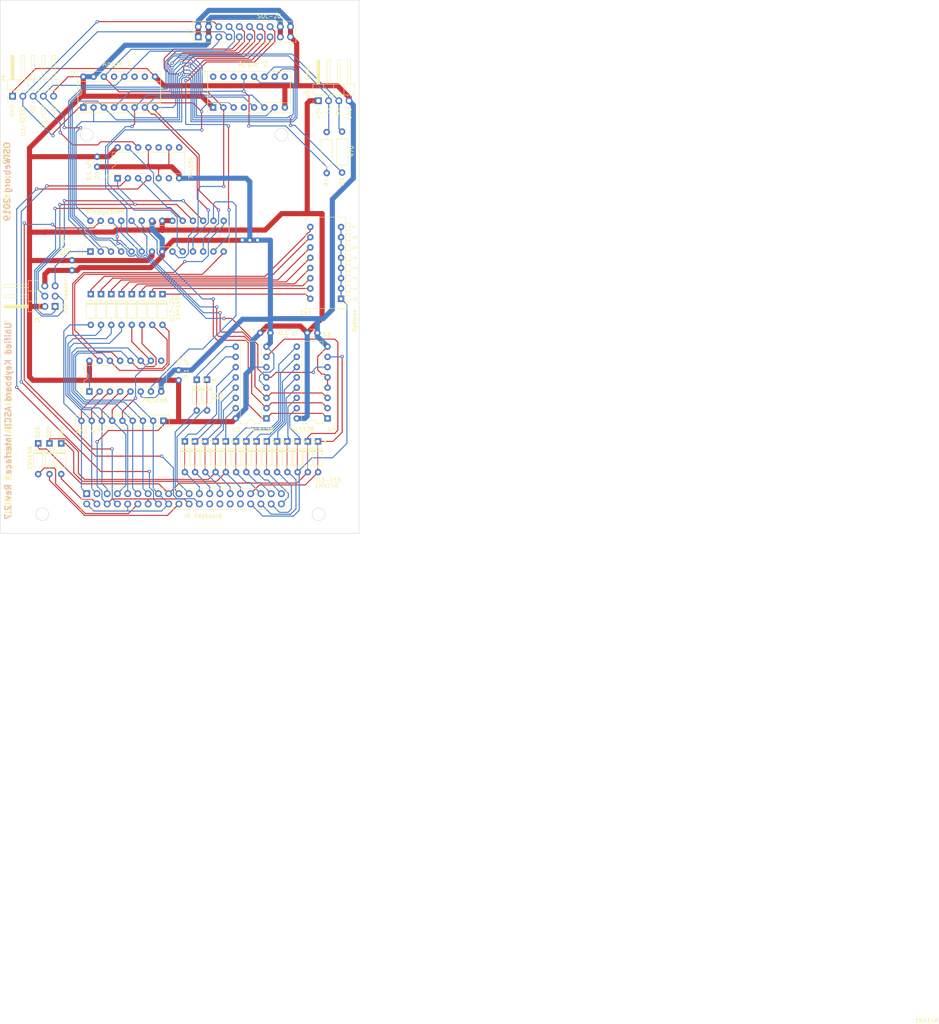
<source format=kicad_pcb>
(kicad_pcb (version 20171130) (host pcbnew "(5.1.5-0-10_14)")
  (title_block (title "Unified Retro Keyboard") (date 2020-04-25) (rev 2.7))
  (layers (0 F.Cu signal) (31 B.Cu signal) (34 B.Paste user) (35 F.Paste user) (36 B.SilkS user) (37 F.SilkS user) (38 B.Mask user) (39 F.Mask user) (44 Edge.Cuts user))
  (net 0 "")
  (net 1 GND)
  (net 2 +5V)
  (net 3 /Row3)
  (net 4 /Row0)
  (net 5 /Row1)
  (net 6 /Row4)
  (net 7 /Row5)
  (net 8 /Row7)
  (net 9 /D7)
  (net 10 /D1)
  (net 11 /D2)
  (net 12 /D3)
  (net 13 /D4)
  (net 14 /D5)
  (net 15 /D6)
  (net 16 /Col0)
  (net 17 /Col1)
  (net 18 /Col2)
  (net 19 /Col3)
  (net 20 /Col4)
  (net 21 /Col5)
  (net 22 /Col6)
  (net 23 /Col7)
  (net 24 /Row6)
  (net 25 /Row2)
  (net 26 /D0)
  (net 27 "Net-(U1-Pad25)")
  (net 28 "Net-(U1-Pad24)")
  (net 29 "Net-(U1-Pad23)")
  (net 30 /~STROBE)
  (net 31 "Net-(U1-Pad14)")
  (net 32 "Net-(U1-Pad26)")
  (net 33 "Net-(U1-Pad16)")
  (net 34 "Net-(U1-Pad15)")
  (net 35 /Row10)
  (net 36 /Row9)
  (net 37 /Row8)
  (net 38 /Row15)
  (net 39 /Row14)
  (net 40 /Row13)
  (net 41 /Row12)
  (net 42 /Row11)
  (net 43 /~RESET)
  (net 44 /Tx)
  (net 45 /Rx)
  (net 46 "Net-(D11-Pad1)")
  (net 47 "Net-(D12-Pad1)")
  (net 48 "Net-(D13-Pad1)")
  (net 49 "Net-(D14-Pad1)")
  (net 50 "Net-(D15-Pad1)")
  (net 51 "Net-(D16-Pad1)")
  (net 52 "Net-(D17-Pad1)")
  (net 53 "Net-(D18-Pad1)")
  (net 54 "Net-(D19-Pad1)")
  (net 55 "Net-(D20-Pad1)")
  (net 56 "Net-(D24-Pad1)")
  (net 57 "Net-(D3-Pad1)")
  (net 58 "Net-(D4-Pad1)")
  (net 59 "Net-(D5-Pad1)")
  (net 60 "Net-(D6-Pad1)")
  (net 61 "Net-(D7-Pad1)")
  (net 62 "Net-(D8-Pad1)")
  (net 63 "Net-(D9-Pad1)")
  (net 64 "Net-(D10-Pad1)")
  (net 65 "Net-(D1-Pad1)")
  (net 66 "Net-(D2-Pad1)")
  (net 67 "Net-(J1-Pad9)")
  (net 68 "Net-(J1-Pad4)")
  (net 69 "Net-(J1-Pad14)")
  (net 70 "Net-(J1-Pad15)")
  (net 71 "Net-(J1-Pad16)")
  (net 72 "Net-(J2-Pad10)")
  (net 73 "Net-(J2-Pad11)")
  (net 74 "Net-(J2-Pad13)")
  (net 75 "Net-(J6-Pad32)")
  (net 76 "Net-(J6-Pad30)")
  (net 77 "Net-(J6-Pad28)")
  (net 78 "Net-(J6-Pad26)")
  (net 79 "Net-(J6-Pad24)")
  (net 80 "Net-(J6-Pad16)")
  (net 81 "Net-(U2-Pad9)")
  (net 82 /LED1)
  (net 83 "Net-(U5-Pad6)")
  (net 84 "Net-(U5-Pad10)")
  (net 85 "Net-(U5-Pad8)")
  (net 86 /OUT1)
  (net 87 /OUT2)
  (net 88 /OUT3)
  (net 89 /MOSI-OUT2)
  (net 90 /SCK-LED2)
  (net 91 /MISO-LED3)
  (net 92 "Net-(D21-Pad1)")
  (net 93 "Net-(D22-Pad1)")
  (net 94 "Net-(D23-Pad1)")
  (net 95 "Net-(D25-Pad2)")
  (net 96 "Net-(D26-Pad2)")
  (net 97 "Net-(D27-Pad2)")
  (module unikbd:D_DO-35_SOD27_P7.62mm_Horizontal_bypassed (layer F.Cu) (at 209.55 160.0724 270)
    (fp_text reference D11 hide)
    (fp_text value 1N4148)
    (fp_poly (pts (xy 7.239 0.127) (xy 0.381 0.127) (xy 0.381 0) (xy 7.239 0)) (layer F.Cu) (width 0.0508))
    (fp_text user K (at 0 -1.8 90) (layer F.SilkS))
    (fp_text user K (at 0 -1.8 90) (layer F.SilkS))
    (pad 1 thru_hole rect (at 0 0 270) (size 1.6 1.6) (drill 0.8) (layers *.Cu *.Mask) (net 46 "Net-(D11-Pad1)"))
    (pad 2 thru_hole oval (at 7.62 0 270) (size 1.6 1.6) (drill 0.8) (layers *.Cu *.Mask) (net 6 /Row4))
  )
  (module unikbd:D_DO-35_SOD27_P7.62mm_Horizontal_bypassed (layer F.Cu) (at 222.25 160.0724 270)
    (fp_text reference D16 hide)
    (fp_text value 1N4148 hide)
    (fp_poly (pts (xy 7.239 0.127) (xy 0.381 0.127) (xy 0.381 0) (xy 7.239 0)) (layer F.Cu) (width 0.0508))
    (fp_text user K (at 0 -1.8 90) (layer F.SilkS))
    (fp_text user K (at 0 -1.8 90) (layer F.SilkS))
    (pad 1 thru_hole rect (at 0 0 270) (size 1.6 1.6) (drill 0.8) (layers *.Cu *.Mask) (net 51 "Net-(D16-Pad1)"))
    (pad 2 thru_hole oval (at 7.62 0 270) (size 1.6 1.6) (drill 0.8) (layers *.Cu *.Mask) (net 39 /Row14))
  )
  (module unikbd:D_DO-35_SOD27_P7.62mm_Horizontal_bypassed (layer F.Cu) (at 227.33 160.0724 270)
    (fp_text reference D15 hide)
    (fp_text value 1N4148)
    (fp_poly (pts (xy 7.239 0.127) (xy 0.381 0.127) (xy 0.381 0) (xy 7.239 0)) (layer F.Cu) (width 0.0508))
    (fp_text user K (at 0 -1.8 90) (layer F.SilkS))
    (fp_text user K (at 0 -1.8 90) (layer F.SilkS))
    (pad 1 thru_hole rect (at 0 0 270) (size 1.6 1.6) (drill 0.8) (layers *.Cu *.Mask) (net 50 "Net-(D15-Pad1)"))
    (pad 2 thru_hole oval (at 7.62 0 270) (size 1.6 1.6) (drill 0.8) (layers *.Cu *.Mask) (net 41 /Row12))
  )
  (module unikbd:D_DO-35_SOD27_P7.62mm_Horizontal_bypassed (layer F.Cu) (at 232.41 160.0724 270)
    (fp_text reference D14 hide)
    (fp_text value 1N4148)
    (fp_poly (pts (xy 7.239 0.127) (xy 0.381 0.127) (xy 0.381 0) (xy 7.239 0)) (layer F.Cu) (width 0.0508))
    (fp_text user K (at 0 -1.8 90) (layer F.SilkS))
    (fp_text user K (at 0 -1.8 90) (layer F.SilkS))
    (pad 1 thru_hole rect (at 0 0 270) (size 1.6 1.6) (drill 0.8) (layers *.Cu *.Mask) (net 49 "Net-(D14-Pad1)"))
    (pad 2 thru_hole oval (at 7.62 0 270) (size 1.6 1.6) (drill 0.8) (layers *.Cu *.Mask) (net 35 /Row10))
  )
  (module unikbd:D_DO-35_SOD27_P7.62mm_Horizontal_bypassed (layer F.Cu) (at 237.49 160.0724 270)
    (fp_text reference D13 hide)
    (fp_text value 1N4148)
    (fp_poly (pts (xy 7.239 0.127) (xy 0.381 0.127) (xy 0.381 0) (xy 7.239 0)) (layer F.Cu) (width 0.0508))
    (fp_text user K (at 0 -1.8 90) (layer F.SilkS))
    (fp_text user K (at 0 -1.8 90) (layer F.SilkS))
    (pad 1 thru_hole rect (at 0 0 270) (size 1.6 1.6) (drill 0.8) (layers *.Cu *.Mask) (net 48 "Net-(D13-Pad1)"))
    (pad 2 thru_hole oval (at 7.62 0 270) (size 1.6 1.6) (drill 0.8) (layers *.Cu *.Mask) (net 37 /Row8))
  )
  (module unikbd:D_DO-35_SOD27_P7.62mm_Horizontal_bypassed (layer F.Cu) (at 242.57 160.0724 270)
    (fp_text reference D8 hide)
    (fp_text value 1N4148 hide)
    (fp_poly (pts (xy 7.239 0.127) (xy 0.381 0.127) (xy 0.381 0) (xy 7.239 0)) (layer F.Cu) (width 0.0508))
    (fp_text user K (at 0 -1.8 90) (layer F.SilkS))
    (fp_text user K (at 0 -1.8 90) (layer F.SilkS))
    (pad 1 thru_hole rect (at 0 0 270) (size 1.6 1.6) (drill 0.8) (layers *.Cu *.Mask) (net 62 "Net-(D8-Pad1)"))
    (pad 2 thru_hole oval (at 7.62 0 270) (size 1.6 1.6) (drill 0.8) (layers *.Cu *.Mask) (net 38 /Row15))
  )
  (module unikbd:D_DO-35_SOD27_P7.62mm_Horizontal_bypassed (layer F.Cu) (at 224.79 160.0724 270)
    (fp_text reference D7 hide)
    (fp_text value 1N4148)
    (fp_poly (pts (xy 7.239 0.127) (xy 0.381 0.127) (xy 0.381 0) (xy 7.239 0)) (layer F.Cu) (width 0.0508))
    (fp_text user K (at 0 -1.8 90) (layer F.SilkS))
    (fp_text user K (at 0 -1.8 90) (layer F.SilkS))
    (pad 1 thru_hole rect (at 0 0 270) (size 1.6 1.6) (drill 0.8) (layers *.Cu *.Mask) (net 61 "Net-(D7-Pad1)"))
    (pad 2 thru_hole oval (at 7.62 0 270) (size 1.6 1.6) (drill 0.8) (layers *.Cu *.Mask) (net 40 /Row13))
  )
  (module unikbd:D_DO-35_SOD27_P7.62mm_Horizontal_bypassed (layer F.Cu) (at 229.87 160.0724 270)
    (fp_text reference D6 hide)
    (fp_text value 1N4148)
    (fp_poly (pts (xy 7.239 0.127) (xy 0.381 0.127) (xy 0.381 0) (xy 7.239 0)) (layer F.Cu) (width 0.0508))
    (fp_text user K (at 0 -1.8 90) (layer F.SilkS))
    (fp_text user K (at 0 -1.8 90) (layer F.SilkS))
    (pad 1 thru_hole rect (at 0 0 270) (size 1.6 1.6) (drill 0.8) (layers *.Cu *.Mask) (net 60 "Net-(D6-Pad1)"))
    (pad 2 thru_hole oval (at 7.62 0 270) (size 1.6 1.6) (drill 0.8) (layers *.Cu *.Mask) (net 42 /Row11))
  )
  (module unikbd:D_DO-35_SOD27_P7.62mm_Horizontal_bypassed (layer F.Cu) (at 234.95 160.0724 270)
    (fp_text reference D5 hide)
    (fp_text value 1N4148)
    (fp_poly (pts (xy 7.239 0.127) (xy 0.381 0.127) (xy 0.381 0) (xy 7.239 0)) (layer F.Cu) (width 0.0508))
    (fp_text user K (at 0 -1.8 90) (layer F.SilkS))
    (fp_text user K (at 0 -1.8 90) (layer F.SilkS))
    (pad 1 thru_hole rect (at 0 0 270) (size 1.6 1.6) (drill 0.8) (layers *.Cu *.Mask) (net 59 "Net-(D5-Pad1)"))
    (pad 2 thru_hole oval (at 7.62 0 270) (size 1.6 1.6) (drill 0.8) (layers *.Cu *.Mask) (net 36 /Row9))
  )
  (module unikbd:D_DO-35_SOD27_P7.62mm_Horizontal_bypassed (layer F.Cu) (at 212.4988 144.807 270)
    (fp_text reference D1 (at 3.9878 -4.4958 90) (layer F.SilkS))
    (fp_text value 1N4148)
    (fp_poly (pts (xy 7.239 0.127) (xy 0.381 0.127) (xy 0.381 0) (xy 7.239 0)) (layer F.Cu) (width 0.0508))
    (fp_text user K (at 0 -1.8 90) (layer F.SilkS))
    (fp_text user K (at 0 -1.8 90) (layer F.SilkS))
    (pad 1 thru_hole rect (at 0 0 270) (size 1.6 1.6) (drill 0.8) (layers *.Cu *.Mask) (net 65 "Net-(D1-Pad1)"))
    (pad 2 thru_hole oval (at 7.62 0 270) (size 1.6 1.6) (drill 0.8) (layers *.Cu *.Mask) (net 24 /Row6))
  )
  (module unikbd:D_DO-35_SOD27_P7.62mm_Horizontal_bypassed (layer F.Cu) (at 214.63 160.0724 270)
    (fp_text reference D10 hide)
    (fp_text value 1N4148)
    (fp_poly (pts (xy 7.239 0.127) (xy 0.381 0.127) (xy 0.381 0) (xy 7.239 0)) (layer F.Cu) (width 0.0508))
    (fp_text user K (at 0 -1.8 90) (layer F.SilkS))
    (fp_text user K (at 0 -1.8 90) (layer F.SilkS))
    (pad 1 thru_hole rect (at 0 0 270) (size 1.6 1.6) (drill 0.8) (layers *.Cu *.Mask) (net 64 "Net-(D10-Pad1)"))
    (pad 2 thru_hole oval (at 7.62 0 270) (size 1.6 1.6) (drill 0.8) (layers *.Cu *.Mask) (net 25 /Row2))
  )
  (module unikbd:D_DO-35_SOD27_P7.62mm_Horizontal_bypassed (layer F.Cu) (at 219.71 160.0724 270)
    (fp_text reference D9 hide)
    (fp_text value 1N4148)
    (fp_poly (pts (xy 7.239 0.127) (xy 0.381 0.127) (xy 0.381 0) (xy 7.239 0)) (layer F.Cu) (width 0.0508))
    (fp_text user K (at 0 -1.8 90) (layer F.SilkS))
    (fp_text user K (at 0 -1.8 90) (layer F.SilkS))
    (pad 1 thru_hole rect (at 0 0 270) (size 1.6 1.6) (drill 0.8) (layers *.Cu *.Mask) (net 63 "Net-(D9-Pad1)"))
    (pad 2 thru_hole oval (at 7.62 0 270) (size 1.6 1.6) (drill 0.8) (layers *.Cu *.Mask) (net 4 /Row0))
  )
  (module unikbd:D_DO-35_SOD27_P7.62mm_Horizontal_bypassed (layer F.Cu) (at 240.03 160.0724 270)
    (fp_text reference D4 hide)
    (fp_text value 1N4148)
    (fp_poly (pts (xy 7.239 0.127) (xy 0.381 0.127) (xy 0.381 0) (xy 7.239 0)) (layer F.Cu) (width 0.0508))
    (fp_text user K (at 0 -1.8 90) (layer F.SilkS))
    (fp_text user K (at 0 -1.8 90) (layer F.SilkS))
    (pad 1 thru_hole rect (at 0 0 270) (size 1.6 1.6) (drill 0.8) (layers *.Cu *.Mask) (net 58 "Net-(D4-Pad1)"))
    (pad 2 thru_hole oval (at 7.62 0 270) (size 1.6 1.6) (drill 0.8) (layers *.Cu *.Mask) (net 8 /Row7))
  )
  (module unikbd:D_DO-35_SOD27_P7.62mm_Horizontal_bypassed (layer F.Cu) (at 215.0642 144.7816 270)
    (fp_text reference D2 (at 4.0132 -3.3528 90) (layer F.SilkS))
    (fp_text value 1N4148)
    (fp_poly (pts (xy 7.239 0.127) (xy 0.381 0.127) (xy 0.381 0) (xy 7.239 0)) (layer F.Cu) (width 0.0508))
    (fp_text user K (at 0 -1.8 90) (layer F.SilkS))
    (fp_text user K (at 0 -1.8 90) (layer F.SilkS))
    (pad 1 thru_hole rect (at 0 0 270) (size 1.6 1.6) (drill 0.8) (layers *.Cu *.Mask) (net 66 "Net-(D2-Pad1)"))
    (pad 2 thru_hole oval (at 7.62 0 270) (size 1.6 1.6) (drill 0.8) (layers *.Cu *.Mask) (net 7 /Row5))
  )
  (module unikbd:D_DO-35_SOD27_P7.62mm_Horizontal_bypassed (layer F.Cu) (at 212.09 160.0724 270)
    (fp_text reference D3 hide)
    (fp_text value 1N4148)
    (fp_poly (pts (xy 7.239 0.127) (xy 0.381 0.127) (xy 0.381 0) (xy 7.239 0)) (layer F.Cu) (width 0.0508))
    (fp_text user K (at 0 -1.8 90) (layer F.SilkS))
    (fp_text user K (at 0 -1.8 90) (layer F.SilkS))
    (pad 1 thru_hole rect (at 0 0 270) (size 1.6 1.6) (drill 0.8) (layers *.Cu *.Mask) (net 57 "Net-(D3-Pad1)"))
    (pad 2 thru_hole oval (at 7.62 0 270) (size 1.6 1.6) (drill 0.8) (layers *.Cu *.Mask) (net 3 /Row3))
  )
  (module unikbd:D_DO-35_SOD27_P7.62mm_Horizontal_bypassed (layer F.Cu) (at 217.17 160.0724 270)
    (fp_text reference D12 hide)
    (fp_text value 1N4148)
    (fp_poly (pts (xy 7.239 0.127) (xy 0.381 0.127) (xy 0.381 0) (xy 7.239 0)) (layer F.Cu) (width 0.0508))
    (fp_text user K (at 0 -1.8 90) (layer F.SilkS))
    (fp_text user K (at 0 -1.8 90) (layer F.SilkS))
    (pad 1 thru_hole rect (at 0 0 270) (size 1.6 1.6) (drill 0.8) (layers *.Cu *.Mask) (net 47 "Net-(D12-Pad1)"))
    (pad 2 thru_hole oval (at 7.62 0 270) (size 1.6 1.6) (drill 0.8) (layers *.Cu *.Mask) (net 5 /Row1))
  )
  (module unikbd:SOL20-header-vertical (layer F.Cu) (at 212.8798 59.8948 90)
    (fp_text reference J7 (at 1.27 -2.33 90) (layer F.SilkS))
    (fp_text value SOL-20 (at 5.1308 17.5514 180) (layer F.SilkS))
    (pad 20 thru_hole oval (at 2.54 22.86 90) (size 1.7 1.7) (drill 1) (layers *.Cu *.Mask) (net 1 GND))
    (pad 10 thru_hole oval (at 0 22.86 90) (size 1.7 1.7) (drill 1) (layers *.Cu *.Mask) (net 1 GND))
    (pad 19 thru_hole oval (at 2.54 20.32 90) (size 1.7 1.7) (drill 1) (layers *.Cu *.Mask) (net 2 +5V))
    (pad 9 thru_hole oval (at 0 20.32 90) (size 1.7 1.7) (drill 1) (layers *.Cu *.Mask) (net 2 +5V))
    (pad 18 thru_hole oval (at 2.54 17.78 90) (size 1.7 1.7) (drill 1) (layers *.Cu *.Mask) (net 9 /D7))
    (pad 8 thru_hole oval (at 0 17.78 90) (size 1.7 1.7) (drill 1) (layers *.Cu *.Mask) (net 12 /D3))
    (pad 17 thru_hole oval (at 2.54 15.24 90) (size 1.7 1.7) (drill 1) (layers *.Cu *.Mask) (net 15 /D6))
    (pad 7 thru_hole oval (at 0 15.24 90) (size 1.7 1.7) (drill 1) (layers *.Cu *.Mask) (net 11 /D2))
    (pad 16 thru_hole oval (at 2.54 12.7 90) (size 1.7 1.7) (drill 1) (layers *.Cu *.Mask) (net 14 /D5))
    (pad 6 thru_hole oval (at 0 12.7 90) (size 1.7 1.7) (drill 1) (layers *.Cu *.Mask) (net 10 /D1))
    (pad 15 thru_hole oval (at 2.54 10.16 90) (size 1.7 1.7) (drill 1) (layers *.Cu *.Mask) (net 13 /D4))
    (pad 5 thru_hole oval (at 0 10.16 90) (size 1.7 1.7) (drill 1) (layers *.Cu *.Mask) (net 26 /D0))
    (pad 14 thru_hole oval (at 2.54 7.62 90) (size 1.7 1.7) (drill 1) (layers *.Cu *.Mask) (net 86 /OUT1))
    (pad 4 thru_hole oval (at 0 7.62 90) (size 1.7 1.7) (drill 1) (layers *.Cu *.Mask) (net 87 /OUT2))
    (pad 13 thru_hole oval (at 2.54 5.08 90) (size 1.7 1.7) (drill 1) (layers *.Cu *.Mask) (net 88 /OUT3))
    (pad 3 thru_hole oval (at 0 5.08 90) (size 1.7 1.7) (drill 1) (layers *.Cu *.Mask) (net 30 /~STROBE))
    (pad 12 thru_hole oval (at 2.54 2.54 90) (size 1.7 1.7) (drill 1) (layers *.Cu *.Mask) (net 2 +5V))
    (pad 2 thru_hole oval (at 0 2.54 90) (size 1.7 1.7) (drill 1) (layers *.Cu *.Mask) (net 2 +5V))
    (pad 11 thru_hole oval (at 2.54 0 90) (size 1.7 1.7) (drill 1) (layers *.Cu *.Mask) (net 1 GND))
    (pad 1 thru_hole rect (at 0 0 90) (size 1.7 1.7) (drill 1) (layers *.Cu *.Mask) (net 1 GND))
  )
  (module Package_DIP:DIP-16_W7.62mm (layer F.Cu) (at 185.905 147.728 90)
    (fp_text reference U2 (at 0.254 -2.33 90) (layer F.SilkS))
    (fp_text value 74LS166 (at -2.159 16.129) (layer F.SilkS))
    (pad 16 thru_hole oval (at 7.62 0 90) (size 1.6 1.6) (drill 0.8) (layers *.Cu *.Mask) (net 2 +5V))
    (pad 8 thru_hole oval (at 0 17.78 90) (size 1.6 1.6) (drill 0.8) (layers *.Cu *.Mask) (net 1 GND))
    (pad 15 thru_hole oval (at 7.62 2.54 90) (size 1.6 1.6) (drill 0.8) (layers *.Cu *.Mask) (net 34 "Net-(U1-Pad15)"))
    (pad 7 thru_hole oval (at 0 15.24 90) (size 1.6 1.6) (drill 0.8) (layers *.Cu *.Mask) (net 33 "Net-(U1-Pad16)"))
    (pad 14 thru_hole oval (at 7.62 5.08 90) (size 1.6 1.6) (drill 0.8) (layers *.Cu *.Mask) (net 16 /Col0))
    (pad 6 thru_hole oval (at 0 12.7 90) (size 1.6 1.6) (drill 0.8) (layers *.Cu *.Mask) (net 1 GND))
    (pad 13 thru_hole oval (at 7.62 7.62 90) (size 1.6 1.6) (drill 0.8) (layers *.Cu *.Mask) (net 31 "Net-(U1-Pad14)"))
    (pad 5 thru_hole oval (at 0 10.16 90) (size 1.6 1.6) (drill 0.8) (layers *.Cu *.Mask) (net 20 /Col4))
    (pad 12 thru_hole oval (at 7.62 10.16 90) (size 1.6 1.6) (drill 0.8) (layers *.Cu *.Mask) (net 17 /Col1))
    (pad 4 thru_hole oval (at 0 7.62 90) (size 1.6 1.6) (drill 0.8) (layers *.Cu *.Mask) (net 21 /Col5))
    (pad 11 thru_hole oval (at 7.62 12.7 90) (size 1.6 1.6) (drill 0.8) (layers *.Cu *.Mask) (net 18 /Col2))
    (pad 3 thru_hole oval (at 0 5.08 90) (size 1.6 1.6) (drill 0.8) (layers *.Cu *.Mask) (net 22 /Col6))
    (pad 10 thru_hole oval (at 7.62 15.24 90) (size 1.6 1.6) (drill 0.8) (layers *.Cu *.Mask) (net 19 /Col3))
    (pad 2 thru_hole oval (at 0 2.54 90) (size 1.6 1.6) (drill 0.8) (layers *.Cu *.Mask) (net 23 /Col7))
    (pad 9 thru_hole oval (at 7.62 17.78 90) (size 1.6 1.6) (drill 0.8) (layers *.Cu *.Mask) (net 81 "Net-(U2-Pad9)"))
    (pad 1 thru_hole rect (at 0 0 90) (size 1.6 1.6) (drill 0.8) (layers *.Cu *.Mask) (net 2 +5V))
  )
  (module Package_DIP:DIP-14_W7.62mm (layer F.Cu) (at 192.89 94.896 90)
    (fp_text reference U5 (at 0 -2.413 90) (layer F.SilkS))
    (fp_text value 74LS04 (at 2.54 18.161 90) (layer F.SilkS))
    (pad 14 thru_hole oval (at 7.62 0 90) (size 1.6 1.6) (drill 0.8) (layers *.Cu *.Mask) (net 2 +5V))
    (pad 7 thru_hole oval (at 0 15.24 90) (size 1.6 1.6) (drill 0.8) (layers *.Cu *.Mask) (net 1 GND))
    (pad 13 thru_hole oval (at 7.62 2.54 90) (size 1.6 1.6) (drill 0.8) (layers *.Cu *.Mask) (net 89 /MOSI-OUT2))
    (pad 6 thru_hole oval (at 0 12.7 90) (size 1.6 1.6) (drill 0.8) (layers *.Cu *.Mask) (net 83 "Net-(U5-Pad6)"))
    (pad 12 thru_hole oval (at 7.62 5.08 90) (size 1.6 1.6) (drill 0.8) (layers *.Cu *.Mask) (net 87 /OUT2))
    (pad 5 thru_hole oval (at 0 10.16 90) (size 1.6 1.6) (drill 0.8) (layers *.Cu *.Mask) (net 1 GND))
    (pad 11 thru_hole oval (at 7.62 7.62 90) (size 1.6 1.6) (drill 0.8) (layers *.Cu *.Mask) (net 1 GND))
    (pad 4 thru_hole oval (at 0 7.62 90) (size 1.6 1.6) (drill 0.8) (layers *.Cu *.Mask) (net 80 "Net-(J6-Pad16)"))
    (pad 10 thru_hole oval (at 7.62 10.16 90) (size 1.6 1.6) (drill 0.8) (layers *.Cu *.Mask) (net 84 "Net-(U5-Pad10)"))
    (pad 3 thru_hole oval (at 0 5.08 90) (size 1.6 1.6) (drill 0.8) (layers *.Cu *.Mask) (net 90 /SCK-LED2))
    (pad 9 thru_hole oval (at 7.62 12.7 90) (size 1.6 1.6) (drill 0.8) (layers *.Cu *.Mask) (net 1 GND))
    (pad 2 thru_hole oval (at 0 2.54 90) (size 1.6 1.6) (drill 0.8) (layers *.Cu *.Mask) (net 79 "Net-(J6-Pad24)"))
    (pad 8 thru_hole oval (at 7.62 15.24 90) (size 1.6 1.6) (drill 0.8) (layers *.Cu *.Mask) (net 85 "Net-(U5-Pad8)"))
    (pad 1 thru_hole rect (at 0 0 90) (size 1.6 1.6) (drill 0.8) (layers *.Cu *.Mask) (net 91 /MISO-LED3))
  )
  (module Connector_PinHeader_2.54mm:PinHeader_1x05_P2.54mm_Horizontal (layer F.Cu) (at 166.855 74.576 90)
    (fp_text reference J4 (at 4.385 -2.27 90) (layer F.SilkS))
    (fp_text value Conn_01x05)
    (pad 5 thru_hole oval (at 0 10.16 90) (size 1.7 1.7) (drill 1) (layers *.Cu *.Mask) (net 2 +5V))
    (pad 4 thru_hole oval (at 0 7.62 90) (size 1.7 1.7) (drill 1) (layers *.Cu *.Mask) (net 86 /OUT1))
    (pad 3 thru_hole oval (at 0 5.08 90) (size 1.7 1.7) (drill 1) (layers *.Cu *.Mask) (net 87 /OUT2))
    (pad 2 thru_hole oval (at 0 2.54 90) (size 1.7 1.7) (drill 1) (layers *.Cu *.Mask) (net 88 /OUT3))
    (pad 1 thru_hole rect (at 0 0 90) (size 1.7 1.7) (drill 1) (layers *.Cu *.Mask) (net 1 GND))
  )
  (module Resistor_THT:R_Axial_DIN0207_L6.3mm_D2.5mm_P10.16mm_Horizontal (layer F.Cu) (at 244.706 93.626 90)
    (fp_text reference R4 (at -2.286 -0.0762 90) (layer F.SilkS))
    (fp_text value 470 hide)
    (pad 2 thru_hole oval (at 10.16 0 90) (size 1.6 1.6) (drill 0.8) (layers *.Cu *.Mask) (net 44 /Tx))
    (pad 1 thru_hole circle (at 0 0 90) (size 1.6 1.6) (drill 0.8) (layers *.Cu *.Mask) (net 10 /D1))
  )
  (module Capacitor_THT:C_Disc_D3.0mm_W1.6mm_P2.50mm (layer F.Cu) (at 187.81 89.562 270)
    (fp_text reference C5 (at 4.572 0 90) (layer F.SilkS))
    (fp_text value "0.1 uF" (at 3.556 2.05 90) (layer F.SilkS))
    (pad 2 thru_hole circle (at 2.5 0 270) (size 1.6 1.6) (drill 0.8) (layers *.Cu *.Mask) (net 1 GND))
    (pad 1 thru_hole circle (at 0 0 270) (size 1.6 1.6) (drill 0.8) (layers *.Cu *.Mask) (net 2 +5V))
  )
  (module Diode_THT:D_DO-35_SOD27_P7.62mm_Horizontal (layer F.Cu) (at 175.999 160.555 270)
    (fp_text reference D27 (at -2.7305 0.0762 90) (layer F.SilkS))
    (fp_text value 1N4148)
    (pad 2 thru_hole oval (at 7.62 0 270) (size 1.6 1.6) (drill 0.8) (layers *.Cu *.Mask) (net 97 "Net-(D27-Pad2)"))
    (pad 1 thru_hole rect (at 0 0 270) (size 1.6 1.6) (drill 0.8) (layers *.Cu *.Mask) (net 5 /Row1))
  )
  (module Connector_PinHeader_2.54mm:PinHeader_1x04_P2.54mm_Horizontal (layer F.Cu) (at 242.62828 75.70376 90)
    (fp_text reference J3 (at 1.76276 -2.74828 90) (layer F.SilkS))
    (fp_text value UART (at 6.96976 -2.62128 90) (layer F.SilkS))
    (pad 4 thru_hole oval (at 0 7.62 90) (size 1.7 1.7) (drill 1) (layers *.Cu *.Mask) (net 1 GND))
    (pad 3 thru_hole oval (at 0 5.08 90) (size 1.7 1.7) (drill 1) (layers *.Cu *.Mask) (net 45 /Rx))
    (pad 2 thru_hole oval (at 0 2.54 90) (size 1.7 1.7) (drill 1) (layers *.Cu *.Mask) (net 44 /Tx))
    (pad 1 thru_hole rect (at 0 0 90) (size 1.7 1.7) (drill 1) (layers *.Cu *.Mask) (net 2 +5V))
  )
  (module Button_Switch_THT:SW_DIP_SPSTx08_Piano_CTS_Series194-8MSTN_W7.62mm_P2.54mm (layer F.Cu) (at 248.262 124.741 180)
    (fp_text reference SW1 (at 8.7122 -3.6068) (layer F.SilkS))
    (fp_text value Options (at -3.3782 -5.4864 90) (layer F.SilkS))
    (pad 16 thru_hole oval (at 7.62 0 180) (size 1.6 1.6) (drill 0.8) (layers *.Cu *.Mask) (net 52 "Net-(D17-Pad1)"))
    (pad 8 thru_hole oval (at 0 17.78 180) (size 1.6 1.6) (drill 0.8) (layers *.Cu *.Mask) (net 37 /Row8))
    (pad 15 thru_hole oval (at 7.62 2.54 180) (size 1.6 1.6) (drill 0.8) (layers *.Cu *.Mask) (net 92 "Net-(D21-Pad1)"))
    (pad 7 thru_hole oval (at 0 15.24 180) (size 1.6 1.6) (drill 0.8) (layers *.Cu *.Mask) (net 37 /Row8))
    (pad 14 thru_hole oval (at 7.62 5.08 180) (size 1.6 1.6) (drill 0.8) (layers *.Cu *.Mask) (net 53 "Net-(D18-Pad1)"))
    (pad 6 thru_hole oval (at 0 12.7 180) (size 1.6 1.6) (drill 0.8) (layers *.Cu *.Mask) (net 37 /Row8))
    (pad 13 thru_hole oval (at 7.62 7.62 180) (size 1.6 1.6) (drill 0.8) (layers *.Cu *.Mask) (net 93 "Net-(D22-Pad1)"))
    (pad 5 thru_hole oval (at 0 10.16 180) (size 1.6 1.6) (drill 0.8) (layers *.Cu *.Mask) (net 37 /Row8))
    (pad 12 thru_hole oval (at 7.62 10.16 180) (size 1.6 1.6) (drill 0.8) (layers *.Cu *.Mask) (net 54 "Net-(D19-Pad1)"))
    (pad 4 thru_hole oval (at 0 7.62 180) (size 1.6 1.6) (drill 0.8) (layers *.Cu *.Mask) (net 37 /Row8))
    (pad 11 thru_hole oval (at 7.62 12.7 180) (size 1.6 1.6) (drill 0.8) (layers *.Cu *.Mask) (net 94 "Net-(D23-Pad1)"))
    (pad 3 thru_hole oval (at 0 5.08 180) (size 1.6 1.6) (drill 0.8) (layers *.Cu *.Mask) (net 37 /Row8))
    (pad 10 thru_hole oval (at 7.62 15.24 180) (size 1.6 1.6) (drill 0.8) (layers *.Cu *.Mask) (net 55 "Net-(D20-Pad1)"))
    (pad 2 thru_hole oval (at 0 2.54 180) (size 1.6 1.6) (drill 0.8) (layers *.Cu *.Mask) (net 37 /Row8))
    (pad 9 thru_hole oval (at 7.62 17.78 180) (size 1.6 1.6) (drill 0.8) (layers *.Cu *.Mask) (net 56 "Net-(D24-Pad1)"))
    (pad 1 thru_hole rect (at 0 0 180) (size 1.6 1.6) (drill 0.8) (layers *.Cu *.Mask) (net 37 /Row8))
  )
  (module Diode_THT:D_DO-35_SOD27_P7.62mm_Horizontal (layer F.Cu) (at 186.2352 123.598 270)
    (fp_text reference D24 hide)
    (fp_text value 1N4148 hide)
    (pad 2 thru_hole oval (at 7.62 0 270) (size 1.6 1.6) (drill 0.8) (layers *.Cu *.Mask) (net 23 /Col7))
    (pad 1 thru_hole rect (at 0 0 270) (size 1.6 1.6) (drill 0.8) (layers *.Cu *.Mask) (net 56 "Net-(D24-Pad1)"))
  )
  (module Diode_THT:D_DO-35_SOD27_P7.62mm_Horizontal (layer F.Cu) (at 191.3152 123.598 270)
    (fp_text reference D23)
    (fp_text value 1N4148 hide)
    (pad 2 thru_hole oval (at 7.62 0 270) (size 1.6 1.6) (drill 0.8) (layers *.Cu *.Mask) (net 21 /Col5))
    (pad 1 thru_hole rect (at 0 0 270) (size 1.6 1.6) (drill 0.8) (layers *.Cu *.Mask) (net 94 "Net-(D23-Pad1)"))
  )
  (module Diode_THT:D_DO-35_SOD27_P7.62mm_Horizontal (layer F.Cu) (at 196.3952 123.598 270)
    (fp_text reference D22 hide)
    (fp_text value 1N4148 hide)
    (pad 2 thru_hole oval (at 7.62 0 270) (size 1.6 1.6) (drill 0.8) (layers *.Cu *.Mask) (net 19 /Col3))
    (pad 1 thru_hole rect (at 0 0 270) (size 1.6 1.6) (drill 0.8) (layers *.Cu *.Mask) (net 93 "Net-(D22-Pad1)"))
  )
  (module Diode_THT:D_DO-35_SOD27_P7.62mm_Horizontal (layer F.Cu) (at 201.4752 123.598 270)
    (fp_text reference D21 hide)
    (fp_text value 1N4148 hide)
    (pad 2 thru_hole oval (at 7.62 0 270) (size 1.6 1.6) (drill 0.8) (layers *.Cu *.Mask) (net 17 /Col1))
    (pad 1 thru_hole rect (at 0 0 270) (size 1.6 1.6) (drill 0.8) (layers *.Cu *.Mask) (net 92 "Net-(D21-Pad1)"))
  )
  (module Diode_THT:D_DO-35_SOD27_P7.62mm_Horizontal (layer F.Cu) (at 188.7752 123.598 270)
    (fp_text reference D20 hide)
    (fp_text value 1N4148 hide)
    (pad 2 thru_hole oval (at 7.62 0 270) (size 1.6 1.6) (drill 0.8) (layers *.Cu *.Mask) (net 22 /Col6))
    (pad 1 thru_hole rect (at 0 0 270) (size 1.6 1.6) (drill 0.8) (layers *.Cu *.Mask) (net 55 "Net-(D20-Pad1)"))
  )
  (module Diode_THT:D_DO-35_SOD27_P7.62mm_Horizontal (layer F.Cu) (at 193.8552 123.598 270)
    (fp_text reference D19 hide)
    (fp_text value 1N4148 hide)
    (pad 2 thru_hole oval (at 7.62 0 270) (size 1.6 1.6) (drill 0.8) (layers *.Cu *.Mask) (net 20 /Col4))
    (pad 1 thru_hole rect (at 0 0 270) (size 1.6 1.6) (drill 0.8) (layers *.Cu *.Mask) (net 54 "Net-(D19-Pad1)"))
  )
  (module Diode_THT:D_DO-35_SOD27_P7.62mm_Horizontal (layer F.Cu) (at 198.9352 123.598 270)
    (fp_text reference D18 hide)
    (fp_text value 1N4148 hide)
    (pad 2 thru_hole oval (at 7.62 0 270) (size 1.6 1.6) (drill 0.8) (layers *.Cu *.Mask) (net 18 /Col2))
    (pad 1 thru_hole rect (at 0 0 270) (size 1.6 1.6) (drill 0.8) (layers *.Cu *.Mask) (net 53 "Net-(D18-Pad1)"))
  )
  (module Diode_THT:D_DO-35_SOD27_P7.62mm_Horizontal (layer F.Cu) (at 204.0152 123.598 270)
    (fp_text reference D17 hide)
    (fp_text value 1N4148 (at 3.556 -3.7592 90) (layer F.SilkS))
    (pad 2 thru_hole oval (at 7.62 0 270) (size 1.6 1.6) (drill 0.8) (layers *.Cu *.Mask) (net 16 /Col0))
    (pad 1 thru_hole rect (at 0 0 270) (size 1.6 1.6) (drill 0.8) (layers *.Cu *.Mask) (net 52 "Net-(D17-Pad1)"))
  )
  (module Connector_PinHeader_2.54mm:PinHeader_2x03_P2.54mm_Horizontal (layer F.Cu) (at 177.396 126.646 180)
    (fp_text reference J5 (at 4.4958 -3.4036) (layer F.SilkS))
    (fp_text value "ISP header" (at -2.6416 2.54 90) (layer F.SilkS))
    (pad 6 thru_hole oval (at 2.54 5.08 180) (size 1.7 1.7) (drill 1) (layers *.Cu *.Mask) (net 1 GND))
    (pad 5 thru_hole oval (at 0 5.08 180) (size 1.7 1.7) (drill 1) (layers *.Cu *.Mask) (net 43 /~RESET))
    (pad 4 thru_hole oval (at 2.54 2.54 180) (size 1.7 1.7) (drill 1) (layers *.Cu *.Mask) (net 89 /MOSI-OUT2))
    (pad 3 thru_hole oval (at 0 2.54 180) (size 1.7 1.7) (drill 1) (layers *.Cu *.Mask) (net 90 /SCK-LED2))
    (pad 2 thru_hole oval (at 2.54 0 180) (size 1.7 1.7) (drill 1) (layers *.Cu *.Mask) (net 2 +5V))
    (pad 1 thru_hole rect (at 0 0 180) (size 1.7 1.7) (drill 1) (layers *.Cu *.Mask) (net 91 /MISO-LED3))
  )
  (module Capacitor_THT:C_Disc_D3.0mm_W1.6mm_P2.50mm (layer F.Cu) (at 228.2468 133.1992)
    (fp_text reference C3 (at -2.2098 -0.4572) (layer F.SilkS))
    (fp_text value "0.1 uF" (at 7.0612 0.0508) (layer F.SilkS))
    (pad 2 thru_hole circle (at 2.5 0) (size 1.6 1.6) (drill 0.8) (layers *.Cu *.Mask) (net 1 GND))
    (pad 1 thru_hole circle (at 0 0) (size 1.6 1.6) (drill 0.8) (layers *.Cu *.Mask) (net 2 +5V))
  )
  (module Capacitor_THT:C_Disc_D3.0mm_W1.6mm_P2.50mm (layer F.Cu) (at 239.88 133.1992)
    (fp_text reference C4 (at 4.953 0.3048) (layer F.SilkS))
    (fp_text value "0.1 uF" hide)
    (pad 2 thru_hole circle (at 2.5 0) (size 1.6 1.6) (drill 0.8) (layers *.Cu *.Mask) (net 1 GND))
    (pad 1 thru_hole circle (at 0 0) (size 1.6 1.6) (drill 0.8) (layers *.Cu *.Mask) (net 2 +5V))
  )
  (module Capacitor_THT:C_Disc_D3.0mm_W1.6mm_P2.50mm (layer F.Cu) (at 181.587 115.216 270)
    (fp_text reference C2 (at -2.159 0.762 90) (layer F.SilkS))
    (fp_text value "0.1 uF" (at -3.556 2.286 90) (layer F.SilkS))
    (pad 2 thru_hole circle (at 2.5 0 270) (size 1.6 1.6) (drill 0.8) (layers *.Cu *.Mask) (net 1 GND))
    (pad 1 thru_hole circle (at 0 0 270) (size 1.6 1.6) (drill 0.8) (layers *.Cu *.Mask) (net 2 +5V))
  )
  (module Capacitor_THT:C_Disc_D3.0mm_W1.6mm_P2.50mm (layer F.Cu) (at 208.003 144.934 90)
    (fp_text reference C1 (at 4.699 0 90) (layer F.SilkS))
    (fp_text value "0.1 uF" (at 2.921 1.905 90) (layer F.SilkS))
    (pad 2 thru_hole circle (at 2.5 0 90) (size 1.6 1.6) (drill 0.8) (layers *.Cu *.Mask) (net 1 GND))
    (pad 1 thru_hole circle (at 0 0 90) (size 1.6 1.6) (drill 0.8) (layers *.Cu *.Mask) (net 2 +5V))
  )
  (module Package_DIP:DIP-16_W7.62mm (layer F.Cu) (at 244.9092 154.3828 180)
    (fp_text reference U4 (at -1.0922 -2.5908) (layer F.SilkS))
    (fp_text value 74LS138 (at 6.5786 -2.6924) (layer F.SilkS))
    (pad 16 thru_hole oval (at 7.62 0 180) (size 1.6 1.6) (drill 0.8) (layers *.Cu *.Mask) (net 2 +5V))
    (pad 8 thru_hole oval (at 0 17.78 180) (size 1.6 1.6) (drill 0.8) (layers *.Cu *.Mask) (net 1 GND))
    (pad 15 thru_hole oval (at 7.62 2.54 180) (size 1.6 1.6) (drill 0.8) (layers *.Cu *.Mask) (net 48 "Net-(D13-Pad1)"))
    (pad 7 thru_hole oval (at 0 15.24 180) (size 1.6 1.6) (drill 0.8) (layers *.Cu *.Mask) (net 62 "Net-(D8-Pad1)"))
    (pad 14 thru_hole oval (at 7.62 5.08 180) (size 1.6 1.6) (drill 0.8) (layers *.Cu *.Mask) (net 59 "Net-(D5-Pad1)"))
    (pad 6 thru_hole oval (at 0 12.7 180) (size 1.6 1.6) (drill 0.8) (layers *.Cu *.Mask) (net 32 "Net-(U1-Pad26)"))
    (pad 13 thru_hole oval (at 7.62 7.62 180) (size 1.6 1.6) (drill 0.8) (layers *.Cu *.Mask) (net 49 "Net-(D14-Pad1)"))
    (pad 5 thru_hole oval (at 0 10.16 180) (size 1.6 1.6) (drill 0.8) (layers *.Cu *.Mask) (net 1 GND))
    (pad 12 thru_hole oval (at 7.62 10.16 180) (size 1.6 1.6) (drill 0.8) (layers *.Cu *.Mask) (net 60 "Net-(D6-Pad1)"))
    (pad 4 thru_hole oval (at 0 7.62 180) (size 1.6 1.6) (drill 0.8) (layers *.Cu *.Mask) (net 1 GND))
    (pad 11 thru_hole oval (at 7.62 12.7 180) (size 1.6 1.6) (drill 0.8) (layers *.Cu *.Mask) (net 50 "Net-(D15-Pad1)"))
    (pad 3 thru_hole oval (at 0 5.08 180) (size 1.6 1.6) (drill 0.8) (layers *.Cu *.Mask) (net 27 "Net-(U1-Pad25)"))
    (pad 10 thru_hole oval (at 7.62 15.24 180) (size 1.6 1.6) (drill 0.8) (layers *.Cu *.Mask) (net 61 "Net-(D7-Pad1)"))
    (pad 2 thru_hole oval (at 0 2.54 180) (size 1.6 1.6) (drill 0.8) (layers *.Cu *.Mask) (net 28 "Net-(U1-Pad24)"))
    (pad 9 thru_hole oval (at 7.62 17.78 180) (size 1.6 1.6) (drill 0.8) (layers *.Cu *.Mask) (net 51 "Net-(D16-Pad1)"))
    (pad 1 thru_hole rect (at 0 0 180) (size 1.6 1.6) (drill 0.8) (layers *.Cu *.Mask) (net 29 "Net-(U1-Pad23)"))
  )
  (module Package_DIP:DIP-16_W7.62mm (layer F.Cu) (at 229.7708 154.3828 180)
    (fp_text reference U3 (at 7.5184 -2.8448) (layer F.SilkS))
    (fp_text value 74LS138 (at 1.524 -2.8448) (layer F.SilkS))
    (pad 16 thru_hole oval (at 7.62 0 180) (size 1.6 1.6) (drill 0.8) (layers *.Cu *.Mask) (net 2 +5V))
    (pad 8 thru_hole oval (at 0 17.78 180) (size 1.6 1.6) (drill 0.8) (layers *.Cu *.Mask) (net 1 GND))
    (pad 15 thru_hole oval (at 7.62 2.54 180) (size 1.6 1.6) (drill 0.8) (layers *.Cu *.Mask) (net 63 "Net-(D9-Pad1)"))
    (pad 7 thru_hole oval (at 0 15.24 180) (size 1.6 1.6) (drill 0.8) (layers *.Cu *.Mask) (net 58 "Net-(D4-Pad1)"))
    (pad 14 thru_hole oval (at 7.62 5.08 180) (size 1.6 1.6) (drill 0.8) (layers *.Cu *.Mask) (net 47 "Net-(D12-Pad1)"))
    (pad 6 thru_hole oval (at 0 12.7 180) (size 1.6 1.6) (drill 0.8) (layers *.Cu *.Mask) (net 2 +5V))
    (pad 13 thru_hole oval (at 7.62 7.62 180) (size 1.6 1.6) (drill 0.8) (layers *.Cu *.Mask) (net 64 "Net-(D10-Pad1)"))
    (pad 5 thru_hole oval (at 0 10.16 180) (size 1.6 1.6) (drill 0.8) (layers *.Cu *.Mask) (net 32 "Net-(U1-Pad26)"))
    (pad 12 thru_hole oval (at 7.62 10.16 180) (size 1.6 1.6) (drill 0.8) (layers *.Cu *.Mask) (net 57 "Net-(D3-Pad1)"))
    (pad 4 thru_hole oval (at 0 7.62 180) (size 1.6 1.6) (drill 0.8) (layers *.Cu *.Mask) (net 1 GND))
    (pad 11 thru_hole oval (at 7.62 12.7 180) (size 1.6 1.6) (drill 0.8) (layers *.Cu *.Mask) (net 46 "Net-(D11-Pad1)"))
    (pad 3 thru_hole oval (at 0 5.08 180) (size 1.6 1.6) (drill 0.8) (layers *.Cu *.Mask) (net 27 "Net-(U1-Pad25)"))
    (pad 10 thru_hole oval (at 7.62 15.24 180) (size 1.6 1.6) (drill 0.8) (layers *.Cu *.Mask) (net 66 "Net-(D2-Pad1)"))
    (pad 2 thru_hole oval (at 0 2.54 180) (size 1.6 1.6) (drill 0.8) (layers *.Cu *.Mask) (net 28 "Net-(U1-Pad24)"))
    (pad 9 thru_hole oval (at 7.62 17.78 180) (size 1.6 1.6) (drill 0.8) (layers *.Cu *.Mask) (net 65 "Net-(D1-Pad1)"))
    (pad 1 thru_hole rect (at 0 0 180) (size 1.6 1.6) (drill 0.8) (layers *.Cu *.Mask) (net 29 "Net-(U1-Pad23)"))
  )
  (module Resistor_THT:R_Axial_DIN0207_L6.3mm_D2.5mm_P10.16mm_Horizontal (layer F.Cu) (at 248.516 93.499 90)
    (fp_text reference R3 (at -2.286 0 90) (layer F.SilkS))
    (fp_text value 470 (at 5.2832 2.3622 90) (layer F.SilkS))
    (pad 2 thru_hole oval (at 10.16 0 90) (size 1.6 1.6) (drill 0.8) (layers *.Cu *.Mask) (net 45 /Rx))
    (pad 1 thru_hole circle (at 0 0 90) (size 1.6 1.6) (drill 0.8) (layers *.Cu *.Mask) (net 26 /D0))
  )
  (module Package_DIP:DIP-28_W7.62mm (layer F.Cu) (at 186.159 113.057 90)
    (fp_text reference U1 (at 0 -2.413 90) (layer F.SilkS))
    (fp_text value ATmega328P (at 9.906 3.683 180) (layer F.SilkS))
    (pad 28 thru_hole oval (at 7.62 0 90) (size 1.6 1.6) (drill 0.8) (layers *.Cu *.Mask) (net 86 /OUT1))
    (pad 14 thru_hole oval (at 0 33.02 90) (size 1.6 1.6) (drill 0.8) (layers *.Cu *.Mask) (net 31 "Net-(U1-Pad14)"))
    (pad 27 thru_hole oval (at 7.62 2.54 90) (size 1.6 1.6) (drill 0.8) (layers *.Cu *.Mask) (net 82 /LED1))
    (pad 13 thru_hole oval (at 0 30.48 90) (size 1.6 1.6) (drill 0.8) (layers *.Cu *.Mask) (net 9 /D7))
    (pad 26 thru_hole oval (at 7.62 5.08 90) (size 1.6 1.6) (drill 0.8) (layers *.Cu *.Mask) (net 32 "Net-(U1-Pad26)"))
    (pad 12 thru_hole oval (at 0 27.94 90) (size 1.6 1.6) (drill 0.8) (layers *.Cu *.Mask) (net 15 /D6))
    (pad 25 thru_hole oval (at 7.62 7.62 90) (size 1.6 1.6) (drill 0.8) (layers *.Cu *.Mask) (net 27 "Net-(U1-Pad25)"))
    (pad 11 thru_hole oval (at 0 25.4 90) (size 1.6 1.6) (drill 0.8) (layers *.Cu *.Mask) (net 14 /D5))
    (pad 24 thru_hole oval (at 7.62 10.16 90) (size 1.6 1.6) (drill 0.8) (layers *.Cu *.Mask) (net 28 "Net-(U1-Pad24)"))
    (pad 10 thru_hole oval (at 0 22.86 90) (size 1.6 1.6) (drill 0.8) (layers *.Cu *.Mask) (net 88 /OUT3))
    (pad 23 thru_hole oval (at 7.62 12.7 90) (size 1.6 1.6) (drill 0.8) (layers *.Cu *.Mask) (net 29 "Net-(U1-Pad23)"))
    (pad 9 thru_hole oval (at 0 20.32 90) (size 1.6 1.6) (drill 0.8) (layers *.Cu *.Mask) (net 30 /~STROBE))
    (pad 22 thru_hole oval (at 7.62 15.24 90) (size 1.6 1.6) (drill 0.8) (layers *.Cu *.Mask) (net 1 GND))
    (pad 8 thru_hole oval (at 0 17.78 90) (size 1.6 1.6) (drill 0.8) (layers *.Cu *.Mask) (net 1 GND))
    (pad 21 thru_hole oval (at 7.62 17.78 90) (size 1.6 1.6) (drill 0.8) (layers *.Cu *.Mask) (net 2 +5V))
    (pad 7 thru_hole oval (at 0 15.24 90) (size 1.6 1.6) (drill 0.8) (layers *.Cu *.Mask) (net 2 +5V))
    (pad 20 thru_hole oval (at 7.62 20.32 90) (size 1.6 1.6) (drill 0.8) (layers *.Cu *.Mask) (net 2 +5V))
    (pad 6 thru_hole oval (at 0 12.7 90) (size 1.6 1.6) (drill 0.8) (layers *.Cu *.Mask) (net 13 /D4))
    (pad 19 thru_hole oval (at 7.62 22.86 90) (size 1.6 1.6) (drill 0.8) (layers *.Cu *.Mask) (net 90 /SCK-LED2))
    (pad 5 thru_hole oval (at 0 10.16 90) (size 1.6 1.6) (drill 0.8) (layers *.Cu *.Mask) (net 12 /D3))
    (pad 18 thru_hole oval (at 7.62 25.4 90) (size 1.6 1.6) (drill 0.8) (layers *.Cu *.Mask) (net 91 /MISO-LED3))
    (pad 4 thru_hole oval (at 0 7.62 90) (size 1.6 1.6) (drill 0.8) (layers *.Cu *.Mask) (net 11 /D2))
    (pad 17 thru_hole oval (at 7.62 27.94 90) (size 1.6 1.6) (drill 0.8) (layers *.Cu *.Mask) (net 89 /MOSI-OUT2))
    (pad 3 thru_hole oval (at 0 5.08 90) (size 1.6 1.6) (drill 0.8) (layers *.Cu *.Mask) (net 44 /Tx))
    (pad 16 thru_hole oval (at 7.62 30.48 90) (size 1.6 1.6) (drill 0.8) (layers *.Cu *.Mask) (net 33 "Net-(U1-Pad16)"))
    (pad 2 thru_hole oval (at 0 2.54 90) (size 1.6 1.6) (drill 0.8) (layers *.Cu *.Mask) (net 45 /Rx))
    (pad 15 thru_hole oval (at 7.62 33.02 90) (size 1.6 1.6) (drill 0.8) (layers *.Cu *.Mask) (net 34 "Net-(U1-Pad15)"))
    (pad 1 thru_hole rect (at 0 0 90) (size 1.6 1.6) (drill 0.8) (layers *.Cu *.Mask) (net 43 /~RESET))
  )
  (module Package_DIP:DIP-16_W7.62mm_Socket (layer F.Cu) (at 216.561832 77.37 90)
    (fp_text reference J1 (at 8.509 -2.335832 90) (layer F.SilkS))
    (fp_text value "Apple 2" (at 10.795 9.856168) (layer F.SilkS) (effects (font (size 1.27 1.27))))
    (pad 16 thru_hole oval (at 7.62 0 90) (size 1.6 1.6) (drill 0.8) (layers *.Cu *.Mask) (net 71 "Net-(J1-Pad16)"))
    (pad 8 thru_hole oval (at 0 17.78 90) (size 1.6 1.6) (drill 0.8) (layers *.Cu *.Mask) (net 1 GND))
    (pad 15 thru_hole oval (at 7.62 2.54 90) (size 1.6 1.6) (drill 0.8) (layers *.Cu *.Mask) (net 70 "Net-(J1-Pad15)"))
    (pad 7 thru_hole oval (at 0 15.24 90) (size 1.6 1.6) (drill 0.8) (layers *.Cu *.Mask) (net 15 /D6))
    (pad 14 thru_hole oval (at 7.62 5.08 90) (size 1.6 1.6) (drill 0.8) (layers *.Cu *.Mask) (net 69 "Net-(J1-Pad14)"))
    (pad 6 thru_hole oval (at 0 12.7 90) (size 1.6 1.6) (drill 0.8) (layers *.Cu *.Mask) (net 13 /D4))
    (pad 13 thru_hole oval (at 7.62 7.62 90) (size 1.6 1.6) (drill 0.8) (layers *.Cu *.Mask) (net 10 /D1))
    (pad 5 thru_hole oval (at 0 10.16 90) (size 1.6 1.6) (drill 0.8) (layers *.Cu *.Mask) (net 14 /D5))
    (pad 12 thru_hole oval (at 7.62 10.16 90) (size 1.6 1.6) (drill 0.8) (layers *.Cu *.Mask) (net 26 /D0))
    (pad 4 thru_hole oval (at 0 7.62 90) (size 1.6 1.6) (drill 0.8) (layers *.Cu *.Mask) (net 68 "Net-(J1-Pad4)"))
    (pad 11 thru_hole oval (at 7.62 12.7 90) (size 1.6 1.6) (drill 0.8) (layers *.Cu *.Mask) (net 12 /D3))
    (pad 3 thru_hole oval (at 0 5.08 90) (size 1.6 1.6) (drill 0.8) (layers *.Cu *.Mask) (net 88 /OUT3))
    (pad 10 thru_hole oval (at 7.62 15.24 90) (size 1.6 1.6) (drill 0.8) (layers *.Cu *.Mask) (net 11 /D2))
    (pad 2 thru_hole oval (at 0 2.54 90) (size 1.6 1.6) (drill 0.8) (layers *.Cu *.Mask) (net 30 /~STROBE))
    (pad 9 thru_hole oval (at 7.62 17.78 90) (size 1.6 1.6) (drill 0.8) (layers *.Cu *.Mask) (net 67 "Net-(J1-Pad9)"))
    (pad 1 thru_hole rect (at 0 0 90) (size 1.6 1.6) (drill 0.8) (layers *.Cu *.Mask) (net 2 +5V))
  )
  (module Diode_THT:D_DO-35_SOD27_P7.62mm_Horizontal (layer F.Cu) (at 173.205 160.555 270)
    (fp_text reference D26 (at -2.7305 0.127 90) (layer F.SilkS))
    (fp_text value 1N4148)
    (pad 2 thru_hole oval (at 7.62 0 270) (size 1.6 1.6) (drill 0.8) (layers *.Cu *.Mask) (net 96 "Net-(D26-Pad2)"))
    (pad 1 thru_hole rect (at 0 0 270) (size 1.6 1.6) (drill 0.8) (layers *.Cu *.Mask) (net 8 /Row7))
  )
  (module Diode_THT:D_DO-35_SOD27_P7.62mm_Horizontal (layer F.Cu) (at 178.92 160.555 270)
    (fp_text reference D25 (at -2.7305 0 90) (layer F.SilkS))
    (fp_text value 1N4148 (at 3.683 7.7724 90) (layer F.SilkS))
    (pad 2 thru_hole oval (at 7.62 0 270) (size 1.6 1.6) (drill 0.8) (layers *.Cu *.Mask) (net 95 "Net-(D25-Pad2)"))
    (pad 1 thru_hole rect (at 0 0 270) (size 1.6 1.6) (drill 0.8) (layers *.Cu *.Mask) (net 4 /Row0))
  )
  (module Resistor_THT:R_Array_SIP9 (layer F.Cu) (at 204.2438 154.967 180)
    (fp_text reference RN1 (at 20.2438 -2.5654) (layer F.SilkS))
    (fp_text value 4.7k (at 16.4338 -2.5654) (layer F.SilkS))
    (pad 9 thru_hole oval (at 20.32 0 180) (size 1.6 1.6) (drill 0.8) (layers *.Cu *.Mask) (net 23 /Col7))
    (pad 8 thru_hole oval (at 17.78 0 180) (size 1.6 1.6) (drill 0.8) (layers *.Cu *.Mask) (net 22 /Col6))
    (pad 7 thru_hole oval (at 15.24 0 180) (size 1.6 1.6) (drill 0.8) (layers *.Cu *.Mask) (net 21 /Col5))
    (pad 6 thru_hole oval (at 12.7 0 180) (size 1.6 1.6) (drill 0.8) (layers *.Cu *.Mask) (net 20 /Col4))
    (pad 5 thru_hole oval (at 10.16 0 180) (size 1.6 1.6) (drill 0.8) (layers *.Cu *.Mask) (net 19 /Col3))
    (pad 4 thru_hole oval (at 7.62 0 180) (size 1.6 1.6) (drill 0.8) (layers *.Cu *.Mask) (net 18 /Col2))
    (pad 3 thru_hole oval (at 5.08 0 180) (size 1.6 1.6) (drill 0.8) (layers *.Cu *.Mask) (net 17 /Col1))
    (pad 2 thru_hole oval (at 2.54 0 180) (size 1.6 1.6) (drill 0.8) (layers *.Cu *.Mask) (net 16 /Col0))
    (pad 1 thru_hole rect (at 0 0 180) (size 1.6 1.6) (drill 0.8) (layers *.Cu *.Mask) (net 2 +5V))
  )
  (module Package_DIP:DIP-16_W7.62mm_Socket (layer F.Cu) (at 184.390166 77.37 90)
    (fp_text reference J2 (at 8.255 -2.549166 270) (layer F.SilkS))
    (fp_text value "Apple 1" (at 10.795 8.372834 180) (layer F.SilkS) (effects (font (size 1.27 1.27))))
    (pad 16 thru_hole oval (at 7.62 0 90) (size 1.6 1.6) (drill 0.8) (layers *.Cu *.Mask) (net 2 +5V))
    (pad 8 thru_hole oval (at 0 17.78 90) (size 1.6 1.6) (drill 0.8) (layers *.Cu *.Mask) (net 15 /D6))
    (pad 15 thru_hole oval (at 7.62 2.54 90) (size 1.6 1.6) (drill 0.8) (layers *.Cu *.Mask) (net 2 +5V))
    (pad 7 thru_hole oval (at 0 15.24 90) (size 1.6 1.6) (drill 0.8) (layers *.Cu *.Mask) (net 14 /D5))
    (pad 14 thru_hole oval (at 7.62 5.08 90) (size 1.6 1.6) (drill 0.8) (layers *.Cu *.Mask) (net 30 /~STROBE))
    (pad 6 thru_hole oval (at 0 12.7 90) (size 1.6 1.6) (drill 0.8) (layers *.Cu *.Mask) (net 13 /D4))
    (pad 13 thru_hole oval (at 7.62 7.62 90) (size 1.6 1.6) (drill 0.8) (layers *.Cu *.Mask) (net 74 "Net-(J2-Pad13)"))
    (pad 5 thru_hole oval (at 0 10.16 90) (size 1.6 1.6) (drill 0.8) (layers *.Cu *.Mask) (net 26 /D0))
    (pad 12 thru_hole oval (at 7.62 10.16 90) (size 1.6 1.6) (drill 0.8) (layers *.Cu *.Mask) (net 86 /OUT1))
    (pad 4 thru_hole oval (at 0 7.62 90) (size 1.6 1.6) (drill 0.8) (layers *.Cu *.Mask) (net 10 /D1))
    (pad 11 thru_hole oval (at 7.62 12.7 90) (size 1.6 1.6) (drill 0.8) (layers *.Cu *.Mask) (net 73 "Net-(J2-Pad11)"))
    (pad 3 thru_hole oval (at 0 5.08 90) (size 1.6 1.6) (drill 0.8) (layers *.Cu *.Mask) (net 11 /D2))
    (pad 10 thru_hole oval (at 7.62 15.24 90) (size 1.6 1.6) (drill 0.8) (layers *.Cu *.Mask) (net 72 "Net-(J2-Pad10)"))
    (pad 2 thru_hole oval (at 0 2.54 90) (size 1.6 1.6) (drill 0.8) (layers *.Cu *.Mask) (net 12 /D3))
    (pad 9 thru_hole oval (at 7.62 17.78 90) (size 1.6 1.6) (drill 0.8) (layers *.Cu *.Mask) (net 1 GND))
    (pad 1 thru_hole rect (at 0 0 90) (size 1.6 1.6) (drill 0.8) (layers *.Cu *.Mask) (net 88 /OUT3))
  )
  (module "" (layer F.Cu) (at 207.749 128.551)
    (fp_text reference "" (at 185.397 175.5918) (layer F.SilkS) (effects (font (size 1.27 1.27))))
    (fp_text value "" (at 185.397 175.5918) (layer F.SilkS) (effects (font (size 1.27 1.27))))
    (fp_text user 1N4148 (at 185.6764 174.9568 -180) (layer F.SilkS))
  )
  (module unikbd:PinHeader_2x20_P2.54mm_Vertical (layer F.Cu) (at 185.397 175.5918 90)
    (fp_text reference J6 (at -2.8702 24.7015 180) (layer F.SilkS))
    (fp_text value Keyboard (at -2.8702 29.9085 180) (layer F.SilkS))
    (pad 40 thru_hole oval (at 0.0254 48.0822 90) (size 1.7 1.7) (drill 1) (layers *.Cu *.Mask) (net 42 /Row11))
    (pad 39 thru_hole oval (at 2.5654 48.0822 90) (size 1.7 1.7) (drill 1) (layers *.Cu *.Mask) (net 41 /Row12))
    (pad 38 thru_hole oval (at 0.0254 45.5422 90) (size 1.7 1.7) (drill 1) (layers *.Cu *.Mask) (net 35 /Row10))
    (pad 37 thru_hole oval (at 2.5654 45.5422 90) (size 1.7 1.7) (drill 1) (layers *.Cu *.Mask) (net 40 /Row13))
    (pad 36 thru_hole oval (at 0.0254 43.0022 90) (size 1.7 1.7) (drill 1) (layers *.Cu *.Mask) (net 36 /Row9))
    (pad 35 thru_hole oval (at 2.5654 43.0022 90) (size 1.7 1.7) (drill 1) (layers *.Cu *.Mask) (net 39 /Row14))
    (pad 34 thru_hole oval (at 0.0254 40.4622 90) (size 1.7 1.7) (drill 1) (layers *.Cu *.Mask) (net 37 /Row8))
    (pad 33 thru_hole oval (at 2.5654 40.4622 90) (size 1.7 1.7) (drill 1) (layers *.Cu *.Mask) (net 38 /Row15))
    (pad 32 thru_hole oval (at 0.0254 37.9222 90) (size 1.7 1.7) (drill 1) (layers *.Cu *.Mask) (net 75 "Net-(J6-Pad32)"))
    (pad 31 thru_hole oval (at 2.5654 37.9222 90) (size 1.7 1.7) (drill 1) (layers *.Cu *.Mask) (net 4 /Row0))
    (pad 30 thru_hole oval (at 0.0254 35.3822 90) (size 1.7 1.7) (drill 1) (layers *.Cu *.Mask) (net 76 "Net-(J6-Pad30)"))
    (pad 29 thru_hole oval (at 2.5654 35.3822 90) (size 1.7 1.7) (drill 1) (layers *.Cu *.Mask) (net 5 /Row1))
    (pad 28 thru_hole oval (at 0.0254 32.8422 90) (size 1.7 1.7) (drill 1) (layers *.Cu *.Mask) (net 77 "Net-(J6-Pad28)"))
    (pad 27 thru_hole oval (at 2.5654 32.8422 90) (size 1.7 1.7) (drill 1) (layers *.Cu *.Mask) (net 25 /Row2))
    (pad 26 thru_hole oval (at 0.0254 30.3022 90) (size 1.7 1.7) (drill 1) (layers *.Cu *.Mask) (net 78 "Net-(J6-Pad26)"))
    (pad 25 thru_hole oval (at 2.5654 30.3022 90) (size 1.7 1.7) (drill 1) (layers *.Cu *.Mask) (net 3 /Row3))
    (pad 24 thru_hole oval (at 0.0254 27.7622 90) (size 1.7 1.7) (drill 1) (layers *.Cu *.Mask) (net 79 "Net-(J6-Pad24)"))
    (pad 23 thru_hole oval (at 2.5654 27.7622 90) (size 1.7 1.7) (drill 1) (layers *.Cu *.Mask) (net 6 /Row4))
    (pad 22 thru_hole oval (at 0.0254 25.2222 90) (size 1.7 1.7) (drill 1) (layers *.Cu *.Mask) (net 2 +5V))
    (pad 21 thru_hole oval (at 2.5654 25.2222 90) (size 1.7 1.7) (drill 1) (layers *.Cu *.Mask) (net 7 /Row5))
    (pad 20 thru_hole oval (at 0.0254 22.6822 90) (size 1.7 1.7) (drill 1) (layers *.Cu *.Mask) (net 97 "Net-(D27-Pad2)"))
    (pad 19 thru_hole oval (at 2.5654 22.6822 90) (size 1.7 1.7) (drill 1) (layers *.Cu *.Mask) (net 24 /Row6))
    (pad 18 thru_hole oval (at 0.0254 20.1422 90) (size 1.7 1.7) (drill 1) (layers *.Cu *.Mask) (net 16 /Col0))
    (pad 17 thru_hole oval (at 2.5654 20.1422 90) (size 1.7 1.7) (drill 1) (layers *.Cu *.Mask) (net 8 /Row7))
    (pad 16 thru_hole oval (at 0.0254 17.6022 90) (size 1.7 1.7) (drill 1) (layers *.Cu *.Mask) (net 80 "Net-(J6-Pad16)"))
    (pad 15 thru_hole oval (at 2.5654 17.6022 90) (size 1.7 1.7) (drill 1) (layers *.Cu *.Mask) (net 16 /Col0))
    (pad 14 thru_hole oval (at 0.0254 15.0622 90) (size 1.7 1.7) (drill 1) (layers *.Cu *.Mask) (net 2 +5V))
    (pad 13 thru_hole oval (at 2.5654 15.0622 90) (size 1.7 1.7) (drill 1) (layers *.Cu *.Mask) (net 17 /Col1))
    (pad 12 thru_hole oval (at 0.0254 12.5222 90) (size 1.7 1.7) (drill 1) (layers *.Cu *.Mask) (net 96 "Net-(D26-Pad2)"))
    (pad 11 thru_hole oval (at 2.5654 12.5222 90) (size 1.7 1.7) (drill 1) (layers *.Cu *.Mask) (net 18 /Col2))
    (pad 10 thru_hole oval (at 0.0254 9.9822 90) (size 1.7 1.7) (drill 1) (layers *.Cu *.Mask) (net 16 /Col0))
    (pad 9 thru_hole oval (at 2.5654 9.9822 90) (size 1.7 1.7) (drill 1) (layers *.Cu *.Mask) (net 19 /Col3))
    (pad 8 thru_hole oval (at 0.0254 7.4422 90) (size 1.7 1.7) (drill 1) (layers *.Cu *.Mask) (net 82 /LED1))
    (pad 7 thru_hole oval (at 2.5654 7.4422 90) (size 1.7 1.7) (drill 1) (layers *.Cu *.Mask) (net 20 /Col4))
    (pad 6 thru_hole oval (at 0.0254 4.9022 90) (size 1.7 1.7) (drill 1) (layers *.Cu *.Mask) (net 2 +5V))
    (pad 5 thru_hole oval (at 2.5654 4.9022 90) (size 1.7 1.7) (drill 1) (layers *.Cu *.Mask) (net 21 /Col5))
    (pad 4 thru_hole oval (at 0.0254 2.3622 90) (size 1.7 1.7) (drill 1) (layers *.Cu *.Mask) (net 95 "Net-(D25-Pad2)"))
    (pad 3 thru_hole oval (at 2.5654 2.3622 90) (size 1.7 1.7) (drill 1) (layers *.Cu *.Mask) (net 22 /Col6))
    (pad 2 thru_hole oval (at 0.0254 -0.1778 90) (size 1.7 1.7) (drill 1) (layers *.Cu *.Mask) (net 16 /Col0))
    (pad 1 thru_hole rect (at 2.5654 -0.1778 90) (size 1.7 1.7) (drill 1) (layers *.Cu *.Mask) (net 23 /Col7))
  )
  (gr_text D17-24 (at 206.352 127.408 90) (layer F.SilkS) (effects (font (size 1.016 1.016) (thickness 0.1524))))
  (gr_text O2 (at 171.935 77.751 90) (layer F.SilkS) (effects (font (size 1.016 1.016) (thickness 0.127))))
  (gr_text 1N4148 (at 244.706 171.0452) (layer F.SilkS) (effects (font (size 1.016 1.016) (thickness 0.127))))
  (gr_text D3-D16 (at 245.2902 169.6736) (layer F.SilkS) (effects (font (size 1.016 1.016) (thickness 0.127))))
  (gr_text 7 (at 251.818 106.9864 90) (layer F.SilkS) (effects (font (size 1.016 1.016) (thickness 0.127))))
  (gr_text 6 (at 251.818 109.5264 90) (layer F.SilkS) (effects (font (size 1.016 1.016) (thickness 0.127))))
  (gr_text 5 (at 251.818 112.0664 90) (layer F.SilkS) (effects (font (size 1.016 1.016) (thickness 0.127))))
  (gr_text 4 (at 251.818 114.6064 90) (layer F.SilkS) (effects (font (size 1.016 1.016) (thickness 0.127))))
  (gr_text 3 (at 251.818 117.1464 90) (layer F.SilkS) (effects (font (size 1.016 1.016) (thickness 0.127))))
  (gr_text 2 (at 251.818 119.6864 90) (layer F.SilkS) (effects (font (size 1.016 1.016) (thickness 0.127))))
  (gr_text 1 (at 251.818 122.2264 90) (layer F.SilkS) (effects (font (size 1.016 1.016) (thickness 0.127))))
  (gr_text 0 (at 251.818 124.7664 90) (layer F.SilkS) (effects (font (size 1.016 1.016) (thickness 0.127))))
  (gr_text +5V (at 242.674 78.87368 90) (layer F.SilkS) (effects (font (size 1.016 1.016) (thickness 0.127))))
  (gr_text GND (at 250.294 78.87368 90) (layer F.SilkS) (effects (font (size 1.016 1.016) (thickness 0.127))))
  (gr_text TX (at 245.26988 78.196346 90) (layer F.SilkS) (effects (font (size 1.016 1.016) (thickness 0.127))))
  (gr_text RX (at 247.6778 78.317299 90) (layer F.SilkS) (effects (font (size 1.016 1.016) (thickness 0.127))))
  (gr_text "OSIWeb.org 2019" (at 165.4834 95.7342 90) (layer B.SilkS) (effects (font (size 1.524 1.524) (thickness 0.254)) (justify mirror)))
  (gr_text "OSIWeb.org 2019" (at 165.3564 95.6072 90) (layer F.SilkS) (effects (font (size 1.524 1.524) (thickness 0.254))))
  (gr_text "Unified Keyboard ASCII Interface  Rev 2.7" (at 165.7374 155.0178 90) (layer B.SilkS) (effects (font (size 1.524 1.524) (thickness 0.254)) (justify mirror)))
  (gr_text "Unified Keyboard ASCII Interface  Rev 2.7" (at 165.8136 154.4336 90) (layer F.SilkS) (effects (font (size 1.524 1.524) (thickness 0.254))))
  (gr_text +5V (at 177.142 78.132 90) (layer F.SilkS) (effects (font (size 1.016 1.016) (thickness 0.127))))
  (gr_text O1/CLR (at 174.602 79.529 90) (layer F.SilkS) (effects (font (size 1.016 1.016) (thickness 0.127))))
  (gr_text O3/~RESET (at 169.522 80.672 90) (layer F.SilkS) (effects (font (size 1.016 1.016) (thickness 0.127))))
  (gr_text GND (at 166.728 78.132 90) (layer F.SilkS) (effects (font (size 1.016 1.016) (thickness 0.127))))
  (gr_circle (center 233.506 84.1248) (end 235.0935 84.1248) (layer Edge.Cuts) (width 0.1))
  (gr_circle (center 185.246 84.1248) (end 186.8335 84.1248) (layer Edge.Cuts) (width 0.1))
  (gr_circle (center 174.2224 178.1048) (end 175.8099 178.1048) (layer Edge.Cuts) (width 0.1))
  (gr_circle (center 242.6754 178.1048) (end 244.2629 178.1048) (layer Edge.Cuts) (width 0.1))
  (gr_line (start 163.83 50.8) (end 252.73 50.8) (layer Edge.Cuts) (width 0.1))
  (gr_line (start 252.73 50.8) (end 252.73 182.88) (layer Edge.Cuts) (width 0.1))
  (gr_line (start 252.73 182.88) (end 163.83 182.88) (layer Edge.Cuts) (width 0.1))
  (gr_line (start 163.83 182.88) (end 163.83 50.8) (layer Edge.Cuts) (width 0.1))
  (segment (start 201.399 107.469) (end 203.939 110.009) (width 1.27) (layer B.Cu) (net 1))
  (segment (start 203.939 110.009) (end 203.939 113.017) (width 1.27) (layer B.Cu) (net 1))
  (segment (start 201.399 105.397) (end 201.399 107.469) (width 1.27) (layer B.Cu) (net 1))
  (segment (start 201.78 105.691) (end 201.78 105.818) (width 1.27) (layer F.Cu) (net 1))
  (segment (start 203.812 147.855) (end 203.685 147.728) (width 1.27) (layer F.Cu) (net 1))
  (segment (start 234.419 77.447168) (end 234.341832 77.37) (width 1.27) (layer F.Cu) (net 1))
  (segment (start 234.419 77.497) (end 234.419 77.447168) (width 1.27) (layer F.Cu) (net 1))
  (segment (start 218.036 135.61137) (end 218.036 135.79) (width 0.254) (layer B.Cu) (net 1))
  (segment (start 198.605 148.85937) (end 198.986 149.24037) (width 0.254) (layer B.Cu) (net 1))
  (segment (start 198.605 147.728) (end 198.605 148.85937) (width 0.254) (layer B.Cu) (net 1))
  (segment (start 202.17263 149.24037) (end 203.685 147.728) (width 0.254) (layer B.Cu) (net 1))
  (segment (start 198.986 149.24037) (end 202.17263 149.24037) (width 0.254) (layer B.Cu) (net 1))
  (segment (start 230.7468 135.6268) (end 229.7708 136.6028) (width 1.27) (layer B.Cu) (net 1))
  (segment (start 230.7468 133.1992) (end 230.7468 135.6268) (width 1.27) (layer B.Cu) (net 1))
  (segment (start 242.38 134.0736) (end 244.9092 136.6028) (width 1.27) (layer B.Cu) (net 1))
  (segment (start 242.38 133.1992) (end 242.38 134.0736) (width 1.27) (layer B.Cu) (net 1))
  (segment (start 244.9092 145.63143) (end 244.9092 144.2228) (width 0.254) (layer F.Cu) (net 1))
  (segment (start 244.9092 146.7628) (end 244.9092 145.63143) (width 0.254) (layer F.Cu) (net 1))
  (segment (start 231.5996 142.0384) (end 231.5996 138.4316) (width 0.254) (layer B.Cu) (net 1))
  (segment (start 228.958 142.9528) (end 230.6852 142.9528) (width 0.254) (layer B.Cu) (net 1))
  (segment (start 230.6852 142.9528) (end 231.5996 142.0384) (width 0.254) (layer B.Cu) (net 1))
  (segment (start 231.5996 138.4316) (end 229.7708 136.6028) (width 0.254) (layer B.Cu) (net 1))
  (segment (start 228.0436 143.8672) (end 228.958 142.9528) (width 0.254) (layer B.Cu) (net 1))
  (segment (start 228.0436 145.0356) (end 228.0436 143.8672) (width 0.254) (layer B.Cu) (net 1))
  (segment (start 229.7708 146.7628) (end 228.0436 145.0356) (width 0.254) (layer B.Cu) (net 1))
  (segment (start 174.856 118.6704) (end 174.856 121.566) (width 1.27) (layer F.Cu) (net 1))
  (segment (start 203.939 114.18837) (end 201.095171 117.032199) (width 1.27) (layer F.Cu) (net 1))
  (segment (start 203.939 113.057) (end 203.939 114.18837) (width 1.27) (layer F.Cu) (net 1))
  (segment (start 242.38 129.6686) (end 230.9284 129.6686) (width 1.27) (layer B.Cu) (net 1))
  (segment (start 242.38 133.1992) (end 242.38 129.6686) (width 1.27) (layer B.Cu) (net 1))
  (segment (start 230.7468 133.1992) (end 230.7468 110.2484) (width 1.27) (layer B.Cu) (net 1))
  (segment (start 230.696 110.223) (end 223.791 110.223) (width 1.27) (layer B.Cu) (net 1))
  (segment (start 230.736 110.263) (end 230.696 110.223) (width 1.27) (layer B.Cu) (net 1))
  (segment (start 243.525012 143.422801) (end 242.4708 142.368589) (width 0.254) (layer F.Cu) (net 1))
  (segment (start 242.4708 139.0412) (end 244.109201 137.402799) (width 0.254) (layer F.Cu) (net 1))
  (segment (start 242.4708 142.368589) (end 242.4708 139.0412) (width 0.254) (layer F.Cu) (net 1))
  (segment (start 244.109201 143.422801) (end 243.525012 143.422801) (width 0.254) (layer F.Cu) (net 1))
  (segment (start 244.9092 144.2228) (end 244.109201 143.422801) (width 0.254) (layer F.Cu) (net 1))
  (segment (start 244.109201 137.402799) (end 244.9092 136.6028) (width 0.254) (layer F.Cu) (net 1))
  (segment (start 166.855 73.472) (end 166.855 74.576) (width 0.254) (layer F.Cu) (net 1))
  (segment (start 172.609 67.718) (end 166.855 73.472) (width 0.254) (layer F.Cu) (net 1))
  (segment (start 200.138166 67.718) (end 172.609 67.718) (width 0.254) (layer F.Cu) (net 1))
  (segment (start 202.170166 69.75) (end 200.138166 67.718) (width 0.254) (layer F.Cu) (net 1))
  (segment (start 182.897 117.716) (end 181.587 117.716) (width 1.27) (layer F.Cu) (net 1))
  (segment (start 183.580801 117.032199) (end 182.897 117.716) (width 1.27) (layer F.Cu) (net 1))
  (segment (start 201.095171 117.032199) (end 183.580801 117.032199) (width 1.27) (layer F.Cu) (net 1))
  (segment (start 175.8104 117.716) (end 174.856 118.6704) (width 1.27) (layer F.Cu) (net 1))
  (segment (start 181.587 117.716) (end 175.8104 117.716) (width 1.27) (layer F.Cu) (net 1))
  (segment (start 234.341832 77.37) (end 234.341832 71.958828) (width 1.27) (layer F.Cu) (net 1))
  (segment (start 251.31 94.896) (end 251.31 76.76548) (width 1.27) (layer B.Cu) (net 1))
  (segment (start 246.103 100.103) (end 251.31 94.896) (width 1.27) (layer B.Cu) (net 1))
  (segment (start 246.103 127.408) (end 246.103 100.103) (width 1.27) (layer B.Cu) (net 1))
  (segment (start 251.31 76.76548) (end 250.24828 75.70376) (width 1.27) (layer B.Cu) (net 1))
  (segment (start 243.8424 129.6686) (end 246.103 127.408) (width 1.27) (layer B.Cu) (net 1))
  (segment (start 242.38 129.6686) (end 243.8424 129.6686) (width 1.27) (layer B.Cu) (net 1))
  (segment (start 211.21337 142.434) (end 208.003 142.434) (width 1.27) (layer B.Cu) (net 1))
  (segment (start 223.82129 129.82608) (end 211.21337 142.434) (width 1.27) (layer B.Cu) (net 1))
  (segment (start 230.60392 129.82608) (end 223.82129 129.82608) (width 1.27) (layer B.Cu) (net 1))
  (segment (start 230.9284 129.5016) (end 230.60392 129.82608) (width 1.27) (layer B.Cu) (net 1))
  (segment (start 206.947 142.434) (end 208.003 142.434) (width 1.27) (layer B.Cu) (net 1))
  (segment (start 203.685 145.696) (end 206.947 142.434) (width 1.27) (layer B.Cu) (net 1))
  (segment (start 203.685 147.728) (end 203.685 145.696) (width 1.27) (layer B.Cu) (net 1))
  (segment (start 223.791 110.223) (end 223.751 110.223) (width 1.27) (layer B.Cu) (net 1))
  (via (at 223.791 110.223) (size 1.27) (drill 0.7112) (layers F.Cu B.Cu) (net 1))
  (via (at 227.561 110.223) (size 1.27) (drill 0.7112) (layers F.Cu B.Cu) (net 1))
  (segment (start 227.521 110.263) (end 227.561 110.223) (width 1.27) (layer F.Cu) (net 1))
  (segment (start 206.693 110.263) (end 225.656 110.263) (width 1.27) (layer F.Cu) (net 1))
  (segment (start 203.939 113.017) (end 206.693 110.263) (width 1.27) (layer F.Cu) (net 1))
  (segment (start 225.656 110.263) (end 227.521 110.263) (width 1.27) (layer F.Cu) (net 1))
  (via (at 225.656 110.263) (size 1.27) (drill 0.7112) (layers F.Cu B.Cu) (net 1))
  (segment (start 225.656 110.263) (end 225.656 95.785) (width 1.27) (layer B.Cu) (net 1))
  (segment (start 224.767 94.896) (end 225.656 95.785) (width 1.27) (layer B.Cu) (net 1))
  (segment (start 208.13 94.896) (end 224.767 94.896) (width 1.27) (layer B.Cu) (net 1))
  (segment (start 208.13 93.88) (end 208.13 94.896) (width 1.27) (layer F.Cu) (net 1))
  (segment (start 206.312 92.062) (end 208.13 93.88) (width 1.27) (layer F.Cu) (net 1))
  (segment (start 202.963 92.062) (end 203.05 92.149) (width 1.27) (layer F.Cu) (net 1))
  (segment (start 203.05 92.149) (end 203.05 94.896) (width 0.254) (layer F.Cu) (net 1))
  (segment (start 202.963 92.062) (end 206.312 92.062) (width 1.27) (layer F.Cu) (net 1))
  (segment (start 200.677 92.062) (end 200.51 91.895) (width 1.27) (layer F.Cu) (net 1))
  (segment (start 200.51 91.895) (end 200.51 87.276) (width 0.254) (layer F.Cu) (net 1))
  (segment (start 187.81 92.062) (end 200.677 92.062) (width 1.27) (layer F.Cu) (net 1))
  (segment (start 200.677 92.062) (end 202.963 92.062) (width 1.27) (layer F.Cu) (net 1))
  (segment (start 205.59 91.975) (end 205.59 87.276) (width 0.254) (layer F.Cu) (net 1))
  (segment (start 205.677 92.062) (end 205.59 91.975) (width 0.254) (layer F.Cu) (net 1))
  (segment (start 237.263798 61.418798) (end 235.7398 59.8948) (width 1.27) (layer F.Cu) (net 1))
  (segment (start 237.263798 71.781998) (end 237.263798 61.418798) (width 1.27) (layer F.Cu) (net 1))
  (segment (start 235.7398 59.8948) (end 235.7398 57.3548) (width 1.27) (layer F.Cu) (net 1))
  (segment (start 212.8798 57.3548) (end 212.8798 59.8948) (width 1.27) (layer F.Cu) (net 1))
  (segment (start 235.7398 56.152719) (end 232.903281 53.3162) (width 1.27) (layer B.Cu) (net 1))
  (segment (start 212.8798 55.907) (end 212.8798 57.3548) (width 1.27) (layer B.Cu) (net 1))
  (segment (start 215.4706 53.3162) (end 212.8798 55.907) (width 1.27) (layer B.Cu) (net 1))
  (segment (start 232.903281 53.3162) (end 215.4706 53.3162) (width 1.27) (layer B.Cu) (net 1))
  (segment (start 235.7398 57.3548) (end 235.7398 56.152719) (width 1.27) (layer B.Cu) (net 1))
  (segment (start 247.401977 71.988777) (end 250.24828 74.83508) (width 1.27) (layer F.Cu) (net 1))
  (segment (start 250.24828 74.83508) (end 250.24828 75.70376) (width 1.27) (layer F.Cu) (net 1))
  (segment (start 204.408943 71.988777) (end 247.401977 71.988777) (width 1.27) (layer F.Cu) (net 1))
  (segment (start 202.170166 69.75) (end 204.408943 71.988777) (width 1.27) (layer F.Cu) (net 1))
  (segment (start 242.53176 75.70376) (end 242.62828 75.70376) (width 1.27) (layer F.Cu) (net 2))
  (segment (start 192.014216 108.231011) (end 174.983011 108.231011) (width 1.27) (layer F.Cu) (net 2))
  (segment (start 192.522227 107.723) (end 192.014216 108.231011) (width 1.27) (layer F.Cu) (net 2))
  (segment (start 223.751 107.723) (end 192.522227 107.723) (width 1.27) (layer F.Cu) (net 2))
  (segment (start 206.479 105.397) (end 203.939 105.397) (width 1.27) (layer F.Cu) (net 2))
  (segment (start 206.352 105.564) (end 206.479 105.437) (width 1.27) (layer B.Cu) (net 2))
  (segment (start 184.508 74.576) (end 184.390166 74.458166) (width 1.27) (layer F.Cu) (net 2))
  (segment (start 184.390166 74.458166) (end 184.390166 69.75) (width 1.27) (layer F.Cu) (net 2))
  (segment (start 203.939 105.397) (end 203.939 107.85) (width 1.27) (layer F.Cu) (net 2))
  (segment (start 226.3164 135.1296) (end 228.2468 133.1992) (width 1.27) (layer B.Cu) (net 2))
  (segment (start 237.2892 154.3828) (end 239.3212 154.3828) (width 1.27) (layer B.Cu) (net 2))
  (segment (start 239.88 153.824) (end 239.88 133.1992) (width 1.27) (layer B.Cu) (net 2))
  (segment (start 239.3212 154.3828) (end 239.88 153.824) (width 1.27) (layer B.Cu) (net 2))
  (segment (start 226.418 141.6828) (end 229.7708 141.6828) (width 0.254) (layer B.Cu) (net 2))
  (segment (start 226.3164 141.7844) (end 226.418 141.6828) (width 0.254) (layer B.Cu) (net 2))
  (segment (start 226.3164 141.7844) (end 226.3164 135.1296) (width 1.27) (layer B.Cu) (net 2))
  (segment (start 171.046 108.2564) (end 174.957622 108.2564) (width 1.27) (layer F.Cu) (net 2))
  (segment (start 174.957622 108.2564) (end 174.983011 108.231011) (width 1.27) (layer F.Cu) (net 2))
  (segment (start 171.046 115.3176) (end 171.046 108.2564) (width 1.27) (layer F.Cu) (net 2))
  (segment (start 200.26787 115.2795) (end 201.399 114.14837) (width 1.27) (layer F.Cu) (net 2))
  (segment (start 201.399 114.14837) (end 201.399 113.017) (width 1.27) (layer F.Cu) (net 2))
  (segment (start 171.0841 115.2795) (end 200.26787 115.2795) (width 1.27) (layer F.Cu) (net 2))
  (segment (start 171.046 127.0524) (end 171.4524 126.646) (width 1.27) (layer F.Cu) (net 2))
  (segment (start 171.4524 126.646) (end 174.856 126.646) (width 1.27) (layer F.Cu) (net 2))
  (segment (start 171.046 127.0524) (end 171.046 115.3176) (width 1.27) (layer F.Cu) (net 2))
  (segment (start 171.046 144.0704) (end 171.046 127.0524) (width 1.27) (layer F.Cu) (net 2))
  (segment (start 224.6654 143.4354) (end 226.3164 141.7844) (width 1.27) (layer B.Cu) (net 2))
  (segment (start 224.6654 151.8682) (end 224.6654 143.4354) (width 1.27) (layer B.Cu) (net 2))
  (segment (start 222.1508 154.3828) (end 224.6654 151.8682) (width 1.27) (layer B.Cu) (net 2))
  (segment (start 204.459599 155.182799) (end 204.2438 154.967) (width 1.27) (layer F.Cu) (net 2))
  (segment (start 222.1508 154.3828) (end 221.350801 155.182799) (width 1.27) (layer F.Cu) (net 2))
  (segment (start 209.6794 155.169998) (end 209.692201 155.182799) (width 1.27) (layer F.Cu) (net 2))
  (segment (start 229.935801 131.510199) (end 238.190999 131.510199) (width 1.27) (layer F.Cu) (net 2))
  (segment (start 239.080001 132.399201) (end 239.88 133.1992) (width 1.27) (layer F.Cu) (net 2))
  (segment (start 238.190999 131.510199) (end 239.080001 132.399201) (width 1.27) (layer F.Cu) (net 2))
  (segment (start 228.2468 133.1992) (end 229.935801 131.510199) (width 1.27) (layer F.Cu) (net 2))
  (segment (start 191.149199 174.716401) (end 190.2992 175.5664) (width 0.254) (layer F.Cu) (net 2))
  (segment (start 191.530201 174.335399) (end 191.149199 174.716401) (width 0.254) (layer F.Cu) (net 2))
  (segment (start 210.6192 175.5664) (end 209.388199 174.335399) (width 0.254) (layer F.Cu) (net 2))
  (segment (start 189.0165 174.2837) (end 190.2992 175.5664) (width 0.254) (layer B.Cu) (net 2))
  (segment (start 189.0165 172.385766) (end 189.0165 174.2837) (width 0.254) (layer B.Cu) (net 2))
  (segment (start 187.81 171.179266) (end 189.0165 172.385766) (width 0.254) (layer B.Cu) (net 2))
  (segment (start 187.81 160.174) (end 187.81 171.179266) (width 0.254) (layer B.Cu) (net 2))
  (via (at 187.81 160.174) (size 0.8128) (drill 0.4064) (layers F.Cu B.Cu) (net 2))
  (segment (start 204.2438 156.021) (end 204.2438 154.967) (width 0.254) (layer F.Cu) (net 2))
  (segment (start 202.8848 157.38) (end 204.2438 156.021) (width 0.254) (layer F.Cu) (net 2))
  (segment (start 190.604 157.38) (end 202.8848 157.38) (width 0.254) (layer F.Cu) (net 2))
  (segment (start 187.81 160.174) (end 190.604 157.38) (width 0.254) (layer F.Cu) (net 2))
  (segment (start 183.258796 69.75) (end 184.390166 69.75) (width 0.254) (layer F.Cu) (net 2))
  (segment (start 180.638919 69.75) (end 183.258796 69.75) (width 0.254) (layer F.Cu) (net 2))
  (segment (start 177.015 73.373919) (end 180.638919 69.75) (width 0.254) (layer F.Cu) (net 2))
  (segment (start 177.015 74.576) (end 177.015 73.373919) (width 0.254) (layer F.Cu) (net 2))
  (segment (start 183.873 74.576) (end 184.508 74.576) (width 1.27) (layer F.Cu) (net 2))
  (segment (start 171.046 87.403) (end 183.873 74.576) (width 1.27) (layer F.Cu) (net 2))
  (segment (start 243.563 129.5162) (end 243.563 103.659) (width 1.27) (layer F.Cu) (net 2))
  (segment (start 239.88 133.1992) (end 243.563 129.5162) (width 1.27) (layer F.Cu) (net 2))
  (segment (start 229.466 107.723) (end 223.751 107.723) (width 1.27) (layer F.Cu) (net 2))
  (segment (start 233.53 103.659) (end 229.466 107.723) (width 1.27) (layer F.Cu) (net 2))
  (segment (start 240.50828 75.70376) (end 239.88 76.33204) (width 1.27) (layer F.Cu) (net 2))
  (segment (start 242.62828 75.70376) (end 240.50828 75.70376) (width 1.27) (layer F.Cu) (net 2))
  (segment (start 239.88 103.278) (end 239.499 103.659) (width 1.27) (layer F.Cu) (net 2))
  (segment (start 239.88 76.33204) (end 239.88 103.278) (width 1.27) (layer F.Cu) (net 2))
  (segment (start 239.499 103.659) (end 233.53 103.659) (width 1.27) (layer F.Cu) (net 2))
  (segment (start 243.563 103.659) (end 239.499 103.659) (width 1.27) (layer F.Cu) (net 2))
  (segment (start 185.905 146.674) (end 185.905 140.108) (width 0.254) (layer B.Cu) (net 2))
  (segment (start 185.905 147.728) (end 185.905 146.674) (width 0.254) (layer B.Cu) (net 2))
  (segment (start 208.003 154.586) (end 208.003 144.934) (width 1.27) (layer F.Cu) (net 2))
  (segment (start 221.350801 155.182799) (end 208.599799 155.182799) (width 1.27) (layer F.Cu) (net 2))
  (segment (start 208.599799 155.182799) (end 204.459599 155.182799) (width 1.27) (layer F.Cu) (net 2))
  (segment (start 206.606 144.934) (end 208.003 144.934) (width 1.27) (layer F.Cu) (net 2))
  (segment (start 171.9096 144.934) (end 206.606 144.934) (width 1.27) (layer F.Cu) (net 2))
  (segment (start 171.1476 144.172) (end 171.9096 144.934) (width 1.27) (layer F.Cu) (net 2))
  (segment (start 185.905 144.934) (end 185.905 140.108) (width 1.27) (layer F.Cu) (net 2))
  (segment (start 187.81 89.562) (end 171.046 89.562) (width 1.27) (layer F.Cu) (net 2))
  (segment (start 171.046 89.562) (end 171.046 87.403) (width 1.27) (layer F.Cu) (net 2))
  (segment (start 171.046 108.2564) (end 171.046 89.562) (width 1.27) (layer F.Cu) (net 2))
  (segment (start 190.604 89.562) (end 192.89 87.276) (width 1.27) (layer F.Cu) (net 2))
  (segment (start 187.81 89.562) (end 190.604 89.562) (width 1.27) (layer F.Cu) (net 2))
  (segment (start 200.445601 174.335399) (end 200.4592 174.348998) (width 0.254) (layer F.Cu) (net 2))
  (segment (start 200.4592 174.348998) (end 200.4592 175.5664) (width 0.254) (layer F.Cu) (net 2))
  (segment (start 209.388199 174.335399) (end 200.445601 174.335399) (width 0.254) (layer F.Cu) (net 2))
  (segment (start 200.445601 174.335399) (end 191.530201 174.335399) (width 0.254) (layer F.Cu) (net 2))
  (segment (start 216.893 77.701168) (end 216.561832 77.37) (width 0.254) (layer F.Cu) (net 2))
  (segment (start 213.767832 74.576) (end 184.508 74.576) (width 1.27) (layer F.Cu) (net 2))
  (segment (start 216.561832 77.37) (end 213.767832 74.576) (width 1.27) (layer F.Cu) (net 2))
  (segment (start 215.4198 59.8948) (end 215.4198 57.3548) (width 1.27) (layer F.Cu) (net 2))
  (segment (start 233.1998 55.8816) (end 233.1998 57.3548) (width 1.27) (layer B.Cu) (net 2))
  (segment (start 232.3616 55.0434) (end 233.1998 55.8816) (width 1.27) (layer B.Cu) (net 2))
  (segment (start 216.0802 55.0434) (end 232.3616 55.0434) (width 1.27) (layer B.Cu) (net 2))
  (segment (start 215.4198 55.7038) (end 216.0802 55.0434) (width 1.27) (layer B.Cu) (net 2))
  (segment (start 215.4198 57.3548) (end 215.4198 55.7038) (width 1.27) (layer B.Cu) (net 2))
  (segment (start 233.1998 57.3548) (end 233.1998 59.8948) (width 1.27) (layer F.Cu) (net 2))
  (segment (start 186.930166 69.75) (end 184.390166 69.75) (width 1.27) (layer B.Cu) (net 2))
  (segment (start 187.730165 68.950001) (end 186.930166 69.75) (width 1.27) (layer B.Cu) (net 2))
  (segment (start 215.4198 59.8948) (end 215.4198 61.2664) (width 1.27) (layer B.Cu) (net 2))
  (segment (start 194.727966 61.9522) (end 187.730165 68.950001) (width 1.27) (layer B.Cu) (net 2))
  (segment (start 214.734 61.9522) (end 194.727966 61.9522) (width 1.27) (layer B.Cu) (net 2))
  (segment (start 215.4198 61.2664) (end 214.734 61.9522) (width 1.27) (layer B.Cu) (net 2))
  (segment (start 215.6992 171.3246) (end 212.1432 167.7686) (width 0.254) (layer B.Cu) (net 3))
  (segment (start 215.6992 173.0264) (end 215.6992 171.3246) (width 0.254) (layer B.Cu) (net 3))
  (segment (start 223.346 173.6092) (end 223.346 173.0756) (width 0.254) (layer B.Cu) (net 4))
  (segment (start 223.3192 171.4008) (end 219.687 167.7686) (width 0.254) (layer B.Cu) (net 4))
  (segment (start 223.3192 173.0264) (end 223.3192 171.4008) (width 0.254) (layer B.Cu) (net 4))
  (segment (start 182.006 162.587) (end 179.974 160.555) (width 0.254) (layer F.Cu) (net 4))
  (segment (start 182.006 167.832) (end 182.006 162.587) (width 0.254) (layer F.Cu) (net 4))
  (segment (start 184.127 169.953) (end 182.006 167.832) (width 0.254) (layer F.Cu) (net 4))
  (segment (start 179.974 160.555) (end 178.92 160.555) (width 0.254) (layer F.Cu) (net 4))
  (segment (start 217.4494 169.953) (end 184.127 169.953) (width 0.254) (layer F.Cu) (net 4))
  (segment (start 219.71 167.6924) (end 217.4494 169.953) (width 0.254) (layer F.Cu) (net 4))
  (segment (start 220.7792 171.35) (end 220.7792 173.0264) (width 0.254) (layer B.Cu) (net 5))
  (segment (start 217.1978 167.7686) (end 220.7792 171.35) (width 0.254) (layer B.Cu) (net 5))
  (segment (start 175.999 159.501) (end 175.999 160.555) (width 0.254) (layer F.Cu) (net 5))
  (segment (start 179.981601 159.427999) (end 176.072001 159.427999) (width 0.254) (layer F.Cu) (net 5))
  (segment (start 183.16499 162.611388) (end 179.981601 159.427999) (width 0.254) (layer F.Cu) (net 5))
  (segment (start 183.16499 167.97499) (end 183.16499 162.611388) (width 0.254) (layer F.Cu) (net 5))
  (segment (start 184.68899 169.49899) (end 183.16499 167.97499) (width 0.254) (layer F.Cu) (net 5))
  (segment (start 215.36341 169.49899) (end 184.68899 169.49899) (width 0.254) (layer F.Cu) (net 5))
  (segment (start 176.072001 159.427999) (end 175.999 159.501) (width 0.254) (layer F.Cu) (net 5))
  (segment (start 217.17 167.6924) (end 215.36341 169.49899) (width 0.254) (layer F.Cu) (net 5))
  (segment (start 210.428599 168.568599) (end 210.428599 168.593999) (width 0.254) (layer B.Cu) (net 6))
  (segment (start 209.6286 167.7686) (end 210.428599 168.568599) (width 0.254) (layer B.Cu) (net 6))
  (segment (start 213.1592 171.3246) (end 213.1592 173.0264) (width 0.254) (layer B.Cu) (net 6))
  (segment (start 210.428599 168.593999) (end 213.1592 171.3246) (width 0.254) (layer B.Cu) (net 6))
  (segment (start 207.622 170.0292) (end 210.6192 173.0264) (width 0.254) (layer B.Cu) (net 7))
  (segment (start 214.1244 152.4016) (end 207.622 158.904) (width 0.254) (layer B.Cu) (net 7))
  (segment (start 215.0642 152.4016) (end 214.1244 152.4016) (width 0.254) (layer B.Cu) (net 7))
  (segment (start 207.622 158.904) (end 207.622 170.0292) (width 0.254) (layer B.Cu) (net 7))
  (segment (start 239.230001 168.492399) (end 240.03 167.6924) (width 0.254) (layer F.Cu) (net 8))
  (segment (start 237.315389 170.407011) (end 239.230001 168.492399) (width 0.254) (layer F.Cu) (net 8))
  (segment (start 217.637459 170.407011) (end 237.315389 170.407011) (width 0.254) (layer F.Cu) (net 8))
  (segment (start 208.158589 170.407011) (end 217.637459 170.407011) (width 0.254) (layer F.Cu) (net 8))
  (segment (start 205.5392 173.0264) (end 208.158589 170.407011) (width 0.254) (layer F.Cu) (net 8))
  (segment (start 204.689201 172.176401) (end 205.5392 173.0264) (width 0.254) (layer F.Cu) (net 8))
  (segment (start 203.1008 170.588) (end 204.689201 172.176401) (width 0.254) (layer F.Cu) (net 8))
  (segment (start 183.873 170.588) (end 203.1008 170.588) (width 0.254) (layer F.Cu) (net 8))
  (segment (start 173.548 161.952) (end 175.237 161.952) (width 0.254) (layer F.Cu) (net 8))
  (segment (start 173.205 160.555) (end 173.205 161.609) (width 0.254) (layer F.Cu) (net 8))
  (segment (start 173.205 161.609) (end 173.548 161.952) (width 0.254) (layer F.Cu) (net 8))
  (segment (start 175.237 161.952) (end 183.873 170.588) (width 0.254) (layer F.Cu) (net 8))
  (via (at 220.514831 102.708831) (size 0.8128) (drill 0.4064) (layers F.Cu B.Cu) (net 9))
  (segment (start 220.514831 109.141169) (end 216.639 113.017) (width 0.254) (layer B.Cu) (net 9))
  (segment (start 220.514831 102.708831) (end 220.514831 109.141169) (width 0.254) (layer B.Cu) (net 9))
  (segment (start 220.3728 102.5668) (end 220.514831 102.708831) (width 0.254) (layer F.Cu) (net 9))
  (segment (start 220.3728 81.9674) (end 220.3728 102.5668) (width 0.254) (layer F.Cu) (net 9))
  (via (at 220.3474 81.9928) (size 0.8128) (drill 0.4064) (layers F.Cu B.Cu) (net 9))
  (segment (start 220.3728 81.9674) (end 220.3474 81.9928) (width 0.254) (layer F.Cu) (net 9))
  (segment (start 219.941001 81.586401) (end 209.958603 81.586401) (width 0.254) (layer B.Cu) (net 9))
  (segment (start 220.3474 81.9928) (end 219.941001 81.586401) (width 0.254) (layer B.Cu) (net 9))
  (segment (start 209.753328 81.381126) (end 209.753328 71.268111) (width 0.254) (layer B.Cu) (net 9))
  (via (at 209.753328 70.693375) (size 0.8128) (drill 0.4064) (layers F.Cu B.Cu) (net 9))
  (segment (start 209.753328 71.268111) (end 209.753328 70.693375) (width 0.254) (layer B.Cu) (net 9))
  (segment (start 209.958603 81.586401) (end 209.753328 81.381126) (width 0.254) (layer B.Cu) (net 9))
  (segment (start 231.836801 61.105399) (end 226.846723 66.095477) (width 0.254) (layer F.Cu) (net 9))
  (segment (start 230.6598 57.3548) (end 231.836801 58.531801) (width 0.254) (layer F.Cu) (net 9))
  (segment (start 231.836801 58.531801) (end 231.836801 61.105399) (width 0.254) (layer F.Cu) (net 9))
  (segment (start 226.846723 66.095477) (end 214.925962 66.095477) (width 0.254) (layer F.Cu) (net 9))
  (segment (start 210.328064 70.693375) (end 209.753328 70.693375) (width 0.254) (layer F.Cu) (net 9))
  (segment (start 214.925962 66.095477) (end 210.328064 70.693375) (width 0.254) (layer F.Cu) (net 9))
  (via (at 224.1574 73.3314) (size 0.8128) (drill 0.4064) (layers F.Cu B.Cu) (net 10))
  (segment (start 224.181832 73.306968) (end 224.1574 73.3314) (width 0.254) (layer B.Cu) (net 10))
  (segment (start 224.181832 69.75) (end 224.181832 73.306968) (width 0.254) (layer B.Cu) (net 10))
  (via (at 225.402 81.942) (size 0.8128) (drill 0.4064) (layers F.Cu B.Cu) (net 10))
  (segment (start 225.4528 74.6268) (end 224.563799 73.737799) (width 0.254) (layer F.Cu) (net 10))
  (segment (start 224.563799 73.737799) (end 224.1574 73.3314) (width 0.254) (layer F.Cu) (net 10))
  (segment (start 225.4528 81.8912) (end 225.4528 74.6268) (width 0.254) (layer F.Cu) (net 10))
  (segment (start 225.402 81.942) (end 225.4528 81.8912) (width 0.254) (layer F.Cu) (net 10))
  (segment (start 244.706 92.102) (end 244.706 93.626) (width 0.254) (layer B.Cu) (net 10))
  (segment (start 234.546 81.942) (end 244.706 92.102) (width 0.254) (layer B.Cu) (net 10))
  (segment (start 225.402 81.942) (end 234.546 81.942) (width 0.254) (layer B.Cu) (net 10))
  (via (at 206.4028 66.3718) (size 0.8128) (drill 0.4064) (layers F.Cu B.Cu) (net 10))
  (segment (start 213.8196 73.3822) (end 224.1574 73.3314) (width 0.254) (layer B.Cu) (net 10))
  (segment (start 213.8196 67.083) (end 213.8196 73.3822) (width 0.254) (layer B.Cu) (net 10))
  (segment (start 211.78134 65.04474) (end 213.8196 67.083) (width 0.254) (layer B.Cu) (net 10))
  (segment (start 207.72986 65.04474) (end 211.78134 65.04474) (width 0.254) (layer B.Cu) (net 10))
  (segment (start 206.4028 66.3718) (end 207.72986 65.04474) (width 0.254) (layer B.Cu) (net 10))
  (segment (start 192.010166 77.37) (end 196.048766 73.3314) (width 0.254) (layer B.Cu) (net 10))
  (segment (start 196.048766 73.3314) (end 205.8694 73.3314) (width 0.254) (layer B.Cu) (net 10))
  (segment (start 205.593199 67.181401) (end 206.4028 66.3718) (width 0.254) (layer B.Cu) (net 10))
  (segment (start 205.593199 67.892233) (end 205.593199 67.181401) (width 0.254) (layer B.Cu) (net 10))
  (segment (start 205.8694 73.3314) (end 205.8694 68.168434) (width 0.254) (layer B.Cu) (net 10))
  (segment (start 205.8694 68.168434) (end 205.593199 67.892233) (width 0.254) (layer B.Cu) (net 10))
  (segment (start 208.949178 63.825422) (end 206.809199 65.965401) (width 0.254) (layer F.Cu) (net 10))
  (segment (start 222.842978 63.825422) (end 208.949178 63.825422) (width 0.254) (layer F.Cu) (net 10))
  (segment (start 225.5798 61.0886) (end 222.842978 63.825422) (width 0.254) (layer F.Cu) (net 10))
  (segment (start 206.809199 65.965401) (end 206.4028 66.3718) (width 0.254) (layer F.Cu) (net 10))
  (segment (start 225.5798 59.8948) (end 225.5798 61.0886) (width 0.254) (layer F.Cu) (net 10))
  (segment (start 236.885989 79.736077) (end 236.185045 80.43702) (width 0.254) (layer B.Cu) (net 11))
  (segment (start 236.261451 67.803655) (end 236.885989 68.428193) (width 0.254) (layer B.Cu) (net 11))
  (segment (start 231.801832 69.75) (end 233.748177 67.803655) (width 0.254) (layer B.Cu) (net 11))
  (segment (start 233.748177 67.803655) (end 236.261451 67.803655) (width 0.254) (layer B.Cu) (net 11))
  (segment (start 236.885989 68.428193) (end 236.885989 79.736077) (width 0.254) (layer B.Cu) (net 11))
  (segment (start 236.185045 80.43702) (end 226.056326 80.43702) (width 0.254) (layer B.Cu) (net 11))
  (segment (start 193.779 112.973732) (end 190.995257 110.189989) (width 0.254) (layer B.Cu) (net 11))
  (segment (start 181.663202 104.236132) (end 181.663202 76.2016) (width 0.254) (layer B.Cu) (net 11))
  (segment (start 187.889156 75.78899) (end 188.670167 76.570001) (width 0.254) (layer B.Cu) (net 11))
  (segment (start 187.617058 110.189988) (end 181.663202 104.236132) (width 0.254) (layer B.Cu) (net 11))
  (segment (start 190.995257 110.189989) (end 187.617058 110.189988) (width 0.254) (layer B.Cu) (net 11))
  (segment (start 188.670167 76.570001) (end 189.470166 77.37) (width 0.254) (layer B.Cu) (net 11))
  (segment (start 181.663202 76.2016) (end 182.075812 75.78899) (width 0.254) (layer B.Cu) (net 11))
  (segment (start 193.779 113.017) (end 193.779 112.973732) (width 0.254) (layer B.Cu) (net 11))
  (segment (start 182.075812 75.78899) (end 187.889156 75.78899) (width 0.254) (layer B.Cu) (net 11))
  (via (at 209.250618 69.242208) (size 0.8128) (drill 0.4064) (layers F.Cu B.Cu) (net 11))
  (segment (start 226.037 80.43702) (end 211.530411 80.43702) (width 0.254) (layer B.Cu) (net 11))
  (segment (start 210.615633 68.965799) (end 209.527027 68.965799) (width 0.254) (layer B.Cu) (net 11))
  (segment (start 209.527027 68.965799) (end 209.250618 69.242208) (width 0.254) (layer B.Cu) (net 11))
  (segment (start 208.22522 80.43702) (end 208.22522 70.267606) (width 0.254) (layer B.Cu) (net 11))
  (segment (start 192.537186 80.43702) (end 208.22522 80.43702) (width 0.254) (layer B.Cu) (net 11))
  (segment (start 211.530411 80.43702) (end 211.530411 69.880577) (width 0.254) (layer B.Cu) (net 11))
  (segment (start 208.22522 70.267606) (end 209.250618 69.242208) (width 0.254) (layer B.Cu) (net 11))
  (segment (start 189.470166 77.37) (end 192.537186 80.43702) (width 0.254) (layer B.Cu) (net 11))
  (segment (start 211.530411 69.880577) (end 210.615633 68.965799) (width 0.254) (layer B.Cu) (net 11))
  (segment (start 209.250618 68.667472) (end 209.250618 69.242208) (width 0.254) (layer F.Cu) (net 11))
  (segment (start 209.250618 67.130782) (end 209.250618 68.667472) (width 0.254) (layer F.Cu) (net 11))
  (segment (start 211.647956 64.733444) (end 209.250618 67.130782) (width 0.254) (layer F.Cu) (net 11))
  (segment (start 228.1198 59.8948) (end 228.1198 60.987) (width 0.254) (layer F.Cu) (net 11))
  (segment (start 224.373356 64.733444) (end 211.647956 64.733444) (width 0.254) (layer F.Cu) (net 11))
  (segment (start 228.1198 60.987) (end 224.373356 64.733444) (width 0.254) (layer F.Cu) (net 11))
  (segment (start 186.930166 77.37) (end 186.930166 80.808166) (width 0.254) (layer B.Cu) (net 12))
  (segment (start 186.930166 80.808166) (end 186.99401 80.87201) (width 0.254) (layer B.Cu) (net 12))
  (segment (start 183.933754 80.87201) (end 186.99401 80.87201) (width 0.254) (layer B.Cu) (net 12))
  (segment (start 182.222 82.577) (end 182.228764 82.577) (width 0.254) (layer B.Cu) (net 12))
  (segment (start 182.117213 82.681787) (end 182.222 82.577) (width 0.254) (layer B.Cu) (net 12))
  (segment (start 182.117213 104.048075) (end 182.117213 82.681787) (width 0.254) (layer B.Cu) (net 12))
  (segment (start 196.319 113.017) (end 193.5904 110.2884) (width 0.254) (layer B.Cu) (net 12))
  (segment (start 191.473978 109.735978) (end 187.805116 109.735978) (width 0.254) (layer B.Cu) (net 12))
  (segment (start 182.228764 82.577) (end 183.933754 80.87201) (width 0.254) (layer B.Cu) (net 12))
  (segment (start 192.0264 110.2884) (end 191.473978 109.735978) (width 0.254) (layer B.Cu) (net 12))
  (segment (start 193.5904 110.2884) (end 192.0264 110.2884) (width 0.254) (layer B.Cu) (net 12))
  (segment (start 187.805116 109.735978) (end 182.117213 104.048075) (width 0.254) (layer B.Cu) (net 12))
  (via (at 210.2636 69.6992) (size 0.8128) (drill 0.4064) (layers F.Cu B.Cu) (net 12))
  (segment (start 208.774569 70.360325) (end 209.159285 69.975609) (width 0.254) (layer B.Cu) (net 12))
  (segment (start 186.99401 80.87201) (end 187.013031 80.891031) (width 0.254) (layer B.Cu) (net 12))
  (segment (start 187.013031 80.891031) (end 208.774569 80.891031) (width 0.254) (layer B.Cu) (net 12))
  (segment (start 211.0764 80.891031) (end 236.373102 80.891031) (width 0.254) (layer B.Cu) (net 12))
  (segment (start 237.339999 79.924135) (end 237.34 68.240136) (width 0.254) (layer B.Cu) (net 12))
  (segment (start 209.926662 69.651598) (end 210.158434 69.651598) (width 0.254) (layer B.Cu) (net 12))
  (segment (start 236.449508 67.349644) (end 231.662188 67.349644) (width 0.254) (layer B.Cu) (net 12))
  (segment (start 209.159285 69.975609) (end 209.602651 69.975609) (width 0.254) (layer B.Cu) (net 12))
  (segment (start 209.602651 69.975609) (end 209.926662 69.651598) (width 0.254) (layer B.Cu) (net 12))
  (segment (start 211.0764 70.569564) (end 211.0764 80.891031) (width 0.254) (layer B.Cu) (net 12))
  (segment (start 210.158434 69.651598) (end 211.0764 70.569564) (width 0.254) (layer B.Cu) (net 12))
  (segment (start 236.373102 80.891031) (end 237.339999 79.924135) (width 0.254) (layer B.Cu) (net 12))
  (segment (start 231.662188 67.349644) (end 229.261832 69.75) (width 0.254) (layer B.Cu) (net 12))
  (segment (start 237.34 68.240136) (end 236.449508 67.349644) (width 0.254) (layer B.Cu) (net 12))
  (segment (start 208.774569 80.891031) (end 208.774569 70.360325) (width 0.254) (layer B.Cu) (net 12))
  (segment (start 214.321334 65.641466) (end 210.669999 69.292801) (width 0.254) (layer F.Cu) (net 12))
  (segment (start 230.6598 59.8948) (end 230.6598 61.096881) (width 0.254) (layer F.Cu) (net 12))
  (segment (start 230.6598 61.096881) (end 226.115215 65.641466) (width 0.254) (layer F.Cu) (net 12))
  (segment (start 210.669999 69.292801) (end 210.2636 69.6992) (width 0.254) (layer F.Cu) (net 12))
  (segment (start 226.115215 65.641466) (end 214.321334 65.641466) (width 0.254) (layer F.Cu) (net 12))
  (via (at 196.446 82.09759) (size 0.8128) (drill 0.4064) (layers F.Cu B.Cu) (net 13))
  (segment (start 197.090166 81.453424) (end 196.446 82.09759) (width 0.254) (layer F.Cu) (net 13))
  (segment (start 197.090166 77.37) (end 197.090166 81.453424) (width 0.254) (layer F.Cu) (net 13))
  (segment (start 198.859 112.168) (end 195.176001 108.485001) (width 0.254) (layer B.Cu) (net 13))
  (segment (start 195.176001 102.389001) (end 189.89599 97.10899) (width 0.254) (layer B.Cu) (net 13))
  (segment (start 195.871264 82.09759) (end 196.446 82.09759) (width 0.254) (layer B.Cu) (net 13))
  (segment (start 189.89599 97.10899) (end 189.89599 87.087942) (width 0.254) (layer B.Cu) (net 13))
  (segment (start 194.886342 82.09759) (end 195.871264 82.09759) (width 0.254) (layer B.Cu) (net 13))
  (segment (start 189.89599 87.087942) (end 194.886342 82.09759) (width 0.254) (layer B.Cu) (net 13))
  (segment (start 195.176001 108.485001) (end 195.176001 102.389001) (width 0.254) (layer B.Cu) (net 13))
  (segment (start 198.859 113.017) (end 198.859 112.168) (width 0.254) (layer B.Cu) (net 13))
  (segment (start 226.236033 74.344201) (end 229.261832 77.37) (width 0.254) (layer B.Cu) (net 13))
  (segment (start 226.213832 74.322) (end 226.236033 74.344201) (width 0.254) (layer B.Cu) (net 13))
  (segment (start 214.0482 74.322) (end 226.213832 74.322) (width 0.254) (layer B.Cu) (net 13))
  (segment (start 213.352833 73.626633) (end 214.0482 74.322) (width 0.254) (layer B.Cu) (net 13))
  (segment (start 211.07689 65.49875) (end 213.352833 67.774693) (width 0.254) (layer B.Cu) (net 13))
  (segment (start 208.39345 65.49875) (end 211.07689 65.49875) (width 0.254) (layer B.Cu) (net 13))
  (segment (start 213.352833 67.774693) (end 213.352833 73.626633) (width 0.254) (layer B.Cu) (net 13))
  (segment (start 200.115965 74.344201) (end 206.329799 74.344201) (width 0.254) (layer B.Cu) (net 13))
  (segment (start 206.329799 67.562401) (end 208.39345 65.49875) (width 0.254) (layer B.Cu) (net 13))
  (segment (start 206.329799 74.344201) (end 206.329799 67.562401) (width 0.254) (layer B.Cu) (net 13))
  (segment (start 197.090166 77.37) (end 200.115965 74.344201) (width 0.254) (layer B.Cu) (net 13))
  (via (at 206.3266 67.5402) (size 0.8128) (drill 0.4064) (layers F.Cu B.Cu) (net 13))
  (segment (start 205.3614 65.4828) (end 205.3614 66.575) (width 0.254) (layer F.Cu) (net 13))
  (segment (start 205.920201 67.133801) (end 206.3266 67.5402) (width 0.254) (layer F.Cu) (net 13))
  (segment (start 224.3098 61.0378) (end 221.976189 63.371411) (width 0.254) (layer F.Cu) (net 13))
  (segment (start 221.976189 63.371411) (end 207.472789 63.371411) (width 0.254) (layer F.Cu) (net 13))
  (segment (start 205.3614 66.575) (end 205.920201 67.133801) (width 0.254) (layer F.Cu) (net 13))
  (segment (start 207.472789 63.371411) (end 205.3614 65.4828) (width 0.254) (layer F.Cu) (net 13))
  (segment (start 224.3098 58.6248) (end 224.3098 61.0378) (width 0.254) (layer F.Cu) (net 13))
  (segment (start 223.0398 57.3548) (end 224.3098 58.6248) (width 0.254) (layer F.Cu) (net 13))
  (via (at 215.369 102.77) (size 0.8128) (drill 0.4064) (layers F.Cu B.Cu) (net 14))
  (segment (start 211.559 109.755) (end 211.559 113.017) (width 0.254) (layer B.Cu) (net 14))
  (segment (start 215.369 105.945) (end 211.559 109.755) (width 0.254) (layer B.Cu) (net 14))
  (segment (start 215.369 102.77) (end 215.369 105.945) (width 0.254) (layer B.Cu) (net 14))
  (segment (start 214.962601 102.363601) (end 215.369 102.77) (width 0.254) (layer F.Cu) (net 14))
  (segment (start 212.628989 100.029989) (end 214.962601 102.363601) (width 0.254) (layer F.Cu) (net 14))
  (segment (start 212.628989 89.615989) (end 212.628989 100.029989) (width 0.254) (layer F.Cu) (net 14))
  (segment (start 202.034 79.021) (end 212.628989 89.615989) (width 0.254) (layer F.Cu) (net 14))
  (segment (start 201.281166 79.021) (end 202.034 79.021) (width 0.254) (layer F.Cu) (net 14))
  (segment (start 199.630166 77.37) (end 201.281166 79.021) (width 0.254) (layer F.Cu) (net 14))
  (segment (start 224.150044 74.798212) (end 225.921833 76.570001) (width 0.254) (layer B.Cu) (net 14))
  (segment (start 213.343388 74.798212) (end 224.150044 74.798212) (width 0.254) (layer B.Cu) (net 14))
  (segment (start 211.0256 66.3464) (end 212.898822 68.219622) (width 0.254) (layer B.Cu) (net 14))
  (segment (start 212.898822 68.219622) (end 212.898822 74.353642) (width 0.254) (layer B.Cu) (net 14))
  (segment (start 206.790188 68.245012) (end 208.6888 66.3464) (width 0.254) (layer B.Cu) (net 14))
  (segment (start 225.921833 76.570001) (end 226.721832 77.37) (width 0.254) (layer B.Cu) (net 14))
  (segment (start 212.898822 74.353642) (end 213.343388 74.798212) (width 0.254) (layer B.Cu) (net 14))
  (segment (start 199.630166 77.37) (end 202.201954 74.798212) (width 0.254) (layer B.Cu) (net 14))
  (segment (start 202.201954 74.798212) (end 206.790188 74.798212) (width 0.254) (layer B.Cu) (net 14))
  (segment (start 206.790188 74.798212) (end 206.790188 68.245012) (width 0.254) (layer B.Cu) (net 14))
  (segment (start 208.6888 66.3464) (end 211.0256 66.3464) (width 0.254) (layer B.Cu) (net 14))
  (via (at 208.6888 66.3464) (size 0.8128) (drill 0.4064) (layers F.Cu B.Cu) (net 14))
  (segment (start 226.8498 60.987) (end 223.557367 64.279433) (width 0.254) (layer F.Cu) (net 14))
  (segment (start 223.557367 64.279433) (end 210.755767 64.279433) (width 0.254) (layer F.Cu) (net 14))
  (segment (start 226.8498 58.6248) (end 226.8498 60.987) (width 0.254) (layer F.Cu) (net 14))
  (segment (start 209.095199 65.940001) (end 208.6888 66.3464) (width 0.254) (layer F.Cu) (net 14))
  (segment (start 210.755767 64.279433) (end 209.095199 65.940001) (width 0.254) (layer F.Cu) (net 14))
  (segment (start 225.5798 57.3548) (end 226.8498 58.6248) (width 0.254) (layer F.Cu) (net 14))
  (via (at 217.909 102.77) (size 0.8128) (drill 0.4064) (layers F.Cu B.Cu) (net 15))
  (segment (start 214.099 109.882) (end 214.099 113.017) (width 0.254) (layer B.Cu) (net 15))
  (segment (start 217.909 106.072) (end 214.099 109.882) (width 0.254) (layer B.Cu) (net 15))
  (segment (start 217.909 102.77) (end 217.909 106.072) (width 0.254) (layer B.Cu) (net 15))
  (segment (start 213.083 89.054) (end 213.083 97.944) (width 0.254) (layer F.Cu) (net 15))
  (segment (start 202.170166 78.141166) (end 213.083 89.054) (width 0.254) (layer F.Cu) (net 15))
  (segment (start 202.170166 77.37) (end 202.170166 78.141166) (width 0.254) (layer F.Cu) (net 15))
  (segment (start 213.083 97.944) (end 217.909 102.77) (width 0.254) (layer F.Cu) (net 15))
  (segment (start 231.001833 78.169999) (end 231.801832 77.37) (width 0.254) (layer B.Cu) (net 15))
  (segment (start 212.444811 79.449611) (end 212.460765 79.465565) (width 0.254) (layer B.Cu) (net 15))
  (segment (start 212.444811 68.883211) (end 212.444811 79.449611) (width 0.254) (layer B.Cu) (net 15))
  (segment (start 210.67 67.1084) (end 212.444811 68.883211) (width 0.254) (layer B.Cu) (net 15))
  (segment (start 207.279165 68.924435) (end 209.0952 67.1084) (width 0.254) (layer B.Cu) (net 15))
  (segment (start 207.279165 76.664367) (end 207.279165 68.924435) (width 0.254) (layer B.Cu) (net 15))
  (segment (start 229.706267 79.465565) (end 231.001833 78.169999) (width 0.254) (layer B.Cu) (net 15))
  (segment (start 206.573532 77.37) (end 207.279165 76.664367) (width 0.254) (layer B.Cu) (net 15))
  (segment (start 209.0952 67.1084) (end 210.67 67.1084) (width 0.254) (layer B.Cu) (net 15))
  (segment (start 212.460765 79.465565) (end 229.706267 79.465565) (width 0.254) (layer B.Cu) (net 15))
  (segment (start 202.170166 77.37) (end 206.573532 77.37) (width 0.254) (layer B.Cu) (net 15))
  (via (at 210.67 67.1084) (size 0.8128) (drill 0.4064) (layers F.Cu B.Cu) (net 15))
  (segment (start 211.076399 66.702001) (end 210.67 67.1084) (width 0.254) (layer F.Cu) (net 15))
  (segment (start 212.590945 65.187455) (end 211.076399 66.702001) (width 0.254) (layer F.Cu) (net 15))
  (segment (start 229.3898 61.114) (end 225.316345 65.187455) (width 0.254) (layer F.Cu) (net 15))
  (segment (start 229.3898 58.6248) (end 229.3898 61.114) (width 0.254) (layer F.Cu) (net 15))
  (segment (start 225.316345 65.187455) (end 212.590945 65.187455) (width 0.254) (layer F.Cu) (net 15))
  (segment (start 228.1198 57.3548) (end 229.3898 58.6248) (width 0.254) (layer F.Cu) (net 15))
  (segment (start 202.9992 173.0264) (end 201.7038 171.731) (width 0.254) (layer B.Cu) (net 16))
  (segment (start 196.6238 149.887) (end 201.7038 154.967) (width 0.254) (layer B.Cu) (net 16))
  (segment (start 196.601579 149.864779) (end 196.6238 149.887) (width 0.254) (layer B.Cu) (net 16))
  (segment (start 192.632443 149.864779) (end 196.601579 149.864779) (width 0.254) (layer B.Cu) (net 16))
  (segment (start 184.993779 149.864779) (end 192.632441 149.864781) (width 0.254) (layer B.Cu) (net 16))
  (segment (start 189.080002 138.203002) (end 183.237998 138.203002) (width 0.254) (layer B.Cu) (net 16))
  (segment (start 182.476002 138.964998) (end 182.476002 147.347002) (width 0.254) (layer B.Cu) (net 16))
  (segment (start 183.237998 138.203002) (end 182.476002 138.964998) (width 0.254) (layer B.Cu) (net 16))
  (segment (start 182.476002 147.347002) (end 184.993779 149.864779) (width 0.254) (layer B.Cu) (net 16))
  (segment (start 192.632441 149.864781) (end 192.632443 149.864779) (width 0.254) (layer B.Cu) (net 16))
  (segment (start 190.985 140.108) (end 189.080002 138.203002) (width 0.254) (layer B.Cu) (net 16))
  (segment (start 201.7038 171.731) (end 201.7038 154.967) (width 0.254) (layer B.Cu) (net 16))
  (segment (start 185.2192 175.5664) (end 186.9718 177.319) (width 0.254) (layer B.Cu) (net 16))
  (segment (start 203.7866 177.319) (end 205.5392 175.5664) (width 0.254) (layer B.Cu) (net 16))
  (segment (start 195.3792 177.2682) (end 195.3792 175.5664) (width 0.254) (layer B.Cu) (net 16))
  (segment (start 186.9718 177.319) (end 195.43 177.319) (width 0.254) (layer B.Cu) (net 16))
  (segment (start 195.43 177.319) (end 195.3792 177.2682) (width 0.254) (layer B.Cu) (net 16))
  (segment (start 195.43 177.319) (end 203.7866 177.319) (width 0.254) (layer B.Cu) (net 16))
  (segment (start 202.9992 173.0264) (end 205.5392 175.5664) (width 0.254) (layer B.Cu) (net 16))
  (segment (start 190.985 140.108) (end 193.369421 142.492421) (width 0.254) (layer F.Cu) (net 16))
  (segment (start 204.815199 132.017999) (end 204.0152 131.218) (width 0.254) (layer F.Cu) (net 16))
  (segment (start 204.106172 142.492421) (end 205.615411 140.983182) (width 0.254) (layer F.Cu) (net 16))
  (segment (start 205.615411 140.983182) (end 205.615411 132.818211) (width 0.254) (layer F.Cu) (net 16))
  (segment (start 193.369421 142.492421) (end 204.106172 142.492421) (width 0.254) (layer F.Cu) (net 16))
  (segment (start 205.615411 132.818211) (end 204.815199 132.017999) (width 0.254) (layer F.Cu) (net 16))
  (segment (start 199.1638 171.731) (end 199.1638 168.7338) (width 0.254) (layer B.Cu) (net 17))
  (segment (start 200.4592 173.0264) (end 199.1638 171.731) (width 0.254) (layer B.Cu) (net 17))
  (segment (start 184.68899 150.321989) (end 194.518789 150.321989) (width 0.254) (layer B.Cu) (net 17))
  (segment (start 182.018791 147.65179) (end 184.68899 150.321989) (width 0.254) (layer B.Cu) (net 17))
  (segment (start 194.518789 150.321989) (end 199.1638 154.967) (width 0.254) (layer B.Cu) (net 17))
  (segment (start 183.048617 137.745791) (end 182.018791 138.775617) (width 0.254) (layer B.Cu) (net 17))
  (segment (start 193.702791 137.745791) (end 183.048617 137.745791) (width 0.254) (layer B.Cu) (net 17))
  (segment (start 182.018791 138.775617) (end 182.018791 147.65179) (width 0.254) (layer B.Cu) (net 17))
  (segment (start 196.065 140.108) (end 193.702791 137.745791) (width 0.254) (layer B.Cu) (net 17))
  (segment (start 199.1638 168.7338) (end 199.1638 154.967) (width 0.254) (layer B.Cu) (net 17))
  (segment (start 197.99221 142.03521) (end 203.91679 142.03521) (width 0.254) (layer F.Cu) (net 17))
  (segment (start 196.065 140.108) (end 197.99221 142.03521) (width 0.254) (layer F.Cu) (net 17))
  (segment (start 203.91679 142.03521) (end 205.1582 140.7938) (width 0.254) (layer F.Cu) (net 17))
  (segment (start 205.1582 134.901) (end 201.4752 131.218) (width 0.254) (layer F.Cu) (net 17))
  (segment (start 205.1582 140.7938) (end 205.1582 134.901) (width 0.254) (layer F.Cu) (net 17))
  (segment (start 197.9192 173.0264) (end 196.6238 171.731) (width 0.254) (layer B.Cu) (net 18))
  (segment (start 184.500933 150.776) (end 192.4328 150.776) (width 0.254) (layer B.Cu) (net 18))
  (segment (start 181.56478 147.839847) (end 184.500933 150.776) (width 0.254) (layer B.Cu) (net 18))
  (segment (start 181.56478 138.09822) (end 181.56478 147.839847) (width 0.254) (layer B.Cu) (net 18))
  (segment (start 195.43 136.933) (end 182.73 136.933) (width 0.254) (layer B.Cu) (net 18))
  (segment (start 192.4328 150.776) (end 193.3218 151.665) (width 0.254) (layer B.Cu) (net 18))
  (segment (start 182.73 136.933) (end 181.56478 138.09822) (width 0.254) (layer B.Cu) (net 18))
  (segment (start 193.3218 151.665) (end 196.6238 154.967) (width 0.254) (layer B.Cu) (net 18))
  (segment (start 198.605 140.108) (end 195.43 136.933) (width 0.254) (layer B.Cu) (net 18))
  (segment (start 196.6238 171.731) (end 196.6238 154.967) (width 0.254) (layer B.Cu) (net 18))
  (segment (start 200.0528 141.5558) (end 201.907 141.5558) (width 0.254) (layer F.Cu) (net 18))
  (segment (start 202.415 139.346) (end 198.9352 135.8662) (width 0.254) (layer F.Cu) (net 18))
  (segment (start 201.907 141.5558) (end 202.415 141.0478) (width 0.254) (layer F.Cu) (net 18))
  (segment (start 198.9352 135.8662) (end 198.9352 131.218) (width 0.254) (layer F.Cu) (net 18))
  (segment (start 202.415 141.0478) (end 202.415 139.346) (width 0.254) (layer F.Cu) (net 18))
  (segment (start 198.605 140.108) (end 200.0528 141.5558) (width 0.254) (layer F.Cu) (net 18))
  (segment (start 195.3792 156.2624) (end 194.0838 154.967) (width 0.254) (layer B.Cu) (net 19))
  (segment (start 195.3792 173.0264) (end 195.3792 156.2624) (width 0.254) (layer B.Cu) (net 19))
  (segment (start 196.3952 135.3582) (end 196.3952 131.218) (width 0.254) (layer F.Cu) (net 19))
  (segment (start 201.145 140.108) (end 196.3952 135.3582) (width 0.254) (layer F.Cu) (net 19))
  (via (at 197.334998 149.379) (size 0.8128) (drill 0.4064) (layers F.Cu B.Cu) (net 19))
  (segment (start 194.0838 154.967) (end 194.0838 152.630198) (width 0.254) (layer F.Cu) (net 19))
  (segment (start 197.334998 143.918002) (end 197.334998 149.379) (width 0.254) (layer B.Cu) (net 19))
  (segment (start 201.145 140.108) (end 197.334998 143.918002) (width 0.254) (layer B.Cu) (net 19))
  (segment (start 194.0838 152.630198) (end 196.928599 149.785399) (width 0.254) (layer F.Cu) (net 19))
  (segment (start 196.928599 149.785399) (end 197.334998 149.379) (width 0.254) (layer F.Cu) (net 19))
  (segment (start 196.065 147.728) (end 191.5438 152.2492) (width 0.254) (layer F.Cu) (net 20))
  (segment (start 191.5438 154.967) (end 188.349778 151.772978) (width 0.254) (layer B.Cu) (net 20))
  (segment (start 181.025011 148.244076) (end 181.025011 136.824429) (width 0.254) (layer B.Cu) (net 20))
  (segment (start 188.349778 151.772978) (end 184.553913 151.772978) (width 0.254) (layer B.Cu) (net 20))
  (segment (start 182.05944 135.79) (end 190.87568 135.79) (width 0.254) (layer B.Cu) (net 20))
  (segment (start 184.553913 151.772978) (end 181.025011 148.244076) (width 0.254) (layer B.Cu) (net 20))
  (segment (start 181.025011 136.824429) (end 182.05944 135.79) (width 0.254) (layer B.Cu) (net 20))
  (segment (start 191.5438 152.2492) (end 191.5438 154.967) (width 0.254) (layer F.Cu) (net 20))
  (segment (start 193.8552 132.81048) (end 193.8552 131.218) (width 0.254) (layer B.Cu) (net 20))
  (segment (start 190.87568 135.79) (end 193.8552 132.81048) (width 0.254) (layer B.Cu) (net 20))
  (segment (start 194.922 170.9436) (end 192.8392 173.0264) (width 0.254) (layer B.Cu) (net 20))
  (segment (start 194.922 158.3452) (end 194.922 170.9436) (width 0.254) (layer B.Cu) (net 20))
  (segment (start 191.5438 154.967) (end 194.922 158.3452) (width 0.254) (layer B.Cu) (net 20))
  (segment (start 193.525 147.728) (end 189.0038 152.2492) (width 0.254) (layer F.Cu) (net 21))
  (segment (start 189.0038 152.2492) (end 189.0038 154.967) (width 0.254) (layer F.Cu) (net 21))
  (segment (start 191.3152 133.3516) (end 191.3152 131.218) (width 0.254) (layer B.Cu) (net 21))
  (segment (start 190.04012 134.62668) (end 191.3152 133.3516) (width 0.254) (layer B.Cu) (net 21))
  (segment (start 181.89688 134.62668) (end 190.04012 134.62668) (width 0.254) (layer B.Cu) (net 21))
  (segment (start 180.571 135.95256) (end 181.89688 134.62668) (width 0.254) (layer B.Cu) (net 21))
  (segment (start 180.571 148.432132) (end 180.571 135.95256) (width 0.254) (layer B.Cu) (net 21))
  (segment (start 184.365857 152.226989) (end 180.571 148.432132) (width 0.254) (layer B.Cu) (net 21))
  (segment (start 186.263789 152.226989) (end 184.365857 152.226989) (width 0.254) (layer B.Cu) (net 21))
  (segment (start 189.0038 154.967) (end 186.263789 152.226989) (width 0.254) (layer B.Cu) (net 21))
  (segment (start 189.0038 170.528919) (end 190.2992 171.824319) (width 0.254) (layer B.Cu) (net 21))
  (segment (start 190.2992 171.824319) (end 190.2992 173.0264) (width 0.254) (layer B.Cu) (net 21))
  (segment (start 189.0038 154.967) (end 189.0038 170.528919) (width 0.254) (layer B.Cu) (net 21))
  (segment (start 190.35 148.363) (end 190.985 147.728) (width 0.254) (layer F.Cu) (net 22))
  (segment (start 187.7592 173.0264) (end 186.4638 171.731) (width 0.254) (layer B.Cu) (net 22))
  (segment (start 190.1976 148.363) (end 186.4638 152.0968) (width 0.254) (layer F.Cu) (net 22))
  (segment (start 190.35 148.363) (end 190.1976 148.363) (width 0.254) (layer F.Cu) (net 22))
  (segment (start 187.42128 133.8088) (end 180.60148 133.8088) (width 0.254) (layer B.Cu) (net 22))
  (segment (start 180.60148 133.8088) (end 180.009011 134.401269) (width 0.254) (layer B.Cu) (net 22))
  (segment (start 180.009011 134.401269) (end 180.063 148.49) (width 0.254) (layer B.Cu) (net 22))
  (segment (start 180.063 148.5662) (end 180.063 148.49) (width 0.254) (layer B.Cu) (net 22))
  (segment (start 186.4638 154.967) (end 180.063 148.5662) (width 0.254) (layer B.Cu) (net 22))
  (segment (start 186.4638 152.0968) (end 186.4638 154.967) (width 0.254) (layer F.Cu) (net 22))
  (segment (start 186.4638 171.731) (end 186.4638 154.967) (width 0.254) (layer B.Cu) (net 22))
  (segment (start 188.7752 132.45488) (end 188.7752 131.218) (width 0.254) (layer B.Cu) (net 22))
  (segment (start 187.42128 133.8088) (end 188.7752 132.45488) (width 0.254) (layer B.Cu) (net 22))
  (segment (start 187.81 148.363) (end 188.445 147.728) (width 0.254) (layer F.Cu) (net 23))
  (segment (start 185.2192 173.0264) (end 183.9238 171.731) (width 0.254) (layer B.Cu) (net 23))
  (segment (start 188.445 147.728) (end 183.9238 152.2492) (width 0.254) (layer F.Cu) (net 23))
  (segment (start 179.555 150.5982) (end 183.9238 154.967) (width 0.254) (layer B.Cu) (net 23))
  (segment (start 181.08408 131.20784) (end 179.555 132.73692) (width 0.254) (layer B.Cu) (net 23))
  (segment (start 186.25044 131.20784) (end 181.08408 131.20784) (width 0.254) (layer B.Cu) (net 23))
  (segment (start 179.555 132.73692) (end 179.555 150.5982) (width 0.254) (layer B.Cu) (net 23))
  (segment (start 183.9238 152.2492) (end 183.9238 154.967) (width 0.254) (layer F.Cu) (net 23))
  (segment (start 183.9238 171.731) (end 183.9238 154.967) (width 0.254) (layer B.Cu) (net 23))
  (segment (start 212.4988 152.427) (end 207.16799 157.75781) (width 0.254) (layer B.Cu) (net 24))
  (segment (start 207.16799 172.11519) (end 207.16799 157.75781) (width 0.254) (layer B.Cu) (net 24))
  (segment (start 208.0792 173.0264) (end 207.16799 172.11519) (width 0.254) (layer B.Cu) (net 24))
  (segment (start 218.2392 171.35) (end 218.2392 173.0264) (width 0.254) (layer B.Cu) (net 25))
  (segment (start 214.6578 167.7686) (end 218.2392 171.35) (width 0.254) (layer B.Cu) (net 25))
  (via (at 235.7652 79.70362) (size 0.8128) (drill 0.4064) (layers F.Cu B.Cu) (net 26))
  (segment (start 236.431978 79.036842) (end 235.7652 79.70362) (width 0.254) (layer B.Cu) (net 26))
  (segment (start 236.431978 71.686778) (end 236.431978 79.036842) (width 0.254) (layer B.Cu) (net 26))
  (segment (start 236.0192 71.274) (end 236.431978 71.686778) (width 0.254) (layer B.Cu) (net 26))
  (segment (start 228.245832 71.274) (end 236.0192 71.274) (width 0.254) (layer B.Cu) (net 26))
  (segment (start 226.721832 69.75) (end 228.245832 71.274) (width 0.254) (layer B.Cu) (net 26))
  (via (at 235.765204 81.7896) (size 0.8128) (drill 0.4064) (layers F.Cu B.Cu) (net 26))
  (segment (start 235.7652 79.70362) (end 235.7652 81.789596) (width 0.254) (layer F.Cu) (net 26))
  (segment (start 235.7652 81.789596) (end 235.765204 81.7896) (width 0.254) (layer F.Cu) (net 26))
  (segment (start 236.8066 81.7896) (end 235.765204 81.7896) (width 0.254) (layer B.Cu) (net 26))
  (segment (start 248.516 93.499) (end 236.8066 81.7896) (width 0.254) (layer B.Cu) (net 26))
  (segment (start 235.190464 79.70362) (end 235.7652 79.70362) (width 0.254) (layer B.Cu) (net 26))
  (segment (start 234.974508 79.919576) (end 235.190464 79.70362) (width 0.254) (layer B.Cu) (net 26))
  (segment (start 212.126688 79.919576) (end 234.974508 79.919576) (width 0.254) (layer B.Cu) (net 26))
  (segment (start 211.9908 79.783688) (end 212.126688 79.919576) (width 0.254) (layer B.Cu) (net 26))
  (segment (start 211.9908 69.4706) (end 211.9908 79.783688) (width 0.254) (layer B.Cu) (net 26))
  (segment (start 210.6192 68.099) (end 211.9908 69.4706) (width 0.254) (layer B.Cu) (net 26))
  (segment (start 209.273 68.099) (end 210.6192 68.099) (width 0.254) (layer B.Cu) (net 26))
  (segment (start 194.550166 77.37) (end 197.099742 79.919576) (width 0.254) (layer B.Cu) (net 26))
  (segment (start 197.099742 79.919576) (end 207.733176 79.919576) (width 0.254) (layer B.Cu) (net 26))
  (segment (start 207.733176 79.919576) (end 207.733176 69.638824) (width 0.254) (layer B.Cu) (net 26))
  (segment (start 208.2443 69.1277) (end 209.273 68.099) (width 0.254) (layer B.Cu) (net 26))
  (segment (start 207.733176 69.638824) (end 208.2443 69.1277) (width 0.254) (layer B.Cu) (net 26))
  (via (at 208.2443 69.1277) (size 0.8128) (drill 0.4064) (layers F.Cu B.Cu) (net 26))
  (segment (start 205.8186 69.0896) (end 208.2062 69.0896) (width 0.254) (layer F.Cu) (net 26))
  (segment (start 208.2062 69.0896) (end 208.2443 69.1277) (width 0.254) (layer F.Cu) (net 26))
  (segment (start 204.4216 67.6926) (end 205.8186 69.0896) (width 0.254) (layer F.Cu) (net 26))
  (segment (start 206.733 62.9174) (end 204.4216 65.2288) (width 0.254) (layer F.Cu) (net 26))
  (segment (start 223.0398 59.8948) (end 223.0398 61.0632) (width 0.254) (layer F.Cu) (net 26))
  (segment (start 221.1856 62.9174) (end 206.733 62.9174) (width 0.254) (layer F.Cu) (net 26))
  (segment (start 223.0398 61.0632) (end 221.1856 62.9174) (width 0.254) (layer F.Cu) (net 26))
  (segment (start 204.4216 65.2288) (end 204.4216 67.6926) (width 0.254) (layer F.Cu) (net 26))
  (segment (start 244.8584 149.3028) (end 244.9092 149.3028) (width 0.254) (layer B.Cu) (net 27))
  (via (at 218.25952 128.21064) (size 0.8128) (drill 0.4064) (layers F.Cu B.Cu) (net 27))
  (segment (start 218.29 129.719492) (end 218.29 128.24112) (width 0.254) (layer F.Cu) (net 27))
  (segment (start 218.28492 129.724572) (end 218.29 129.719492) (width 0.254) (layer F.Cu) (net 27))
  (segment (start 218.28492 132.615) (end 218.28492 129.724572) (width 0.254) (layer F.Cu) (net 27))
  (segment (start 218.29 128.24112) (end 218.25952 128.21064) (width 0.254) (layer F.Cu) (net 27))
  (segment (start 226.926 136.025666) (end 223.90908 133.008746) (width 0.254) (layer F.Cu) (net 27))
  (segment (start 223.90908 133.008746) (end 218.678666 133.008746) (width 0.254) (layer F.Cu) (net 27))
  (segment (start 218.678666 133.008746) (end 218.28492 132.615) (width 0.254) (layer F.Cu) (net 27))
  (segment (start 226.926 146.458) (end 226.926 136.025666) (width 0.254) (layer F.Cu) (net 27))
  (segment (start 229.7708 149.3028) (end 226.926 146.458) (width 0.254) (layer F.Cu) (net 27))
  (segment (start 214.116637 128.21064) (end 218.25952 128.21064) (width 0.254) (layer B.Cu) (net 27))
  (segment (start 197.731999 112.429518) (end 197.731999 113.597961) (width 0.254) (layer B.Cu) (net 27))
  (segment (start 199.74498 113.838983) (end 214.116637 128.21064) (width 0.254) (layer B.Cu) (net 27))
  (segment (start 197.731999 113.597961) (end 198.318039 114.184001) (width 0.254) (layer B.Cu) (net 27))
  (segment (start 199.399961 114.184001) (end 199.74498 113.838983) (width 0.254) (layer B.Cu) (net 27))
  (segment (start 193.779 105.437) (end 193.779 108.476519) (width 0.254) (layer B.Cu) (net 27))
  (segment (start 198.318039 114.184001) (end 199.399961 114.184001) (width 0.254) (layer B.Cu) (net 27))
  (segment (start 193.779 108.476519) (end 197.731999 112.429518) (width 0.254) (layer B.Cu) (net 27))
  (segment (start 243.6392 148.0836) (end 244.8584 149.3028) (width 0.254) (layer F.Cu) (net 27))
  (segment (start 230.99 148.0836) (end 243.6392 148.0836) (width 0.254) (layer F.Cu) (net 27))
  (segment (start 229.7708 149.3028) (end 230.99 148.0836) (width 0.254) (layer F.Cu) (net 27))
  (via (at 217.4518 126.773) (size 0.8128) (drill 0.4064) (layers F.Cu B.Cu) (net 28))
  (segment (start 216.877064 126.773) (end 217.4518 126.773) (width 0.254) (layer B.Cu) (net 28))
  (segment (start 213.321064 126.773) (end 216.877064 126.773) (width 0.254) (layer B.Cu) (net 28))
  (segment (start 196.319 105.437) (end 200.129 109.247) (width 0.254) (layer B.Cu) (net 28))
  (segment (start 200.129 113.580936) (end 213.321064 126.773) (width 0.254) (layer B.Cu) (net 28))
  (segment (start 200.129 109.247) (end 200.129 113.580936) (width 0.254) (layer B.Cu) (net 28))
  (segment (start 217.91408 134.0628) (end 217.4518 133.60052) (width 0.254) (layer F.Cu) (net 28))
  (segment (start 226.1132 135.854932) (end 224.321068 134.0628) (width 0.254) (layer F.Cu) (net 28))
  (segment (start 224.321068 134.0628) (end 217.91408 134.0628) (width 0.254) (layer F.Cu) (net 28))
  (segment (start 226.1132 148.1852) (end 226.1132 135.854932) (width 0.254) (layer F.Cu) (net 28))
  (segment (start 217.4518 133.60052) (end 217.4518 126.773) (width 0.254) (layer F.Cu) (net 28))
  (segment (start 229.7708 151.8428) (end 226.1132 148.1852) (width 0.254) (layer F.Cu) (net 28))
  (segment (start 244.109201 151.042801) (end 244.9092 151.8428) (width 0.254) (layer F.Cu) (net 28))
  (segment (start 243.5884 150.522) (end 244.109201 151.042801) (width 0.254) (layer F.Cu) (net 28))
  (segment (start 231.0916 150.522) (end 243.5884 150.522) (width 0.254) (layer F.Cu) (net 28))
  (segment (start 229.7708 151.8428) (end 231.0916 150.522) (width 0.254) (layer F.Cu) (net 28))
  (via (at 216.59836 124.79688) (size 0.8128) (drill 0.4064) (layers F.Cu B.Cu) (net 29))
  (segment (start 225.2496 150.9156) (end 225.2496 135.6376) (width 0.254) (layer F.Cu) (net 29))
  (segment (start 228.7168 154.3828) (end 225.2496 150.9156) (width 0.254) (layer F.Cu) (net 29))
  (segment (start 217.59404 135.028) (end 216.59836 134.03232) (width 0.254) (layer F.Cu) (net 29))
  (segment (start 229.7708 154.3828) (end 228.7168 154.3828) (width 0.254) (layer F.Cu) (net 29))
  (segment (start 216.59836 125.371616) (end 216.59836 124.79688) (width 0.254) (layer F.Cu) (net 29))
  (segment (start 216.59836 134.03232) (end 216.59836 125.371616) (width 0.254) (layer F.Cu) (net 29))
  (segment (start 225.2496 135.6376) (end 224.64 135.028) (width 0.254) (layer F.Cu) (net 29))
  (segment (start 224.64 135.028) (end 217.59404 135.028) (width 0.254) (layer F.Cu) (net 29))
  (segment (start 198.859 106.56837) (end 202.669 110.37837) (width 0.254) (layer B.Cu) (net 29))
  (segment (start 198.859 105.437) (end 198.859 106.56837) (width 0.254) (layer B.Cu) (net 29))
  (segment (start 216.023624 124.79688) (end 216.59836 124.79688) (width 0.254) (layer B.Cu) (net 29))
  (segment (start 213.930998 124.79688) (end 216.023624 124.79688) (width 0.254) (layer B.Cu) (net 29))
  (segment (start 202.669 113.534882) (end 213.930998 124.79688) (width 0.254) (layer B.Cu) (net 29))
  (segment (start 202.669 110.37837) (end 202.669 113.534882) (width 0.254) (layer B.Cu) (net 29))
  (segment (start 229.7708 154.3828) (end 229.8597 154.3828) (width 0.254) (layer F.Cu) (net 29))
  (segment (start 243.6519 153.1255) (end 244.9092 154.3828) (width 0.254) (layer F.Cu) (net 29))
  (segment (start 231.0281 153.1255) (end 243.6519 153.1255) (width 0.254) (layer F.Cu) (net 29))
  (segment (start 229.7708 154.3828) (end 231.0281 153.1255) (width 0.254) (layer F.Cu) (net 29))
  (segment (start 206.479 113.057) (end 206.606 113.057) (width 0.254) (layer F.Cu) (net 30))
  (via (at 219.179 96.928) (size 0.8128) (drill 0.4064) (layers F.Cu B.Cu) (net 30))
  (segment (start 189.461 70.004) (end 189.461 69.877) (width 0.254) (layer B.Cu) (net 30))
  (segment (start 215.23785 73.506018) (end 218.301833 76.570001) (width 0.254) (layer F.Cu) (net 30))
  (segment (start 218.301833 76.570001) (end 219.101832 77.37) (width 0.254) (layer F.Cu) (net 30))
  (segment (start 193.226184 73.506018) (end 215.23785 73.506018) (width 0.254) (layer F.Cu) (net 30))
  (segment (start 189.470166 69.75) (end 193.226184 73.506018) (width 0.254) (layer F.Cu) (net 30))
  (segment (start 219.179 77.447168) (end 219.101832 77.37) (width 0.254) (layer F.Cu) (net 30))
  (segment (start 219.179 96.928) (end 219.179 77.447168) (width 0.254) (layer F.Cu) (net 30))
  (segment (start 213.464 96.928) (end 219.179 96.928) (width 0.254) (layer B.Cu) (net 30))
  (segment (start 212.829 97.563) (end 213.464 96.928) (width 0.254) (layer B.Cu) (net 30))
  (segment (start 212.829 106.834) (end 212.829 97.563) (width 0.254) (layer B.Cu) (net 30))
  (segment (start 208.003 114.581) (end 209.44896 114.581) (width 0.254) (layer B.Cu) (net 30))
  (segment (start 210.431999 109.231001) (end 212.829 106.834) (width 0.254) (layer B.Cu) (net 30))
  (segment (start 210.431999 113.597961) (end 210.431999 109.231001) (width 0.254) (layer B.Cu) (net 30))
  (segment (start 209.44896 114.581) (end 210.431999 113.597961) (width 0.254) (layer B.Cu) (net 30))
  (segment (start 206.479 113.057) (end 208.003 114.581) (width 0.254) (layer B.Cu) (net 30))
  (segment (start 217.9598 61.096881) (end 216.08847 62.968211) (width 0.254) (layer B.Cu) (net 30))
  (segment (start 190.270165 68.950001) (end 189.470166 69.75) (width 0.254) (layer B.Cu) (net 30))
  (segment (start 196.251955 62.968211) (end 190.270165 68.950001) (width 0.254) (layer B.Cu) (net 30))
  (segment (start 216.08847 62.968211) (end 196.251955 62.968211) (width 0.254) (layer B.Cu) (net 30))
  (segment (start 217.9598 59.8948) (end 217.9598 61.096881) (width 0.254) (layer B.Cu) (net 30))
  (segment (start 191.37616 137.95916) (end 193.525 140.108) (width 0.254) (layer F.Cu) (net 31))
  (segment (start 182.25248 132.53372) (end 187.67792 137.95916) (width 0.254) (layer F.Cu) (net 31))
  (segment (start 182.25248 121.141266) (end 182.25248 132.53372) (width 0.254) (layer F.Cu) (net 31))
  (segment (start 187.67792 137.95916) (end 191.37616 137.95916) (width 0.254) (layer F.Cu) (net 31))
  (segment (start 213.8958 118.70088) (end 184.692866 118.70088) (width 0.254) (layer F.Cu) (net 31))
  (segment (start 219.179 113.41768) (end 217.31972 115.20076) (width 0.254) (layer F.Cu) (net 31))
  (segment (start 219.179 113.057) (end 219.179 113.41768) (width 0.254) (layer F.Cu) (net 31))
  (segment (start 217.31972 115.20076) (end 217.31972 115.27696) (width 0.254) (layer F.Cu) (net 31))
  (segment (start 217.31972 115.27696) (end 213.8958 118.70088) (width 0.254) (layer F.Cu) (net 31))
  (segment (start 184.692866 118.70088) (end 182.25248 121.141266) (width 0.254) (layer F.Cu) (net 31))
  (segment (start 192.77361 110.83241) (end 192.9916 111.0504) (width 0.254) (layer F.Cu) (net 32))
  (via (at 192.9916 111.0504) (size 0.8128) (drill 0.4064) (layers F.Cu B.Cu) (net 32))
  (segment (start 192.77361 109.388811) (end 192.77361 110.83241) (width 0.254) (layer F.Cu) (net 32))
  (segment (start 192.77361 106.97161) (end 192.77361 109.388811) (width 0.254) (layer B.Cu) (net 32))
  (via (at 192.77361 109.388811) (size 0.8128) (drill 0.4064) (layers F.Cu B.Cu) (net 32))
  (segment (start 191.239 105.437) (end 192.77361 106.97161) (width 0.254) (layer B.Cu) (net 32))
  (segment (start 229.7708 144.2228) (end 227.6372 142.0892) (width 0.254) (layer F.Cu) (net 32))
  (via (at 219.23996 129.6178) (size 0.8128) (drill 0.4064) (layers F.Cu B.Cu) (net 32))
  (segment (start 227.6372 136.0948) (end 221.1602 129.6178) (width 0.254) (layer F.Cu) (net 32))
  (segment (start 221.1602 129.6178) (end 219.814696 129.6178) (width 0.254) (layer F.Cu) (net 32))
  (segment (start 219.814696 129.6178) (end 219.23996 129.6178) (width 0.254) (layer F.Cu) (net 32))
  (segment (start 227.6372 142.0892) (end 227.6372 136.0948) (width 0.254) (layer F.Cu) (net 32))
  (segment (start 218.665224 129.6178) (end 219.23996 129.6178) (width 0.254) (layer B.Cu) (net 32))
  (segment (start 199.719375 114.506655) (end 214.83052 129.6178) (width 0.254) (layer B.Cu) (net 32))
  (segment (start 198.129982 114.638012) (end 199.588018 114.638012) (width 0.254) (layer B.Cu) (net 32))
  (segment (start 197.277989 113.786019) (end 198.129982 114.638012) (width 0.254) (layer B.Cu) (net 32))
  (segment (start 197.277988 113.765974) (end 197.277989 113.786019) (width 0.254) (layer B.Cu) (net 32))
  (segment (start 195.778039 114.184001) (end 196.859961 114.184001) (width 0.254) (layer B.Cu) (net 32))
  (segment (start 195.183534 112.5236) (end 195.191999 112.532065) (width 0.254) (layer B.Cu) (net 32))
  (segment (start 193.6012 111.0504) (end 195.0744 112.5236) (width 0.254) (layer B.Cu) (net 32))
  (segment (start 192.9916 111.0504) (end 193.6012 111.0504) (width 0.254) (layer B.Cu) (net 32))
  (segment (start 199.588018 114.638012) (end 199.719375 114.506655) (width 0.254) (layer B.Cu) (net 32))
  (segment (start 195.191999 112.532065) (end 195.191999 113.597961) (width 0.254) (layer B.Cu) (net 32))
  (segment (start 195.0744 112.5236) (end 195.183534 112.5236) (width 0.254) (layer B.Cu) (net 32))
  (segment (start 195.191999 113.597961) (end 195.778039 114.184001) (width 0.254) (layer B.Cu) (net 32))
  (segment (start 196.859961 114.184001) (end 197.277988 113.765974) (width 0.254) (layer B.Cu) (net 32))
  (segment (start 214.83052 129.6178) (end 218.665224 129.6178) (width 0.254) (layer B.Cu) (net 32))
  (segment (start 232.14677 142.9782) (end 240.9468 142.9782) (width 0.254) (layer F.Cu) (net 32))
  (segment (start 229.7708 144.2228) (end 230.90217 144.2228) (width 0.254) (layer F.Cu) (net 32))
  (segment (start 230.90217 144.2228) (end 232.14677 142.9782) (width 0.254) (layer F.Cu) (net 32))
  (segment (start 240.9468 142.9782) (end 241.4294 142.9782) (width 0.254) (layer F.Cu) (net 32))
  (via (at 241.4294 142.9782) (size 0.8128) (drill 0.4064) (layers F.Cu B.Cu) (net 32))
  (segment (start 243.77783 141.6828) (end 244.9092 141.6828) (width 0.254) (layer B.Cu) (net 32))
  (segment (start 242.150064 141.6828) (end 243.77783 141.6828) (width 0.254) (layer B.Cu) (net 32))
  (segment (start 241.4294 142.403464) (end 242.150064 141.6828) (width 0.254) (layer B.Cu) (net 32))
  (segment (start 241.4294 142.9782) (end 241.4294 142.403464) (width 0.254) (layer B.Cu) (net 32))
  (segment (start 217.147 100.738) (end 216.639 101.246) (width 0.254) (layer B.Cu) (net 33))
  (segment (start 221.338 100.738) (end 217.147 100.738) (width 0.254) (layer B.Cu) (net 33))
  (segment (start 216.639 101.246) (end 216.639 105.437) (width 0.254) (layer B.Cu) (net 33))
  (segment (start 222.227 101.627) (end 221.338 100.738) (width 0.254) (layer B.Cu) (net 33))
  (segment (start 201.145 147.728) (end 201.145 146.59663) (width 0.254) (layer B.Cu) (net 33))
  (segment (start 222.227 128.932) (end 222.227 101.627) (width 0.254) (layer B.Cu) (net 33))
  (segment (start 213.972 137.187) (end 222.227 128.932) (width 0.254) (layer B.Cu) (net 33))
  (segment (start 210.55463 137.187) (end 213.972 137.187) (width 0.254) (layer B.Cu) (net 33))
  (segment (start 201.145 146.59663) (end 210.55463 137.187) (width 0.254) (layer B.Cu) (net 33))
  (via (at 209.53716 115.53096) (size 0.8128) (drill 0.4064) (layers F.Cu B.Cu) (net 34))
  (segment (start 213.88564 115.53096) (end 210.111896 115.53096) (width 0.254) (layer B.Cu) (net 34))
  (segment (start 210.111896 115.53096) (end 209.53716 115.53096) (width 0.254) (layer B.Cu) (net 34))
  (segment (start 219.179 106.52837) (end 215.369 110.33837) (width 0.254) (layer B.Cu) (net 34))
  (segment (start 215.369 114.0476) (end 213.88564 115.53096) (width 0.254) (layer B.Cu) (net 34))
  (segment (start 215.369 110.33837) (end 215.369 114.0476) (width 0.254) (layer B.Cu) (net 34))
  (segment (start 219.179 105.397) (end 219.179 106.52837) (width 0.254) (layer B.Cu) (net 34))
  (segment (start 181.777511 133.440511) (end 181.777511 120.974167) (width 0.254) (layer F.Cu) (net 34))
  (segment (start 181.777511 120.974167) (end 184.504809 118.246869) (width 0.254) (layer F.Cu) (net 34))
  (segment (start 209.130761 115.937359) (end 209.53716 115.53096) (width 0.254) (layer F.Cu) (net 34))
  (segment (start 188.445 140.108) (end 181.777511 133.440511) (width 0.254) (layer F.Cu) (net 34))
  (segment (start 184.504809 118.246869) (end 206.821251 118.246869) (width 0.254) (layer F.Cu) (net 34))
  (segment (start 206.821251 118.246869) (end 209.130761 115.937359) (width 0.254) (layer F.Cu) (net 34))
  (segment (start 233.022 177.6492) (end 230.9392 175.5664) (width 0.254) (layer B.Cu) (net 35))
  (segment (start 235.1048 177.6492) (end 233.022 177.6492) (width 0.254) (layer B.Cu) (net 35))
  (segment (start 235.9684 176.7856) (end 235.1048 177.6492) (width 0.254) (layer B.Cu) (net 35))
  (segment (start 235.9684 171.096) (end 235.9684 176.7856) (width 0.254) (layer B.Cu) (net 35))
  (segment (start 232.5902 167.7178) (end 235.9684 171.096) (width 0.254) (layer B.Cu) (net 35))
  (segment (start 230.9392 178.1064) (end 228.3992 175.5664) (width 0.254) (layer B.Cu) (net 36))
  (segment (start 235.7652 178.1064) (end 230.9392 178.1064) (width 0.254) (layer B.Cu) (net 36))
  (segment (start 237.086 176.7856) (end 235.7652 178.1064) (width 0.254) (layer B.Cu) (net 36))
  (segment (start 237.086 169.572) (end 237.086 176.7856) (width 0.254) (layer B.Cu) (net 36))
  (segment (start 235.2318 167.7178) (end 237.086 169.572) (width 0.254) (layer B.Cu) (net 36))
  (segment (start 236.47959 178.56041) (end 228.85321 178.56041) (width 0.254) (layer B.Cu) (net 37))
  (segment (start 228.85321 178.56041) (end 225.8592 175.5664) (width 0.254) (layer B.Cu) (net 37))
  (segment (start 237.8988 177.1412) (end 236.47959 178.56041) (width 0.254) (layer B.Cu) (net 37))
  (segment (start 237.8988 167.7178) (end 237.8988 177.1412) (width 0.254) (layer B.Cu) (net 37))
  (segment (start 248.262 106.961) (end 248.262 108.09237) (width 0.254) (layer B.Cu) (net 37))
  (segment (start 248.262 108.09237) (end 248.262 109.501) (width 0.254) (layer B.Cu) (net 37))
  (segment (start 248.262 122.201) (end 248.262 123.33237) (width 0.254) (layer B.Cu) (net 37))
  (segment (start 248.262 123.33237) (end 248.262 124.741) (width 0.254) (layer B.Cu) (net 37))
  (segment (start 248.262 119.661) (end 248.262 122.201) (width 0.254) (layer B.Cu) (net 37))
  (segment (start 248.262 117.121) (end 248.262 118.25237) (width 0.254) (layer B.Cu) (net 37))
  (segment (start 248.262 118.25237) (end 248.262 119.661) (width 0.254) (layer B.Cu) (net 37))
  (segment (start 248.262 114.581) (end 248.262 115.71237) (width 0.254) (layer B.Cu) (net 37))
  (segment (start 248.262 115.71237) (end 248.262 117.121) (width 0.254) (layer B.Cu) (net 37))
  (segment (start 248.262 112.041) (end 248.262 114.581) (width 0.254) (layer B.Cu) (net 37))
  (segment (start 248.262 109.501) (end 248.262 110.63237) (width 0.254) (layer B.Cu) (net 37))
  (segment (start 248.262 110.63237) (end 248.262 112.041) (width 0.254) (layer B.Cu) (net 37))
  (segment (start 249.7098 126.1888) (end 249.7098 160.5526) (width 0.254) (layer B.Cu) (net 37))
  (segment (start 248.262 124.741) (end 249.7098 126.1888) (width 0.254) (layer B.Cu) (net 37))
  (segment (start 249.7098 160.5526) (end 246.126 164.1364) (width 0.254) (layer B.Cu) (net 37))
  (segment (start 241.046 164.1364) (end 237.49 167.6924) (width 0.254) (layer B.Cu) (net 37))
  (segment (start 246.126 164.1364) (end 241.046 164.1364) (width 0.254) (layer B.Cu) (net 37))
  (segment (start 242.57 167.6924) (end 239.401378 170.861022) (width 0.254) (layer F.Cu) (net 38))
  (segment (start 226.709199 172.176401) (end 225.8592 173.0264) (width 0.254) (layer F.Cu) (net 38))
  (segment (start 239.401378 170.861022) (end 228.024578 170.861022) (width 0.254) (layer F.Cu) (net 38))
  (segment (start 228.024578 170.861022) (end 226.709199 172.176401) (width 0.254) (layer F.Cu) (net 38))
  (segment (start 224.7416 170.2578) (end 225.6306 170.2578) (width 0.254) (layer B.Cu) (net 39))
  (segment (start 227.549201 172.176401) (end 228.3992 173.0264) (width 0.254) (layer B.Cu) (net 39))
  (segment (start 225.6306 170.2578) (end 227.549201 172.176401) (width 0.254) (layer B.Cu) (net 39))
  (segment (start 222.2524 167.7686) (end 224.7416 170.2578) (width 0.254) (layer B.Cu) (net 39))
  (segment (start 227.4086 170.3086) (end 228.2214 170.3086) (width 0.254) (layer B.Cu) (net 40))
  (segment (start 228.2214 170.3086) (end 230.9392 173.0264) (width 0.254) (layer B.Cu) (net 40))
  (segment (start 224.8686 167.7686) (end 227.4086 170.3086) (width 0.254) (layer B.Cu) (net 40))
  (segment (start 233.114031 172.661231) (end 233.4792 173.0264) (width 0.254) (layer F.Cu) (net 41))
  (segment (start 227.434 167.7686) (end 229.2882 169.6228) (width 0.254) (layer B.Cu) (net 41))
  (segment (start 230.0756 169.6228) (end 233.4792 173.0264) (width 0.254) (layer B.Cu) (net 41))
  (segment (start 229.2882 169.6228) (end 230.0756 169.6228) (width 0.254) (layer B.Cu) (net 41))
  (segment (start 235.2064 173.8392) (end 233.4792 175.5664) (width 0.254) (layer B.Cu) (net 42))
  (segment (start 235.2064 172.9756) (end 235.2064 173.8392) (width 0.254) (layer B.Cu) (net 42))
  (segment (start 229.9994 167.7686) (end 235.2064 172.9756) (width 0.254) (layer B.Cu) (net 42))
  (segment (start 177.396 116.74) (end 177.396 121.566) (width 0.254) (layer B.Cu) (net 43))
  (segment (start 181.079 113.057) (end 177.396 116.74) (width 0.254) (layer B.Cu) (net 43))
  (segment (start 186.159 113.057) (end 181.079 113.057) (width 0.254) (layer B.Cu) (net 43))
  (segment (start 244.7568 76.11524) (end 245.16828 75.70376) (width 0.254) (layer B.Cu) (net 44))
  (segment (start 245.214 75.74948) (end 245.16828 75.70376) (width 0.254) (layer B.Cu) (net 44))
  (segment (start 245.214 82.958) (end 245.214 75.74948) (width 0.254) (layer B.Cu) (net 44))
  (segment (start 244.706 83.466) (end 245.214 82.958) (width 0.254) (layer B.Cu) (net 44))
  (segment (start 206.78687 64.59073) (end 211.969398 64.59073) (width 0.254) (layer B.Cu) (net 44))
  (segment (start 191.239 113.057) (end 190.111999 111.929999) (width 0.254) (layer B.Cu) (net 44))
  (segment (start 184.373934 72.8488) (end 205.049532 72.8488) (width 0.254) (layer B.Cu) (net 44))
  (segment (start 181.209192 76.013542) (end 184.373934 72.8488) (width 0.254) (layer B.Cu) (net 44))
  (segment (start 205.049532 72.8488) (end 205.415389 72.482943) (width 0.254) (layer B.Cu) (net 44))
  (segment (start 211.972468 64.5938) (end 235.260401 64.5938) (width 0.254) (layer B.Cu) (net 44))
  (segment (start 205.139188 68.08029) (end 205.139188 66.238412) (width 0.254) (layer B.Cu) (net 44))
  (segment (start 205.415389 72.482943) (end 205.415389 68.356491) (width 0.254) (layer B.Cu) (net 44))
  (segment (start 188.715001 111.929999) (end 181.209191 104.424189) (width 0.254) (layer B.Cu) (net 44))
  (segment (start 205.415389 68.356491) (end 205.139188 68.08029) (width 0.254) (layer B.Cu) (net 44))
  (segment (start 211.969398 64.59073) (end 211.972468 64.5938) (width 0.254) (layer B.Cu) (net 44))
  (segment (start 245.16828 74.501679) (end 245.16828 75.70376) (width 0.254) (layer B.Cu) (net 44))
  (segment (start 190.111999 111.929999) (end 188.715001 111.929999) (width 0.254) (layer B.Cu) (net 44))
  (segment (start 235.260401 64.5938) (end 245.16828 74.501679) (width 0.254) (layer B.Cu) (net 44))
  (segment (start 205.139188 66.238412) (end 206.78687 64.59073) (width 0.254) (layer B.Cu) (net 44))
  (segment (start 181.209191 104.424189) (end 181.209192 76.013542) (width 0.254) (layer B.Cu) (net 44))
  (segment (start 188.6228 113.1332) (end 188.699 113.057) (width 0.254) (layer B.Cu) (net 45))
  (segment (start 188.699 113.184) (end 188.699 113.057) (width 0.254) (layer B.Cu) (net 45))
  (segment (start 248.3636 76.35908) (end 247.70828 75.70376) (width 0.254) (layer B.Cu) (net 45))
  (segment (start 247.754 75.74948) (end 247.70828 75.70376) (width 0.254) (layer B.Cu) (net 45))
  (segment (start 247.754 82.577) (end 247.754 75.74948) (width 0.254) (layer B.Cu) (net 45))
  (segment (start 248.516 83.339) (end 247.754 82.577) (width 0.254) (layer B.Cu) (net 45))
  (segment (start 212.160525 64.139789) (end 236.144309 64.139789) (width 0.254) (layer B.Cu) (net 45))
  (segment (start 236.144309 64.139789) (end 246.858281 74.853761) (width 0.254) (layer B.Cu) (net 45))
  (segment (start 204.87561 72.33761) (end 204.87561 68.45878) (width 0.254) (layer B.Cu) (net 45))
  (segment (start 204.685178 68.268346) (end 204.685178 66.050354) (width 0.254) (layer B.Cu) (net 45))
  (segment (start 204.87561 68.45878) (end 204.685178 68.268346) (width 0.254) (layer B.Cu) (net 45))
  (segment (start 212.157456 64.13672) (end 212.160525 64.139789) (width 0.254) (layer B.Cu) (net 45))
  (segment (start 180.755182 75.825484) (end 184.243056 72.33761) (width 0.254) (layer B.Cu) (net 45))
  (segment (start 206.598813 64.136719) (end 212.157456 64.13672) (width 0.254) (layer B.Cu) (net 45))
  (segment (start 204.685178 66.050354) (end 206.598813 64.136719) (width 0.254) (layer B.Cu) (net 45))
  (segment (start 184.243056 72.33761) (end 204.87561 72.33761) (width 0.254) (layer B.Cu) (net 45))
  (segment (start 188.699 113.057) (end 180.75518 105.11318) (width 0.254) (layer B.Cu) (net 45))
  (segment (start 180.75518 105.11318) (end 180.755182 75.825484) (width 0.254) (layer B.Cu) (net 45))
  (segment (start 246.858281 74.853761) (end 247.70828 75.70376) (width 0.254) (layer B.Cu) (net 45))
  (segment (start 222.1508 141.6828) (end 217.401 146.4326) (width 0.254) (layer B.Cu) (net 46))
  (segment (start 217.401 146.4326) (end 217.401 153.3414) (width 0.254) (layer B.Cu) (net 46))
  (segment (start 217.401 153.3414) (end 212.4734 158.269) (width 0.254) (layer B.Cu) (net 46))
  (segment (start 209.6286 159.0946) (end 209.6286 160.1486) (width 0.254) (layer B.Cu) (net 46))
  (segment (start 210.4542 158.269) (end 209.6286 159.0946) (width 0.254) (layer B.Cu) (net 46))
  (segment (start 212.4734 158.269) (end 210.4542 158.269) (width 0.254) (layer B.Cu) (net 46))
  (segment (start 219.0648 157.2276) (end 217.1978 159.0946) (width 0.254) (layer B.Cu) (net 47))
  (segment (start 219.1028 157.2276) (end 219.0648 157.2276) (width 0.254) (layer B.Cu) (net 47))
  (segment (start 217.1978 159.0946) (end 217.1978 160.1486) (width 0.254) (layer B.Cu) (net 47))
  (segment (start 219.1028 152.3508) (end 219.1028 157.2276) (width 0.254) (layer B.Cu) (net 47))
  (segment (start 222.1508 149.3028) (end 219.1028 152.3508) (width 0.254) (layer B.Cu) (net 47))
  (segment (start 237.8988 159.0438) (end 237.8988 160.0978) (width 0.254) (layer B.Cu) (net 48))
  (segment (start 235.542861 156.687861) (end 237.8988 159.0438) (width 0.254) (layer B.Cu) (net 48))
  (segment (start 237.2892 151.8428) (end 235.542861 153.589139) (width 0.254) (layer B.Cu) (net 48))
  (segment (start 235.542861 153.589139) (end 235.542861 156.687861) (width 0.254) (layer B.Cu) (net 48))
  (segment (start 232.5902 157.6086) (end 232.5902 160.0978) (width 0.254) (layer B.Cu) (net 49))
  (segment (start 234.634841 149.417159) (end 234.634841 155.563959) (width 0.254) (layer B.Cu) (net 49))
  (segment (start 237.2892 146.7628) (end 234.634841 149.417159) (width 0.254) (layer B.Cu) (net 49))
  (segment (start 234.634841 155.563959) (end 232.5902 157.6086) (width 0.254) (layer B.Cu) (net 49))
  (segment (start 233.726819 155.187845) (end 230.620264 158.2944) (width 0.254) (layer B.Cu) (net 50))
  (segment (start 233.72682 145.24518) (end 233.726819 155.187845) (width 0.254) (layer B.Cu) (net 50))
  (segment (start 228.2342 158.2944) (end 227.434 159.0946) (width 0.254) (layer B.Cu) (net 50))
  (segment (start 227.434 159.0946) (end 227.434 160.1486) (width 0.254) (layer B.Cu) (net 50))
  (segment (start 237.2892 141.6828) (end 233.72682 145.24518) (width 0.254) (layer B.Cu) (net 50))
  (segment (start 230.620264 158.2944) (end 228.2342 158.2944) (width 0.254) (layer B.Cu) (net 50))
  (segment (start 222.2524 159.0946) (end 222.2524 160.1486) (width 0.254) (layer B.Cu) (net 51))
  (segment (start 232.818799 141.073201) (end 232.818799 154.811729) (width 0.254) (layer B.Cu) (net 51))
  (segment (start 237.2892 136.6028) (end 232.818799 141.073201) (width 0.254) (layer B.Cu) (net 51))
  (segment (start 232.818799 154.811729) (end 230.910928 156.7196) (width 0.254) (layer B.Cu) (net 51))
  (segment (start 230.910928 156.7196) (end 224.6274 156.7196) (width 0.254) (layer B.Cu) (net 51))
  (segment (start 224.6274 156.7196) (end 222.2524 159.0946) (width 0.254) (layer B.Cu) (net 51))
  (segment (start 239.48884 123.58784) (end 240.642 124.741) (width 0.254) (layer F.Cu) (net 52))
  (segment (start 239.47868 123.598) (end 204.0152 123.598) (width 0.254) (layer F.Cu) (net 52))
  (segment (start 239.48884 123.58784) (end 239.47868 123.598) (width 0.254) (layer F.Cu) (net 52))
  (segment (start 238.76748 121.53552) (end 199.94368 121.53552) (width 0.254) (layer F.Cu) (net 53))
  (segment (start 198.9352 122.544) (end 198.9352 123.598) (width 0.254) (layer F.Cu) (net 53))
  (segment (start 199.94368 121.53552) (end 198.9352 122.544) (width 0.254) (layer F.Cu) (net 53))
  (segment (start 240.642 119.661) (end 238.76748 121.53552) (width 0.254) (layer F.Cu) (net 53))
  (segment (start 193.8552 122.544) (end 193.8552 123.598) (width 0.254) (layer F.Cu) (net 54))
  (segment (start 195.8238 120.5754) (end 193.8552 122.544) (width 0.254) (layer F.Cu) (net 54))
  (segment (start 234.6476 120.5754) (end 195.8238 120.5754) (width 0.254) (layer F.Cu) (net 54))
  (segment (start 240.642 114.581) (end 234.6476 120.5754) (width 0.254) (layer F.Cu) (net 54))
  (segment (start 188.7752 122.544) (end 188.7752 123.598) (width 0.254) (layer F.Cu) (net 55))
  (segment (start 191.665171 119.654029) (end 188.7752 122.544) (width 0.254) (layer F.Cu) (net 55))
  (segment (start 230.488971 119.654029) (end 191.665171 119.654029) (width 0.254) (layer F.Cu) (net 55))
  (segment (start 240.642 109.501) (end 230.488971 119.654029) (width 0.254) (layer F.Cu) (net 55))
  (segment (start 186.2352 122.544) (end 186.2352 123.598) (width 0.254) (layer F.Cu) (net 56))
  (segment (start 239.514999 109.104001) (end 229.4406 119.1784) (width 0.254) (layer F.Cu) (net 56))
  (segment (start 229.4406 119.1784) (end 229.4406 119.18856) (width 0.254) (layer F.Cu) (net 56))
  (segment (start 240.101039 108.373999) (end 239.514999 108.960039) (width 0.254) (layer F.Cu) (net 56))
  (segment (start 239.514999 108.960039) (end 239.514999 109.104001) (width 0.254) (layer F.Cu) (net 56))
  (segment (start 189.59064 119.18856) (end 186.2352 122.544) (width 0.254) (layer F.Cu) (net 56))
  (segment (start 240.642 106.961) (end 240.642 107.977) (width 0.254) (layer F.Cu) (net 56))
  (segment (start 240.245001 108.373999) (end 240.101039 108.373999) (width 0.254) (layer F.Cu) (net 56))
  (segment (start 229.4406 119.18856) (end 189.59064 119.18856) (width 0.254) (layer F.Cu) (net 56))
  (segment (start 240.642 107.977) (end 240.245001 108.373999) (width 0.254) (layer F.Cu) (net 56))
  (segment (start 217.9852 154.3066) (end 212.1432 160.1486) (width 0.254) (layer B.Cu) (net 57))
  (segment (start 217.9852 148.3884) (end 217.9852 154.3066) (width 0.254) (layer B.Cu) (net 57))
  (segment (start 222.1508 144.2228) (end 217.9852 148.3884) (width 0.254) (layer B.Cu) (net 57))
  (segment (start 247.4746 143.9942) (end 247.5 144.0196) (width 0.254) (layer F.Cu) (net 58))
  (segment (start 240.03 159.0184) (end 240.03 160.0724) (width 0.254) (layer F.Cu) (net 58))
  (segment (start 240.9318 158.1166) (end 240.03 159.0184) (width 0.254) (layer F.Cu) (net 58))
  (segment (start 246.6872 158.1166) (end 240.9318 158.1166) (width 0.254) (layer F.Cu) (net 58))
  (segment (start 247.4746 157.3292) (end 246.6872 158.1166) (width 0.254) (layer F.Cu) (net 58))
  (segment (start 246.7126 134.7486) (end 247.4746 135.5106) (width 0.254) (layer F.Cu) (net 58))
  (segment (start 247.4746 135.5106) (end 247.4746 157.3292) (width 0.254) (layer F.Cu) (net 58))
  (segment (start 234.165 134.7486) (end 246.7126 134.7486) (width 0.254) (layer F.Cu) (net 58))
  (segment (start 229.7708 139.1428) (end 234.165 134.7486) (width 0.254) (layer F.Cu) (net 58))
  (segment (start 235.2318 159.0438) (end 235.2318 160.0978) (width 0.254) (layer B.Cu) (net 59))
  (segment (start 237.2892 149.3028) (end 235.088851 151.503149) (width 0.254) (layer B.Cu) (net 59))
  (segment (start 235.088851 158.900851) (end 235.2318 159.0438) (width 0.254) (layer B.Cu) (net 59))
  (segment (start 235.088851 151.503149) (end 235.088851 158.900851) (width 0.254) (layer B.Cu) (net 59))
  (segment (start 234.18083 147.33117) (end 234.18083 155.375902) (width 0.254) (layer B.Cu) (net 60))
  (segment (start 234.18083 155.375902) (end 229.9994 159.557332) (width 0.254) (layer B.Cu) (net 60))
  (segment (start 237.2892 144.2228) (end 234.18083 147.33117) (width 0.254) (layer B.Cu) (net 60))
  (segment (start 229.9994 159.557332) (end 229.9994 160.1486) (width 0.254) (layer B.Cu) (net 60))
  (segment (start 224.8686 159.0946) (end 224.8686 160.1486) (width 0.254) (layer B.Cu) (net 61))
  (segment (start 231.098985 157.173611) (end 226.789589 157.173611) (width 0.254) (layer B.Cu) (net 61))
  (segment (start 237.2892 139.1428) (end 233.27281 143.15919) (width 0.254) (layer B.Cu) (net 61))
  (segment (start 233.27281 143.15919) (end 233.272809 154.999787) (width 0.254) (layer B.Cu) (net 61))
  (segment (start 233.272809 154.999787) (end 231.098985 157.173611) (width 0.254) (layer B.Cu) (net 61))
  (segment (start 226.789589 157.173611) (end 224.8686 159.0946) (width 0.254) (layer B.Cu) (net 61))
  (segment (start 244.9092 139.1428) (end 248.4398 139.1428) (width 0.254) (layer B.Cu) (net 62))
  (via (at 248.5414 139.0412) (size 0.8128) (drill 0.4064) (layers F.Cu B.Cu) (net 62))
  (segment (start 248.4398 139.1428) (end 248.5414 139.0412) (width 0.254) (layer B.Cu) (net 62))
  (segment (start 248.5414 139.0412) (end 248.5414 157.7864) (width 0.254) (layer F.Cu) (net 62))
  (segment (start 246.2554 160.0724) (end 242.57 160.0724) (width 0.254) (layer F.Cu) (net 62))
  (segment (start 248.5414 157.7864) (end 246.2554 160.0724) (width 0.254) (layer F.Cu) (net 62))
  (segment (start 219.687 154.3066) (end 219.687 160.1486) (width 0.254) (layer B.Cu) (net 63))
  (segment (start 222.1508 151.8428) (end 219.687 154.3066) (width 0.254) (layer B.Cu) (net 63))
  (segment (start 214.6578 160.047) (end 214.6578 160.1486) (width 0.254) (layer B.Cu) (net 64))
  (segment (start 218.5694 156.1354) (end 214.6578 160.047) (width 0.254) (layer B.Cu) (net 64))
  (segment (start 218.5694 150.3442) (end 218.5694 156.1354) (width 0.254) (layer B.Cu) (net 64))
  (segment (start 222.1508 146.7628) (end 218.5694 150.3442) (width 0.254) (layer B.Cu) (net 64))
  (segment (start 219.649 136.6028) (end 212.4988 143.753) (width 0.254) (layer B.Cu) (net 65))
  (segment (start 212.4988 143.753) (end 212.4988 144.807) (width 0.254) (layer B.Cu) (net 65))
  (segment (start 222.1508 136.6028) (end 219.649 136.6028) (width 0.254) (layer B.Cu) (net 65))
  (segment (start 219.649 139.1428) (end 215.0642 143.7276) (width 0.254) (layer B.Cu) (net 66))
  (segment (start 215.0642 143.7276) (end 215.0642 144.7816) (width 0.254) (layer B.Cu) (net 66))
  (segment (start 222.1508 139.1428) (end 219.649 139.1428) (width 0.254) (layer B.Cu) (net 66))
  (segment (start 206.71398 166.63198) (end 203.812 163.73) (width 0.254) (layer B.Cu) (net 79))
  (segment (start 206.71398 172.459218) (end 206.71398 166.63198) (width 0.254) (layer B.Cu) (net 79))
  (segment (start 213.1592 175.5664) (end 211.8638 174.271) (width 0.254) (layer B.Cu) (net 79))
  (segment (start 206.716201 173.405363) (end 206.716201 172.461439) (width 0.254) (layer B.Cu) (net 79))
  (segment (start 206.716201 172.461439) (end 206.71398 172.459218) (width 0.254) (layer B.Cu) (net 79))
  (segment (start 207.581838 174.271) (end 206.716201 173.405363) (width 0.254) (layer B.Cu) (net 79))
  (segment (start 211.8638 174.271) (end 207.581838 174.271) (width 0.254) (layer B.Cu) (net 79))
  (via (at 169.014 145.315) (size 0.8128) (drill 0.4064) (layers F.Cu B.Cu) (net 79))
  (segment (start 187.429 163.73) (end 169.014 145.315) (width 0.254) (layer F.Cu) (net 79))
  (segment (start 193.652 163.73) (end 187.429 163.73) (width 0.254) (layer F.Cu) (net 79))
  (segment (start 174.957601 97.207399) (end 175.364 96.801) (width 0.254) (layer B.Cu) (net 79))
  (segment (start 169.014 103.151) (end 174.957601 97.207399) (width 0.254) (layer B.Cu) (net 79))
  (segment (start 195.43 94.896) (end 193.525 96.801) (width 0.254) (layer F.Cu) (net 79))
  (segment (start 169.014 145.315) (end 169.014 103.151) (width 0.254) (layer B.Cu) (net 79))
  (segment (start 175.938736 96.801) (end 175.364 96.801) (width 0.254) (layer F.Cu) (net 79))
  (segment (start 193.525 96.801) (end 175.938736 96.801) (width 0.254) (layer F.Cu) (net 79))
  (via (at 175.364 96.801) (size 0.8128) (drill 0.4064) (layers F.Cu B.Cu) (net 79))
  (via (at 203.812 163.73) (size 0.8128) (drill 0.4064) (layers F.Cu B.Cu) (net 79))
  (segment (start 203.8755 163.73) (end 203.812 163.73) (width 0.254) (layer F.Cu) (net 79))
  (segment (start 193.652 163.73) (end 203.812 163.73) (width 0.254) (layer F.Cu) (net 79))
  (via (at 200.764 167.54) (size 0.8128) (drill 0.4064) (layers F.Cu B.Cu) (net 80))
  (segment (start 201.78 172.453792) (end 200.764 171.437792) (width 0.254) (layer B.Cu) (net 80))
  (segment (start 200.764 171.437792) (end 200.764 167.54) (width 0.254) (layer B.Cu) (net 80))
  (segment (start 201.78 174.3472) (end 201.78 172.453792) (width 0.254) (layer B.Cu) (net 80))
  (segment (start 202.9992 175.5664) (end 201.78 174.3472) (width 0.254) (layer B.Cu) (net 80))
  (segment (start 188.73567 167.54) (end 167.871 146.67533) (width 0.254) (layer F.Cu) (net 80))
  (segment (start 193.652 167.54) (end 188.73567 167.54) (width 0.254) (layer F.Cu) (net 80))
  (via (at 167.871 146.67533) (size 0.8128) (drill 0.4064) (layers F.Cu B.Cu) (net 80))
  (via (at 172.824 97.562998) (size 0.8128) (drill 0.4064) (layers F.Cu B.Cu) (net 80))
  (segment (start 173.398736 97.562998) (end 172.824 97.562998) (width 0.254) (layer F.Cu) (net 80))
  (segment (start 167.871 102.515998) (end 172.417601 97.969397) (width 0.254) (layer B.Cu) (net 80))
  (segment (start 172.417601 97.969397) (end 172.824 97.562998) (width 0.254) (layer B.Cu) (net 80))
  (segment (start 167.871 146.67533) (end 167.871 102.515998) (width 0.254) (layer B.Cu) (net 80))
  (segment (start 200.51 94.896) (end 197.843002 97.562998) (width 0.254) (layer F.Cu) (net 80))
  (segment (start 197.843002 97.562998) (end 173.398736 97.562998) (width 0.254) (layer F.Cu) (net 80))
  (segment (start 193.652 167.54) (end 200.764 167.54) (width 0.254) (layer F.Cu) (net 80))
  (segment (start 191.5565 174.2837) (end 191.5565 162.0155) (width 0.254) (layer B.Cu) (net 82))
  (segment (start 192.8392 175.5664) (end 191.5565 174.2837) (width 0.254) (layer B.Cu) (net 82))
  (via (at 176.761 106.326) (size 0.8128) (drill 0.4064) (layers F.Cu B.Cu) (net 82))
  (segment (start 187.899001 106.236999) (end 188.699 105.437) (width 0.254) (layer F.Cu) (net 82))
  (segment (start 177.65 107.215) (end 186.921 107.215) (width 0.254) (layer F.Cu) (net 82))
  (segment (start 176.761 106.326) (end 177.65 107.215) (width 0.254) (layer F.Cu) (net 82))
  (segment (start 186.921 107.215) (end 187.899001 106.236999) (width 0.254) (layer F.Cu) (net 82))
  (via (at 169.74741 105.9704) (size 0.8128) (drill 0.4064) (layers F.Cu B.Cu) (net 82))
  (segment (start 176.761 106.326) (end 170.10301 106.326) (width 0.254) (layer B.Cu) (net 82))
  (segment (start 170.10301 106.326) (end 169.74741 105.9704) (width 0.254) (layer B.Cu) (net 82))
  (segment (start 169.74741 144.90541) (end 169.74741 106.545136) (width 0.254) (layer F.Cu) (net 82))
  (segment (start 186.794 161.952) (end 169.74741 144.90541) (width 0.254) (layer F.Cu) (net 82))
  (segment (start 169.74741 106.545136) (end 169.74741 105.9704) (width 0.254) (layer F.Cu) (net 82))
  (segment (start 186.794 161.952) (end 191.493 161.952) (width 0.254) (layer F.Cu) (net 82))
  (via (at 191.493 161.952) (size 0.8128) (drill 0.4064) (layers F.Cu B.Cu) (net 82))
  (segment (start 185.738 105.397) (end 186.159 105.397) (width 0.254) (layer F.Cu) (net 86))
  (via (at 183.6952 82.3992) (size 0.8128) (drill 0.4064) (layers F.Cu B.Cu) (net 86))
  (segment (start 183.288801 82.805599) (end 183.6952 82.3992) (width 0.254) (layer B.Cu) (net 86))
  (segment (start 182.5776 83.5168) (end 183.288801 82.805599) (width 0.254) (layer B.Cu) (net 86))
  (segment (start 182.5776 101.8556) (end 182.5776 83.5168) (width 0.254) (layer B.Cu) (net 86))
  (segment (start 186.159 105.437) (end 182.5776 101.8556) (width 0.254) (layer B.Cu) (net 86))
  (segment (start 192.416566 71.8836) (end 194.550166 69.75) (width 0.254) (layer B.Cu) (net 86))
  (segment (start 176.9134 71.8836) (end 192.416566 71.8836) (width 0.254) (layer B.Cu) (net 86))
  (segment (start 174.475 74.322) (end 176.9134 71.8836) (width 0.254) (layer B.Cu) (net 86))
  (segment (start 174.475 74.576) (end 174.475 74.322) (width 0.254) (layer B.Cu) (net 86))
  (via (at 179.682 82.323) (size 0.8128) (drill 0.4064) (layers F.Cu B.Cu) (net 86))
  (segment (start 174.475 74.576) (end 179.682 79.783) (width 0.254) (layer B.Cu) (net 86))
  (segment (start 179.682 79.783) (end 179.682 82.323) (width 0.254) (layer B.Cu) (net 86))
  (segment (start 179.7582 82.3992) (end 179.682 82.323) (width 0.254) (layer F.Cu) (net 86))
  (segment (start 183.6952 82.3992) (end 179.7582 82.3992) (width 0.254) (layer F.Cu) (net 86))
  (segment (start 220.4998 57.3548) (end 221.8206 58.6756) (width 0.254) (layer B.Cu) (net 86))
  (segment (start 200.877944 63.422222) (end 195.350165 68.950001) (width 0.254) (layer B.Cu) (net 86))
  (segment (start 221.8206 58.6756) (end 221.8206 61.0124) (width 0.254) (layer B.Cu) (net 86))
  (segment (start 221.8206 61.0124) (end 219.410778 63.422222) (width 0.254) (layer B.Cu) (net 86))
  (segment (start 219.410778 63.422222) (end 200.877944 63.422222) (width 0.254) (layer B.Cu) (net 86))
  (segment (start 195.350165 68.950001) (end 194.550166 69.75) (width 0.254) (layer B.Cu) (net 86))
  (segment (start 188.713407 85.864593) (end 187.937 86.641) (width 0.254) (layer F.Cu) (net 87))
  (segment (start 187.937 86.641) (end 181.714 86.641) (width 0.254) (layer F.Cu) (net 87))
  (segment (start 196.558593 85.864593) (end 188.713407 85.864593) (width 0.254) (layer F.Cu) (net 87))
  (segment (start 197.97 87.276) (end 196.558593 85.864593) (width 0.254) (layer F.Cu) (net 87))
  (segment (start 178.666 81.307) (end 178.666 83.593) (width 0.254) (layer B.Cu) (net 87))
  (segment (start 171.935 74.576) (end 178.666 81.307) (width 0.254) (layer B.Cu) (net 87))
  (segment (start 179.072399 83.999399) (end 178.666 83.593) (width 0.254) (layer F.Cu) (net 87))
  (segment (start 181.714 86.641) (end 179.072399 83.999399) (width 0.254) (layer F.Cu) (net 87))
  (via (at 178.666 83.593) (size 0.8128) (drill 0.4064) (layers F.Cu B.Cu) (net 87))
  (segment (start 197.97 87.276) (end 197.97 87.3395) (width 0.254) (layer B.Cu) (net 87))
  (segment (start 219.2298 58.6248) (end 187.8862 58.6248) (width 0.254) (layer B.Cu) (net 87))
  (segment (start 172.784999 73.726001) (end 171.935 74.576) (width 0.254) (layer B.Cu) (net 87))
  (segment (start 187.8862 58.6248) (end 172.784999 73.726001) (width 0.254) (layer B.Cu) (net 87))
  (segment (start 220.4998 59.8948) (end 219.2298 58.6248) (width 0.254) (layer B.Cu) (net 87))
  (segment (start 184.254 77.497) (end 184.381 77.497) (width 0.254) (layer B.Cu) (net 88))
  (segment (start 209.146 113.057) (end 209.019 113.184) (width 0.254) (layer B.Cu) (net 88))
  (segment (start 183.336166 77.37) (end 176.888 83.818166) (width 0.254) (layer F.Cu) (net 88))
  (segment (start 184.390166 77.37) (end 183.336166 77.37) (width 0.254) (layer F.Cu) (net 88))
  (segment (start 176.888 83.818166) (end 176.888 84.355) (width 0.254) (layer F.Cu) (net 88))
  (via (at 176.888 84.355) (size 0.8128) (drill 0.4064) (layers F.Cu B.Cu) (net 88))
  (segment (start 176.761 84.355) (end 176.888 84.355) (width 0.254) (layer B.Cu) (net 88))
  (segment (start 169.395 76.989) (end 176.761 84.355) (width 0.254) (layer B.Cu) (net 88))
  (segment (start 169.395 74.576) (end 169.395 76.989) (width 0.254) (layer B.Cu) (net 88))
  (segment (start 213.6926 77.811264) (end 213.6926 78.386) (width 0.254) (layer B.Cu) (net 88))
  (segment (start 221.641832 77.37) (end 220.448033 76.176201) (width 0.254) (layer B.Cu) (net 88))
  (segment (start 211.533601 76.227001) (end 213.286201 77.979601) (width 0.254) (layer F.Cu) (net 88))
  (segment (start 220.448033 76.176201) (end 215.327663 76.176201) (width 0.254) (layer B.Cu) (net 88))
  (segment (start 215.327663 76.176201) (end 213.6926 77.811264) (width 0.254) (layer B.Cu) (net 88))
  (segment (start 213.286201 77.979601) (end 213.6926 78.386) (width 0.254) (layer F.Cu) (net 88))
  (segment (start 184.390166 77.37) (end 184.390166 76.316) (width 0.254) (layer F.Cu) (net 88))
  (segment (start 184.479165 76.227001) (end 211.533601 76.227001) (width 0.254) (layer F.Cu) (net 88))
  (segment (start 184.390166 76.316) (end 184.479165 76.227001) (width 0.254) (layer F.Cu) (net 88))
  (via (at 213.6926 78.386) (size 0.8128) (drill 0.4064) (layers F.Cu B.Cu) (net 88))
  (via (at 213.7434 82.9326) (size 0.8128) (drill 0.4064) (layers F.Cu B.Cu) (net 88))
  (segment (start 190.477 87.149) (end 194.6934 82.9326) (width 0.254) (layer B.Cu) (net 88))
  (segment (start 213.168664 82.9326) (end 213.7434 82.9326) (width 0.254) (layer B.Cu) (net 88))
  (segment (start 213.6926 82.8818) (end 213.7434 82.9326) (width 0.254) (layer F.Cu) (net 88))
  (segment (start 213.6926 78.386) (end 213.6926 82.8818) (width 0.254) (layer F.Cu) (net 88))
  (segment (start 209.019 113.057) (end 207.660001 111.698001) (width 0.254) (layer B.Cu) (net 88))
  (segment (start 205.882001 102.808001) (end 196.992001 102.808001) (width 0.254) (layer B.Cu) (net 88))
  (segment (start 207.660001 104.586001) (end 205.882001 102.808001) (width 0.254) (layer B.Cu) (net 88))
  (segment (start 194.6934 82.9326) (end 213.168664 82.9326) (width 0.254) (layer B.Cu) (net 88))
  (segment (start 207.660001 111.698001) (end 207.660001 104.586001) (width 0.254) (layer B.Cu) (net 88))
  (segment (start 196.992001 102.808001) (end 190.477 96.293) (width 0.254) (layer B.Cu) (net 88))
  (segment (start 190.477 96.293) (end 190.477 87.149) (width 0.254) (layer B.Cu) (net 88))
  (segment (start 170.244999 73.726001) (end 169.395 74.576) (width 0.254) (layer B.Cu) (net 88))
  (segment (start 187.847201 56.123799) (end 170.244999 73.726001) (width 0.254) (layer B.Cu) (net 88))
  (segment (start 217.9598 57.3548) (end 216.7152 56.1102) (width 0.254) (layer F.Cu) (net 88))
  (via (at 187.847201 56.123799) (size 0.8128) (drill 0.4064) (layers F.Cu B.Cu) (net 88))
  (segment (start 187.8608 56.1102) (end 187.847201 56.123799) (width 0.254) (layer F.Cu) (net 88))
  (segment (start 216.7152 56.1102) (end 187.8608 56.1102) (width 0.254) (layer F.Cu) (net 88))
  (via (at 179.682 100.484) (size 0.8128) (drill 0.4064) (layers F.Cu B.Cu) (net 89))
  (segment (start 209.146 100.484) (end 180.256736 100.484) (width 0.254) (layer F.Cu) (net 89))
  (segment (start 214.099 105.437) (end 209.146 100.484) (width 0.254) (layer F.Cu) (net 89))
  (segment (start 180.256736 100.484) (end 179.682 100.484) (width 0.254) (layer F.Cu) (net 89))
  (segment (start 173.224022 122.474022) (end 173.224022 118.067178) (width 0.254) (layer B.Cu) (net 89))
  (segment (start 173.224022 118.067178) (end 179.682 111.6092) (width 0.254) (layer B.Cu) (net 89))
  (segment (start 179.682 101.058736) (end 179.682 100.484) (width 0.254) (layer B.Cu) (net 89))
  (segment (start 174.856 124.106) (end 173.224022 122.474022) (width 0.254) (layer B.Cu) (net 89))
  (segment (start 179.682 111.6092) (end 179.682 101.058736) (width 0.254) (layer B.Cu) (net 89))
  (via (at 209.146 100.484) (size 0.8128) (drill 0.4064) (layers F.Cu B.Cu) (net 89))
  (segment (start 196.229999 88.075999) (end 195.43 87.276) (width 0.254) (layer B.Cu) (net 89))
  (segment (start 201.78 93.626) (end 196.229999 88.075999) (width 0.254) (layer B.Cu) (net 89))
  (segment (start 201.78 95.912) (end 201.78 93.626) (width 0.254) (layer B.Cu) (net 89))
  (segment (start 206.352 100.484) (end 201.78 95.912) (width 0.254) (layer B.Cu) (net 89))
  (segment (start 209.146 100.484) (end 206.352 100.484) (width 0.254) (layer B.Cu) (net 89))
  (segment (start 205.9456 102.3636) (end 179.6312 102.3636) (width 0.254) (layer F.Cu) (net 90))
  (segment (start 209.019 105.437) (end 205.9456 102.3636) (width 0.254) (layer F.Cu) (net 90))
  (via (at 177.396 102.3636) (size 0.8128) (drill 0.4064) (layers F.Cu B.Cu) (net 90))
  (segment (start 179.6312 102.3636) (end 177.396 102.3636) (width 0.254) (layer F.Cu) (net 90))
  (segment (start 174.0432 129.0336) (end 172.316 127.3064) (width 0.254) (layer B.Cu) (net 90))
  (segment (start 177.4976 102.4652) (end 177.396 102.3636) (width 0.254) (layer B.Cu) (net 90))
  (segment (start 179.428 127.662) (end 178.0564 129.0336) (width 0.254) (layer B.Cu) (net 90))
  (segment (start 177.4976 112.509464) (end 177.4976 102.4652) (width 0.254) (layer B.Cu) (net 90))
  (segment (start 172.316 117.691064) (end 177.4976 112.509464) (width 0.254) (layer B.Cu) (net 90))
  (segment (start 172.316 127.3064) (end 172.316 117.691064) (width 0.254) (layer B.Cu) (net 90))
  (segment (start 178.0564 129.0336) (end 174.0432 129.0336) (width 0.254) (layer B.Cu) (net 90))
  (segment (start 179.428 125.2236) (end 179.428 127.662) (width 0.254) (layer B.Cu) (net 90))
  (segment (start 178.3104 124.106) (end 179.428 125.2236) (width 0.254) (layer B.Cu) (net 90))
  (segment (start 177.396 124.106) (end 178.3104 124.106) (width 0.254) (layer B.Cu) (net 90))
  (segment (start 177.396 124.106) (end 178.031 124.106) (width 0.254) (layer F.Cu) (net 90))
  (segment (start 198.769999 95.695999) (end 197.97 94.896) (width 0.254) (layer B.Cu) (net 90))
  (segment (start 205.209 102.135) (end 198.769999 95.695999) (width 0.254) (layer B.Cu) (net 90))
  (segment (start 205.971 102.135) (end 205.209 102.135) (width 0.254) (layer B.Cu) (net 90))
  (segment (start 209.019 105.183) (end 205.971 102.135) (width 0.254) (layer B.Cu) (net 90))
  (segment (start 209.019 105.437) (end 209.019 105.183) (width 0.254) (layer B.Cu) (net 90))
  (via (at 178.5644 101.3984) (size 0.8128) (drill 0.4064) (layers F.Cu B.Cu) (net 91))
  (segment (start 211.559 105.437) (end 207.5204 101.3984) (width 0.254) (layer F.Cu) (net 91))
  (segment (start 176.566411 128.579589) (end 174.231257 128.579589) (width 0.254) (layer B.Cu) (net 91))
  (segment (start 172.770011 127.118343) (end 172.770011 117.879121) (width 0.254) (layer B.Cu) (net 91))
  (segment (start 178.5644 112.084732) (end 178.5644 101.973136) (width 0.254) (layer B.Cu) (net 91))
  (segment (start 177.396 126.646) (end 177.396 127.75) (width 0.254) (layer B.Cu) (net 91))
  (segment (start 178.5644 101.973136) (end 178.5644 101.3984) (width 0.254) (layer B.Cu) (net 91))
  (segment (start 177.396 127.75) (end 176.566411 128.579589) (width 0.254) (layer B.Cu) (net 91))
  (segment (start 172.770011 117.879121) (end 178.5644 112.084732) (width 0.254) (layer B.Cu) (net 91))
  (segment (start 174.231257 128.579589) (end 172.770011 127.118343) (width 0.254) (layer B.Cu) (net 91))
  (segment (start 179.139136 101.3984) (end 178.5644 101.3984) (width 0.254) (layer F.Cu) (net 91))
  (via (at 197.208 101.373) (size 0.8128) (drill 0.4064) (layers F.Cu B.Cu) (net 91))
  (segment (start 197.2334 101.3984) (end 197.208 101.373) (width 0.254) (layer F.Cu) (net 91))
  (segment (start 197.208 101.373) (end 179.139136 101.3984) (width 0.254) (layer F.Cu) (net 91))
  (segment (start 207.5204 101.3984) (end 197.2334 101.3984) (width 0.254) (layer F.Cu) (net 91))
  (segment (start 192.89 97.055) (end 192.89 94.896) (width 0.254) (layer B.Cu) (net 91))
  (segment (start 197.208 101.373) (end 192.89 97.055) (width 0.254) (layer B.Cu) (net 91))
  (segment (start 201.4752 122.544) (end 201.4752 123.598) (width 0.254) (layer F.Cu) (net 92))
  (segment (start 201.8182 122.201) (end 201.4752 122.544) (width 0.254) (layer F.Cu) (net 92))
  (segment (start 240.642 122.201) (end 201.8182 122.201) (width 0.254) (layer F.Cu) (net 92))
  (segment (start 197.857691 121.081509) (end 196.3952 122.544) (width 0.254) (layer F.Cu) (net 93))
  (segment (start 236.681491 121.081509) (end 197.857691 121.081509) (width 0.254) (layer F.Cu) (net 93))
  (segment (start 196.3952 122.544) (end 196.3952 123.598) (width 0.254) (layer F.Cu) (net 93))
  (segment (start 240.642 117.121) (end 236.681491 121.081509) (width 0.254) (layer F.Cu) (net 93))
  (segment (start 191.3152 122.544) (end 191.3152 123.598) (width 0.254) (layer F.Cu) (net 94))
  (segment (start 193.75116 120.10804) (end 191.3152 122.544) (width 0.254) (layer F.Cu) (net 94))
  (segment (start 232.57496 120.10804) (end 193.75116 120.10804) (width 0.254) (layer F.Cu) (net 94))
  (segment (start 240.642 112.041) (end 232.57496 120.10804) (width 0.254) (layer F.Cu) (net 94))
  (segment (start 186.578999 174.386199) (end 186.909201 174.716401) (width 0.254) (layer F.Cu) (net 95))
  (segment (start 183.999829 174.386199) (end 186.578999 174.386199) (width 0.254) (layer F.Cu) (net 95))
  (segment (start 186.909201 174.716401) (end 187.7592 175.5664) (width 0.254) (layer F.Cu) (net 95))
  (segment (start 178.92 169.30637) (end 183.999829 174.386199) (width 0.254) (layer F.Cu) (net 95))
  (segment (start 178.92 168.175) (end 178.92 169.30637) (width 0.254) (layer F.Cu) (net 95))
  (segment (start 184.889 177.954) (end 195.5316 177.954) (width 0.254) (layer F.Cu) (net 96))
  (segment (start 177.523 170.588) (end 184.889 177.954) (width 0.254) (layer F.Cu) (net 96))
  (segment (start 177.523 167.032) (end 177.523 170.588) (width 0.254) (layer F.Cu) (net 96))
  (segment (start 195.5316 177.954) (end 197.069201 176.416399) (width 0.254) (layer F.Cu) (net 96))
  (segment (start 177.142 166.651) (end 177.523 167.032) (width 0.254) (layer F.Cu) (net 96))
  (segment (start 197.069201 176.416399) (end 197.9192 175.5664) (width 0.254) (layer F.Cu) (net 96))
  (segment (start 174.729 166.651) (end 177.142 166.651) (width 0.254) (layer F.Cu) (net 96))
  (segment (start 173.205 168.175) (end 174.729 166.651) (width 0.254) (layer F.Cu) (net 96))
  (segment (start 207.229201 176.416399) (end 208.0792 175.5664) (width 0.254) (layer F.Cu) (net 97))
  (segment (start 205.237589 178.408011) (end 207.229201 176.416399) (width 0.254) (layer F.Cu) (net 97))
  (segment (start 184.700943 178.408011) (end 205.237589 178.408011) (width 0.254) (layer F.Cu) (net 97))
  (segment (start 175.999 169.706068) (end 184.700943 178.408011) (width 0.254) (layer F.Cu) (net 97))
  (segment (start 175.999 168.175) (end 175.999 169.706068) (width 0.254) (layer F.Cu) (net 97))
)
</source>
